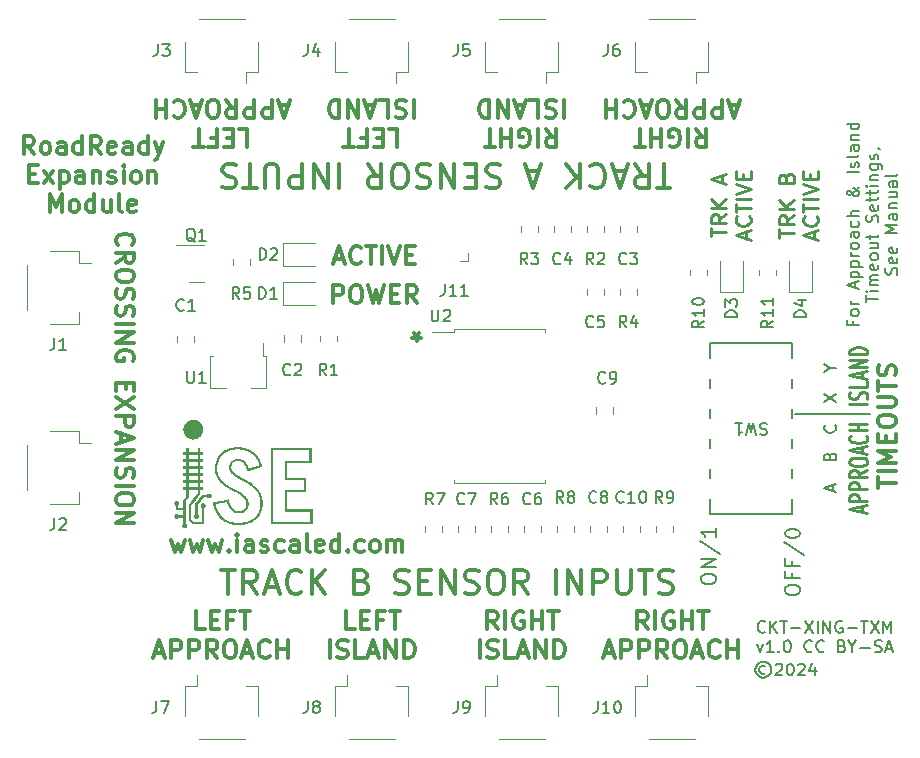
<source format=gto>
G04 #@! TF.GenerationSoftware,KiCad,Pcbnew,6.0.10-86aedd382b~118~ubuntu18.04.1*
G04 #@! TF.CreationDate,2024-08-26T13:47:26-06:00*
G04 #@! TF.ProjectId,ckt-xing-txm,636b742d-7869-46e6-972d-74786d2e6b69,rev?*
G04 #@! TF.SameCoordinates,Original*
G04 #@! TF.FileFunction,Legend,Top*
G04 #@! TF.FilePolarity,Positive*
%FSLAX46Y46*%
G04 Gerber Fmt 4.6, Leading zero omitted, Abs format (unit mm)*
G04 Created by KiCad (PCBNEW 6.0.10-86aedd382b~118~ubuntu18.04.1) date 2024-08-26 13:47:26*
%MOMM*%
%LPD*%
G01*
G04 APERTURE LIST*
%ADD10C,0.000000*%
%ADD11C,0.203200*%
%ADD12C,0.304800*%
%ADD13C,0.254000*%
%ADD14C,0.152400*%
%ADD15C,0.150000*%
%ADD16C,0.300000*%
%ADD17C,0.120000*%
G04 APERTURE END LIST*
D10*
G36*
X42124354Y-60493208D02*
G01*
X42139221Y-60494977D01*
X42154004Y-60497646D01*
X42168591Y-60501189D01*
X42182873Y-60505574D01*
X42196738Y-60510774D01*
X42210076Y-60516760D01*
X42222776Y-60523502D01*
X42234728Y-60530971D01*
X42245821Y-60539140D01*
X42251010Y-60543477D01*
X42255944Y-60547978D01*
X42260608Y-60552639D01*
X42264988Y-60557457D01*
X42273738Y-60568002D01*
X42281738Y-60578848D01*
X42288993Y-60589965D01*
X42295507Y-60601324D01*
X42301287Y-60612894D01*
X42306339Y-60624645D01*
X42310667Y-60636548D01*
X42314277Y-60648573D01*
X42317176Y-60660689D01*
X42319368Y-60672868D01*
X42320859Y-60685079D01*
X42321654Y-60697293D01*
X42321760Y-60709479D01*
X42321181Y-60721608D01*
X42319923Y-60733650D01*
X42317993Y-60745575D01*
X42315394Y-60757354D01*
X42312134Y-60768955D01*
X42308217Y-60780351D01*
X42303649Y-60791510D01*
X42298435Y-60802402D01*
X42292582Y-60812999D01*
X42286094Y-60823270D01*
X42278978Y-60833186D01*
X42271238Y-60842715D01*
X42262881Y-60851830D01*
X42253911Y-60860499D01*
X42244335Y-60868693D01*
X42234158Y-60876383D01*
X42223386Y-60883537D01*
X42212023Y-60890127D01*
X42200077Y-60896123D01*
X42190142Y-60900340D01*
X42179701Y-60903995D01*
X42168826Y-60907087D01*
X42157589Y-60909617D01*
X42146063Y-60911585D01*
X42134319Y-60912991D01*
X42122431Y-60913834D01*
X42110471Y-60914115D01*
X42098511Y-60913834D01*
X42086623Y-60912991D01*
X42074879Y-60911585D01*
X42063353Y-60909617D01*
X42052116Y-60907087D01*
X42041241Y-60903995D01*
X42030800Y-60900340D01*
X42020866Y-60896123D01*
X42014231Y-60892677D01*
X42007110Y-60888496D01*
X41999630Y-60883688D01*
X41991916Y-60878363D01*
X41984094Y-60872629D01*
X41976291Y-60866594D01*
X41968633Y-60860366D01*
X41961246Y-60854055D01*
X41954256Y-60847768D01*
X41947788Y-60841615D01*
X41941970Y-60835704D01*
X41936926Y-60830143D01*
X41932784Y-60825041D01*
X41931091Y-60822696D01*
X41929670Y-60820507D01*
X41928537Y-60818486D01*
X41927708Y-60816648D01*
X41927200Y-60815006D01*
X41927027Y-60813574D01*
X41926303Y-60812921D01*
X41924178Y-60812288D01*
X41916013Y-60811093D01*
X41903102Y-60810014D01*
X41886016Y-60809076D01*
X41865325Y-60808303D01*
X41841599Y-60807720D01*
X41787327Y-60807224D01*
X41647627Y-60807224D01*
X41392216Y-61129662D01*
X41136805Y-61452807D01*
X41136805Y-62244440D01*
X41155149Y-62254318D01*
X41160960Y-62257770D01*
X41166977Y-62261992D01*
X41173140Y-62266911D01*
X41179391Y-62272453D01*
X41185672Y-62278545D01*
X41191922Y-62285113D01*
X41198083Y-62292084D01*
X41204097Y-62299385D01*
X41209904Y-62306943D01*
X41215445Y-62314683D01*
X41220662Y-62322533D01*
X41225495Y-62330419D01*
X41229886Y-62338267D01*
X41233776Y-62346005D01*
X41237105Y-62353560D01*
X41239816Y-62360856D01*
X41242727Y-62370984D01*
X41245116Y-62381717D01*
X41246987Y-62392951D01*
X41248348Y-62404579D01*
X41249205Y-62416497D01*
X41249564Y-62428598D01*
X41249431Y-62440779D01*
X41248812Y-62452932D01*
X41247713Y-62464953D01*
X41246141Y-62476736D01*
X41244102Y-62488176D01*
X41241602Y-62499168D01*
X41238647Y-62509605D01*
X41235243Y-62519384D01*
X41231398Y-62528397D01*
X41227116Y-62536540D01*
X41218947Y-62549496D01*
X41210316Y-62561638D01*
X41201224Y-62572964D01*
X41191673Y-62583470D01*
X41181662Y-62593154D01*
X41171194Y-62602012D01*
X41160268Y-62610041D01*
X41148887Y-62617238D01*
X41137051Y-62623600D01*
X41124762Y-62629124D01*
X41112020Y-62633806D01*
X41098826Y-62637644D01*
X41085181Y-62640635D01*
X41071087Y-62642775D01*
X41056545Y-62644061D01*
X41041554Y-62644490D01*
X41030270Y-62644228D01*
X41019179Y-62643447D01*
X41008291Y-62642159D01*
X40997618Y-62640374D01*
X40987172Y-62638105D01*
X40976962Y-62635361D01*
X40966999Y-62632154D01*
X40957296Y-62628494D01*
X40947862Y-62624393D01*
X40938709Y-62619862D01*
X40929848Y-62614912D01*
X40921289Y-62609553D01*
X40913044Y-62603797D01*
X40905124Y-62597654D01*
X40897539Y-62591136D01*
X40890301Y-62584253D01*
X40883421Y-62577017D01*
X40876909Y-62569439D01*
X40870776Y-62561529D01*
X40865035Y-62553298D01*
X40859695Y-62544758D01*
X40854767Y-62535920D01*
X40850263Y-62526794D01*
X40846193Y-62517391D01*
X40842569Y-62507722D01*
X40839401Y-62497799D01*
X40836700Y-62487633D01*
X40834478Y-62477233D01*
X40832745Y-62466612D01*
X40831513Y-62455781D01*
X40830792Y-62444749D01*
X40830593Y-62433529D01*
X40830867Y-62421274D01*
X40831690Y-62409372D01*
X40833068Y-62397813D01*
X40835003Y-62386587D01*
X40837501Y-62375684D01*
X40840565Y-62365093D01*
X40844200Y-62354803D01*
X40848409Y-62344805D01*
X40853197Y-62335089D01*
X40858568Y-62325642D01*
X40864526Y-62316457D01*
X40871075Y-62307521D01*
X40878219Y-62298826D01*
X40885963Y-62290359D01*
X40894311Y-62282112D01*
X40903266Y-62274074D01*
X40939249Y-62243029D01*
X40939249Y-61377312D01*
X41244755Y-60990668D01*
X41549554Y-60603318D01*
X41736527Y-60602612D01*
X41923499Y-60601907D01*
X41942549Y-60574390D01*
X41947134Y-60568101D01*
X41952140Y-60561944D01*
X41957543Y-60555935D01*
X41963319Y-60550093D01*
X41969441Y-60544431D01*
X41975886Y-60538969D01*
X41982629Y-60533721D01*
X41989645Y-60528705D01*
X41996908Y-60523937D01*
X42004395Y-60519434D01*
X42012080Y-60515212D01*
X42019939Y-60511287D01*
X42027947Y-60507677D01*
X42036079Y-60504397D01*
X42044310Y-60501465D01*
X42052616Y-60498896D01*
X42059366Y-60497178D01*
X42066248Y-60495724D01*
X42080349Y-60493599D01*
X42094807Y-60492490D01*
X42109512Y-60492369D01*
X42124354Y-60493208D01*
G37*
G36*
X42433913Y-61313900D02*
G01*
X42428505Y-61289741D01*
X42425103Y-61270977D01*
X42423915Y-61258307D01*
X42424216Y-61254475D01*
X42425149Y-61252429D01*
X42639384Y-61203668D01*
X43103452Y-61103645D01*
X43566859Y-61005870D01*
X43779110Y-60963856D01*
X43780020Y-60966269D01*
X43781624Y-60972180D01*
X43786518Y-60992873D01*
X43793001Y-61022693D01*
X43800277Y-61058401D01*
X43816907Y-61136652D01*
X43835823Y-61211832D01*
X43856994Y-61283894D01*
X43880390Y-61352794D01*
X43905982Y-61418486D01*
X43933738Y-61480924D01*
X43963630Y-61540064D01*
X43995627Y-61595858D01*
X44012406Y-61622487D01*
X44029700Y-61648263D01*
X44047505Y-61673180D01*
X44065818Y-61697232D01*
X44084634Y-61720414D01*
X44103951Y-61742721D01*
X44123764Y-61764145D01*
X44144070Y-61784682D01*
X44164864Y-61804327D01*
X44186144Y-61823072D01*
X44207905Y-61840914D01*
X44230143Y-61857845D01*
X44252856Y-61873861D01*
X44276038Y-61888955D01*
X44299687Y-61903122D01*
X44323799Y-61916356D01*
X44354590Y-61931686D01*
X44385576Y-61945395D01*
X44416758Y-61957483D01*
X44448131Y-61967950D01*
X44479695Y-61976798D01*
X44511446Y-61984024D01*
X44543384Y-61989630D01*
X44575506Y-61993615D01*
X44607809Y-61995980D01*
X44640293Y-61996724D01*
X44672954Y-61995848D01*
X44705791Y-61993351D01*
X44738802Y-61989233D01*
X44771984Y-61983495D01*
X44805335Y-61976136D01*
X44838855Y-61967157D01*
X44888244Y-61950714D01*
X44935024Y-61930828D01*
X44979114Y-61907612D01*
X45020436Y-61881178D01*
X45058909Y-61851640D01*
X45094454Y-61819110D01*
X45126992Y-61783701D01*
X45156443Y-61745524D01*
X45182726Y-61704694D01*
X45205764Y-61661322D01*
X45225476Y-61615521D01*
X45241782Y-61567404D01*
X45254603Y-61517084D01*
X45263859Y-61464673D01*
X45269472Y-61410284D01*
X45271360Y-61354029D01*
X45270760Y-61322954D01*
X45268944Y-61292651D01*
X45265886Y-61263052D01*
X45261559Y-61234085D01*
X45255939Y-61205680D01*
X45248999Y-61177767D01*
X45240713Y-61150276D01*
X45231055Y-61123136D01*
X45220000Y-61096277D01*
X45207522Y-61069630D01*
X45193595Y-61043122D01*
X45178193Y-61016685D01*
X45161291Y-60990248D01*
X45142862Y-60963741D01*
X45122881Y-60937093D01*
X45101321Y-60910234D01*
X45072257Y-60876344D01*
X45041619Y-60843237D01*
X45008905Y-60810572D01*
X44973615Y-60778009D01*
X44935250Y-60745206D01*
X44893309Y-60711822D01*
X44847291Y-60677516D01*
X44796697Y-60641947D01*
X44679779Y-60565656D01*
X44538552Y-60480221D01*
X44369015Y-60382912D01*
X44167166Y-60271002D01*
X44003996Y-60180845D01*
X43863523Y-60101536D01*
X43742249Y-60030892D01*
X43636676Y-59966731D01*
X43543307Y-59906869D01*
X43458645Y-59849123D01*
X43379191Y-59791312D01*
X43301449Y-59731251D01*
X43260272Y-59697179D01*
X43215184Y-59657510D01*
X43167963Y-59613987D01*
X43120386Y-59568356D01*
X43074231Y-59522362D01*
X43031276Y-59477748D01*
X42993299Y-59436259D01*
X42976732Y-59417232D01*
X42962077Y-59399641D01*
X42916847Y-59341135D01*
X42874811Y-59281737D01*
X42835954Y-59221399D01*
X42800262Y-59160071D01*
X42767720Y-59097706D01*
X42738314Y-59034255D01*
X42712029Y-58969669D01*
X42688850Y-58903899D01*
X42668764Y-58836898D01*
X42651756Y-58768616D01*
X42637812Y-58699005D01*
X42626916Y-58628016D01*
X42619054Y-58555601D01*
X42614213Y-58481711D01*
X42612377Y-58406298D01*
X42613532Y-58329313D01*
X42617849Y-58243818D01*
X42624715Y-58160365D01*
X42634134Y-58078946D01*
X42646109Y-57999553D01*
X42660643Y-57922178D01*
X42677739Y-57846812D01*
X42697401Y-57773446D01*
X42719630Y-57702074D01*
X42744431Y-57632685D01*
X42771807Y-57565273D01*
X42801760Y-57499829D01*
X42834294Y-57436344D01*
X42869412Y-57374810D01*
X42907116Y-57315220D01*
X42947411Y-57257564D01*
X42990299Y-57201835D01*
X43001866Y-57187968D01*
X43015000Y-57172954D01*
X43045167Y-57140253D01*
X43079187Y-57105270D01*
X43115447Y-57069543D01*
X43152336Y-57034610D01*
X43188241Y-57002008D01*
X43221549Y-56973276D01*
X43236726Y-56960842D01*
X43250649Y-56949952D01*
X43303493Y-56912143D01*
X43358284Y-56876249D01*
X43414982Y-56842281D01*
X43473550Y-56810252D01*
X43533949Y-56780174D01*
X43596141Y-56752060D01*
X43660088Y-56725922D01*
X43725752Y-56701773D01*
X43793095Y-56679624D01*
X43862078Y-56659489D01*
X43932662Y-56641379D01*
X44004811Y-56625308D01*
X44078484Y-56611287D01*
X44153646Y-56599329D01*
X44230256Y-56589446D01*
X44308277Y-56581652D01*
X44355651Y-56578843D01*
X44417263Y-56576779D01*
X44488235Y-56575475D01*
X44563688Y-56574949D01*
X44638744Y-56575216D01*
X44708525Y-56576294D01*
X44768153Y-56578198D01*
X44812749Y-56580946D01*
X44968384Y-56600204D01*
X45118462Y-56629042D01*
X45191360Y-56647010D01*
X45262800Y-56667319D01*
X45332760Y-56689952D01*
X45401215Y-56714891D01*
X45468144Y-56742119D01*
X45533524Y-56771617D01*
X45597331Y-56803367D01*
X45659544Y-56837352D01*
X45720138Y-56873554D01*
X45779091Y-56911955D01*
X45836381Y-56952538D01*
X45891984Y-56995284D01*
X45945878Y-57040175D01*
X45998039Y-57087194D01*
X46048445Y-57136323D01*
X46097074Y-57187545D01*
X46143901Y-57240840D01*
X46188904Y-57296192D01*
X46232061Y-57353583D01*
X46273348Y-57412994D01*
X46312743Y-57474409D01*
X46350222Y-57537809D01*
X46385764Y-57603175D01*
X46419344Y-57670492D01*
X46450941Y-57739740D01*
X46480531Y-57810902D01*
X46533599Y-57958896D01*
X46544966Y-57995082D01*
X46556937Y-58035790D01*
X46568859Y-58078467D01*
X46580077Y-58120556D01*
X46589940Y-58159504D01*
X46597793Y-58192754D01*
X46602984Y-58217753D01*
X46604377Y-58226360D01*
X46604860Y-58231946D01*
X46603089Y-58233860D01*
X46597606Y-58236744D01*
X46574477Y-58245726D01*
X46472392Y-58278689D01*
X46282201Y-58335729D01*
X45987499Y-58421740D01*
X45747323Y-58491171D01*
X45550407Y-58547505D01*
X45416991Y-58585054D01*
X45380421Y-58595006D01*
X45367316Y-58598129D01*
X45366117Y-58595651D01*
X45363678Y-58589552D01*
X45355674Y-58568143D01*
X45344495Y-58537209D01*
X45331332Y-58500057D01*
X45300718Y-58416540D01*
X45269413Y-58338434D01*
X45237336Y-58265642D01*
X45204409Y-58198068D01*
X45170552Y-58135617D01*
X45135685Y-58078191D01*
X45117848Y-58051333D01*
X45099729Y-58025696D01*
X45081317Y-58001267D01*
X45062604Y-57978034D01*
X45043578Y-57955986D01*
X45024230Y-57935110D01*
X45004550Y-57915395D01*
X44984528Y-57896828D01*
X44964154Y-57879397D01*
X44943419Y-57863091D01*
X44922311Y-57847897D01*
X44900822Y-57833803D01*
X44878941Y-57820798D01*
X44856658Y-57808869D01*
X44833964Y-57798004D01*
X44810849Y-57788191D01*
X44787301Y-57779419D01*
X44763313Y-57771675D01*
X44738873Y-57764947D01*
X44713971Y-57759224D01*
X44697316Y-57755983D01*
X44679483Y-57753140D01*
X44660652Y-57750695D01*
X44641001Y-57748651D01*
X44599956Y-57745767D01*
X44557779Y-57744495D01*
X44515899Y-57744844D01*
X44475747Y-57746822D01*
X44456766Y-57748424D01*
X44438754Y-57750436D01*
X44421888Y-57752860D01*
X44406349Y-57755696D01*
X44360856Y-57766794D01*
X44318033Y-57780513D01*
X44277873Y-57796864D01*
X44240367Y-57815856D01*
X44222607Y-57826345D01*
X44205507Y-57837497D01*
X44189066Y-57849315D01*
X44173284Y-57861798D01*
X44158159Y-57874948D01*
X44143691Y-57888767D01*
X44129877Y-57903256D01*
X44116718Y-57918415D01*
X44104212Y-57934245D01*
X44092359Y-57950749D01*
X44081156Y-57967927D01*
X44070604Y-57985780D01*
X44051445Y-58023517D01*
X44034874Y-58063969D01*
X44020883Y-58107145D01*
X44009463Y-58153055D01*
X44000606Y-58201707D01*
X43994304Y-58253113D01*
X43992488Y-58274567D01*
X43991282Y-58295068D01*
X43990703Y-58314706D01*
X43990766Y-58333568D01*
X43991486Y-58351744D01*
X43992878Y-58369322D01*
X43994959Y-58386393D01*
X43997744Y-58403043D01*
X44001248Y-58419363D01*
X44005487Y-58435441D01*
X44010477Y-58451366D01*
X44016232Y-58467227D01*
X44022769Y-58483112D01*
X44030102Y-58499112D01*
X44038248Y-58515314D01*
X44047221Y-58531807D01*
X44058592Y-58551032D01*
X44071279Y-58570351D01*
X44085293Y-58589773D01*
X44100645Y-58609308D01*
X44117345Y-58628967D01*
X44135402Y-58648761D01*
X44154828Y-58668700D01*
X44175632Y-58688793D01*
X44197826Y-58709052D01*
X44221419Y-58729487D01*
X44246422Y-58750107D01*
X44272845Y-58770924D01*
X44300698Y-58791948D01*
X44329992Y-58813189D01*
X44360737Y-58834657D01*
X44392943Y-58856363D01*
X44438442Y-58886061D01*
X44484147Y-58914824D01*
X44532780Y-58944233D01*
X44587059Y-58975866D01*
X44723441Y-59052121D01*
X44915054Y-59156224D01*
X45046123Y-59226987D01*
X45158736Y-59288549D01*
X45255871Y-59342619D01*
X45340505Y-59390909D01*
X45415613Y-59435132D01*
X45484173Y-59476998D01*
X45549161Y-59518219D01*
X45613554Y-59560507D01*
X45735644Y-59645532D01*
X45849572Y-59731915D01*
X45955445Y-59819824D01*
X46053369Y-59909426D01*
X46143451Y-60000888D01*
X46225796Y-60094378D01*
X46300512Y-60190063D01*
X46367705Y-60288111D01*
X46427482Y-60388689D01*
X46479948Y-60491964D01*
X46525210Y-60598105D01*
X46563376Y-60707277D01*
X46594550Y-60819650D01*
X46618840Y-60935389D01*
X46636352Y-61054664D01*
X46647193Y-61177640D01*
X46650217Y-61253220D01*
X46650346Y-61331165D01*
X46647665Y-61410532D01*
X46642254Y-61490378D01*
X46634198Y-61569761D01*
X46623579Y-61647739D01*
X46610479Y-61723368D01*
X46594982Y-61795707D01*
X46558883Y-61926985D01*
X46513956Y-62052681D01*
X46460401Y-62172617D01*
X46398419Y-62286619D01*
X46328209Y-62394511D01*
X46249974Y-62496117D01*
X46163912Y-62591261D01*
X46070225Y-62679768D01*
X45969113Y-62761462D01*
X45860777Y-62836167D01*
X45745417Y-62903708D01*
X45623234Y-62963908D01*
X45494428Y-63016593D01*
X45359199Y-63061586D01*
X45217748Y-63098712D01*
X45070277Y-63127795D01*
X44964023Y-63143134D01*
X44854718Y-63154728D01*
X44743810Y-63162535D01*
X44632744Y-63166513D01*
X44522968Y-63166622D01*
X44415929Y-63162820D01*
X44313074Y-63155066D01*
X44263667Y-63149694D01*
X44215849Y-63143318D01*
X44101080Y-63123434D01*
X43989617Y-63098186D01*
X43881473Y-63067581D01*
X43776663Y-63031631D01*
X43675202Y-62990343D01*
X43577104Y-62943727D01*
X43482383Y-62891793D01*
X43391055Y-62834549D01*
X43303133Y-62772006D01*
X43218632Y-62704171D01*
X43137566Y-62631056D01*
X43059951Y-62552669D01*
X42985799Y-62469018D01*
X42915127Y-62380115D01*
X42847948Y-62285967D01*
X42784277Y-62186585D01*
X42760697Y-62146010D01*
X42734149Y-62097332D01*
X42705832Y-62042965D01*
X42676944Y-61985325D01*
X42648685Y-61926824D01*
X42622252Y-61869878D01*
X42598846Y-61816901D01*
X42579665Y-61770307D01*
X42552624Y-61698511D01*
X42524467Y-61617554D01*
X42496855Y-61533025D01*
X42471451Y-61450514D01*
X42456590Y-61398824D01*
X42652809Y-61398824D01*
X42653043Y-61402271D01*
X42653740Y-61406603D01*
X42654915Y-61411941D01*
X42656581Y-61418405D01*
X42658754Y-61426117D01*
X42664677Y-61445766D01*
X42672799Y-61471857D01*
X42691141Y-61528442D01*
X42710428Y-61584383D01*
X42730628Y-61639615D01*
X42751711Y-61694074D01*
X42773646Y-61747693D01*
X42796401Y-61800407D01*
X42819946Y-61852152D01*
X42844249Y-61902863D01*
X42869280Y-61952474D01*
X42895008Y-62000920D01*
X42921401Y-62048136D01*
X42948429Y-62094057D01*
X42976060Y-62138619D01*
X43004264Y-62181754D01*
X43033010Y-62223400D01*
X43062266Y-62263490D01*
X43123504Y-62341015D01*
X43187378Y-62414057D01*
X43253910Y-62482630D01*
X43323123Y-62546749D01*
X43395040Y-62606427D01*
X43469683Y-62661680D01*
X43547075Y-62712521D01*
X43627239Y-62758967D01*
X43710198Y-62801029D01*
X43795975Y-62838725D01*
X43884591Y-62872067D01*
X43976070Y-62901070D01*
X44070435Y-62925749D01*
X44167709Y-62946118D01*
X44267913Y-62962192D01*
X44371071Y-62973984D01*
X44426813Y-62977574D01*
X44494610Y-62979419D01*
X44570575Y-62979627D01*
X44650824Y-62978306D01*
X44731470Y-62975562D01*
X44808626Y-62971504D01*
X44878407Y-62966238D01*
X44936927Y-62959873D01*
X45019561Y-62947504D01*
X45099985Y-62932883D01*
X45178205Y-62916009D01*
X45254228Y-62896880D01*
X45328060Y-62875494D01*
X45399708Y-62851849D01*
X45469176Y-62825942D01*
X45536472Y-62797772D01*
X45601602Y-62767336D01*
X45664572Y-62734633D01*
X45725388Y-62699660D01*
X45784056Y-62662416D01*
X45840583Y-62622897D01*
X45894975Y-62581103D01*
X45947237Y-62537031D01*
X45997377Y-62490679D01*
X46043353Y-62444243D01*
X46086844Y-62396443D01*
X46127880Y-62347221D01*
X46166489Y-62296519D01*
X46202701Y-62244279D01*
X46236543Y-62190443D01*
X46268046Y-62134954D01*
X46297238Y-62077753D01*
X46324147Y-62018782D01*
X46348804Y-61957985D01*
X46371236Y-61895302D01*
X46391474Y-61830676D01*
X46409545Y-61764049D01*
X46425478Y-61695364D01*
X46439303Y-61624561D01*
X46451049Y-61551585D01*
X46453622Y-61530287D01*
X46455787Y-61504401D01*
X46458920Y-61441474D01*
X46460500Y-61368030D01*
X46460574Y-61289294D01*
X46459193Y-61210493D01*
X46456407Y-61136850D01*
X46452264Y-61073593D01*
X46446815Y-61025946D01*
X46440088Y-60987199D01*
X46431756Y-60945369D01*
X46422135Y-60901736D01*
X46411538Y-60857582D01*
X46400279Y-60814189D01*
X46388674Y-60772839D01*
X46377035Y-60734812D01*
X46365677Y-60701390D01*
X46354822Y-60673030D01*
X46342932Y-60644108D01*
X46330065Y-60614723D01*
X46316277Y-60584974D01*
X46301624Y-60554960D01*
X46286165Y-60524781D01*
X46253052Y-60464324D01*
X46217393Y-60404395D01*
X46179641Y-60345790D01*
X46160123Y-60317232D01*
X46140253Y-60289302D01*
X46120087Y-60262099D01*
X46099682Y-60235723D01*
X46085894Y-60218991D01*
X46069609Y-60200220D01*
X46030813Y-60157804D01*
X45985816Y-60110956D01*
X45937140Y-60062157D01*
X45887306Y-60013887D01*
X45838836Y-59968627D01*
X45794253Y-59928857D01*
X45756077Y-59897057D01*
X45668617Y-59829845D01*
X45581727Y-59766684D01*
X45491150Y-59704945D01*
X45392628Y-59641999D01*
X45281901Y-59575216D01*
X45154712Y-59501968D01*
X45006803Y-59419625D01*
X44833916Y-59325557D01*
X44659975Y-59230831D01*
X44514883Y-59149697D01*
X44451897Y-59113411D01*
X44394612Y-59079544D01*
X44342526Y-59047769D01*
X44295136Y-59017758D01*
X44251937Y-58989187D01*
X44212427Y-58961727D01*
X44176103Y-58935053D01*
X44142460Y-58908838D01*
X44110996Y-58882755D01*
X44081208Y-58856478D01*
X44052591Y-58829680D01*
X44024643Y-58802035D01*
X43997886Y-58774301D01*
X43973141Y-58747119D01*
X43950350Y-58720376D01*
X43929459Y-58693963D01*
X43910413Y-58667770D01*
X43893154Y-58641685D01*
X43877627Y-58615598D01*
X43863777Y-58589398D01*
X43851547Y-58562975D01*
X43840882Y-58536218D01*
X43831726Y-58509017D01*
X43824023Y-58481261D01*
X43817717Y-58452839D01*
X43812753Y-58423641D01*
X43809075Y-58393556D01*
X43806627Y-58362474D01*
X43804937Y-58313620D01*
X43805910Y-58265064D01*
X43809479Y-58216974D01*
X43815579Y-58169515D01*
X43824142Y-58122855D01*
X43835103Y-58077158D01*
X43848395Y-58032592D01*
X43863953Y-57989323D01*
X43881711Y-57947518D01*
X43901601Y-57907342D01*
X43923559Y-57868963D01*
X43947517Y-57832546D01*
X43973411Y-57798259D01*
X44001173Y-57766267D01*
X44030737Y-57736737D01*
X44046175Y-57722947D01*
X44062038Y-57709835D01*
X44108620Y-57676401D01*
X44158900Y-57647021D01*
X44212426Y-57621713D01*
X44268744Y-57600496D01*
X44327401Y-57583388D01*
X44387947Y-57570408D01*
X44449926Y-57561574D01*
X44512888Y-57556906D01*
X44576378Y-57556421D01*
X44639946Y-57560139D01*
X44703137Y-57568077D01*
X44765499Y-57580255D01*
X44826579Y-57596691D01*
X44885926Y-57617404D01*
X44943085Y-57642412D01*
X44997605Y-57671735D01*
X45013448Y-57681749D01*
X45030427Y-57693674D01*
X45048352Y-57707322D01*
X45067036Y-57722502D01*
X45086290Y-57739025D01*
X45105927Y-57756703D01*
X45125758Y-57775347D01*
X45145595Y-57794766D01*
X45165250Y-57814773D01*
X45184535Y-57835177D01*
X45203263Y-57855790D01*
X45221244Y-57876423D01*
X45238290Y-57896886D01*
X45254215Y-57916991D01*
X45268828Y-57936548D01*
X45281944Y-57955368D01*
X45304014Y-57990321D01*
X45327011Y-58029407D01*
X45350405Y-58071603D01*
X45373666Y-58115882D01*
X45396266Y-58161220D01*
X45417675Y-58206590D01*
X45437364Y-58250969D01*
X45454804Y-58293330D01*
X45459140Y-58304216D01*
X45463164Y-58314141D01*
X45466894Y-58323135D01*
X45470349Y-58331231D01*
X45473547Y-58338458D01*
X45476508Y-58344849D01*
X45477906Y-58347739D01*
X45479250Y-58350433D01*
X45480545Y-58352932D01*
X45481792Y-58355242D01*
X45482993Y-58357365D01*
X45484151Y-58359307D01*
X45485269Y-58361070D01*
X45486348Y-58362658D01*
X45487390Y-58364076D01*
X45488399Y-58365328D01*
X45489376Y-58366417D01*
X45490325Y-58367346D01*
X45491246Y-58368121D01*
X45492143Y-58368745D01*
X45493017Y-58369221D01*
X45493872Y-58369554D01*
X45494709Y-58369747D01*
X45495530Y-58369805D01*
X45496339Y-58369731D01*
X45497138Y-58369529D01*
X45934582Y-58242529D01*
X46239470Y-58153894D01*
X46334930Y-58125551D01*
X46362191Y-58117196D01*
X46373438Y-58113413D01*
X46375164Y-58112564D01*
X46376628Y-58111551D01*
X46377817Y-58110292D01*
X46378718Y-58108705D01*
X46379318Y-58106709D01*
X46379602Y-58104223D01*
X46379557Y-58101163D01*
X46379170Y-58097449D01*
X46378428Y-58093000D01*
X46377317Y-58087733D01*
X46373934Y-58074420D01*
X46368914Y-58056857D01*
X46362149Y-58034390D01*
X46347537Y-57988975D01*
X46331767Y-57943790D01*
X46314876Y-57898898D01*
X46296896Y-57854363D01*
X46277862Y-57810251D01*
X46257808Y-57766624D01*
X46236768Y-57723547D01*
X46214776Y-57681083D01*
X46191866Y-57639298D01*
X46168073Y-57598255D01*
X46143430Y-57558018D01*
X46117971Y-57518651D01*
X46091732Y-57480219D01*
X46064745Y-57442785D01*
X46037044Y-57406413D01*
X46008665Y-57371168D01*
X45996127Y-57356470D01*
X45982177Y-57340799D01*
X45950744Y-57307205D01*
X45915772Y-57271726D01*
X45878667Y-57235702D01*
X45840834Y-57200471D01*
X45803679Y-57167373D01*
X45768608Y-57137748D01*
X45752293Y-57124656D01*
X45737027Y-57112935D01*
X45691540Y-57080001D01*
X45645027Y-57048667D01*
X45597471Y-57018926D01*
X45548853Y-56990774D01*
X45499156Y-56964206D01*
X45448362Y-56939215D01*
X45396454Y-56915798D01*
X45343415Y-56893948D01*
X45289226Y-56873661D01*
X45233871Y-56854932D01*
X45177331Y-56837755D01*
X45119589Y-56822125D01*
X45060627Y-56808037D01*
X45000428Y-56795486D01*
X44938975Y-56784467D01*
X44876249Y-56774974D01*
X44830042Y-56770295D01*
X44767869Y-56766386D01*
X44694864Y-56763353D01*
X44616163Y-56761304D01*
X44536900Y-56760346D01*
X44462209Y-56760587D01*
X44397225Y-56762135D01*
X44347082Y-56765096D01*
X44186045Y-56783854D01*
X44108687Y-56796476D01*
X44033448Y-56811249D01*
X43960335Y-56828166D01*
X43889360Y-56847218D01*
X43820529Y-56868399D01*
X43753853Y-56891699D01*
X43689340Y-56917112D01*
X43627000Y-56944630D01*
X43566840Y-56974245D01*
X43508870Y-57005950D01*
X43453099Y-57039735D01*
X43399536Y-57075595D01*
X43348189Y-57113521D01*
X43299068Y-57153504D01*
X43252181Y-57195539D01*
X43207538Y-57239616D01*
X43165147Y-57285728D01*
X43125017Y-57333867D01*
X43087158Y-57384026D01*
X43051577Y-57436197D01*
X43018285Y-57490372D01*
X42987289Y-57546543D01*
X42958600Y-57604702D01*
X42932225Y-57664843D01*
X42908173Y-57726956D01*
X42886454Y-57791034D01*
X42867077Y-57857070D01*
X42850050Y-57925056D01*
X42835382Y-57994984D01*
X42823082Y-58066846D01*
X42815566Y-58120785D01*
X42809421Y-58174342D01*
X42804643Y-58227452D01*
X42801232Y-58280045D01*
X42799186Y-58332055D01*
X42798501Y-58383416D01*
X42799177Y-58434059D01*
X42801210Y-58483917D01*
X42804600Y-58532924D01*
X42809343Y-58581013D01*
X42815439Y-58628115D01*
X42822884Y-58674164D01*
X42831677Y-58719093D01*
X42841816Y-58762834D01*
X42853298Y-58805320D01*
X42866121Y-58846485D01*
X42880439Y-58887347D01*
X42896627Y-58928380D01*
X42914619Y-58969490D01*
X42934351Y-59010581D01*
X42955757Y-59051562D01*
X42978772Y-59092336D01*
X43003331Y-59132811D01*
X43029369Y-59172892D01*
X43056821Y-59212486D01*
X43085622Y-59251497D01*
X43115707Y-59289832D01*
X43147010Y-59327398D01*
X43179466Y-59364099D01*
X43213011Y-59399843D01*
X43247579Y-59434534D01*
X43283105Y-59468079D01*
X43367176Y-59542011D01*
X43454158Y-59612520D01*
X43547820Y-59682069D01*
X43651934Y-59753123D01*
X43770269Y-59828147D01*
X43906595Y-59909603D01*
X44064684Y-59999955D01*
X44248304Y-60101668D01*
X44454062Y-60215251D01*
X44536088Y-60261323D01*
X44606903Y-60301781D01*
X44668523Y-60337774D01*
X44722967Y-60370452D01*
X44772251Y-60400963D01*
X44818393Y-60430457D01*
X44878604Y-60470734D01*
X44935218Y-60510415D01*
X44988343Y-60549614D01*
X45038086Y-60588446D01*
X45084554Y-60627026D01*
X45127857Y-60665469D01*
X45168099Y-60703889D01*
X45205391Y-60742401D01*
X45239837Y-60781119D01*
X45271547Y-60820159D01*
X45300628Y-60859635D01*
X45327187Y-60899662D01*
X45351332Y-60940355D01*
X45373169Y-60981828D01*
X45392808Y-61024196D01*
X45410354Y-61067574D01*
X45420118Y-61095722D01*
X45428770Y-61125046D01*
X45436306Y-61155416D01*
X45442722Y-61186702D01*
X45448013Y-61218774D01*
X45452175Y-61251500D01*
X45455205Y-61284752D01*
X45457097Y-61318399D01*
X45457849Y-61352310D01*
X45457456Y-61386355D01*
X45455913Y-61420405D01*
X45453217Y-61454328D01*
X45449363Y-61487996D01*
X45444348Y-61521276D01*
X45438167Y-61554040D01*
X45430816Y-61586157D01*
X45411523Y-61651376D01*
X45387863Y-61713347D01*
X45359969Y-61771966D01*
X45327970Y-61827127D01*
X45291998Y-61878723D01*
X45252185Y-61926651D01*
X45208661Y-61970804D01*
X45161558Y-62011078D01*
X45111007Y-62047366D01*
X45057140Y-62079564D01*
X45000087Y-62107565D01*
X44939981Y-62131265D01*
X44876951Y-62150558D01*
X44811130Y-62165338D01*
X44742648Y-62175501D01*
X44671638Y-62180940D01*
X44627965Y-62181729D01*
X44584807Y-62180409D01*
X44542188Y-62177001D01*
X44500135Y-62171529D01*
X44458675Y-62164017D01*
X44417833Y-62154487D01*
X44377636Y-62142963D01*
X44338109Y-62129468D01*
X44299278Y-62114024D01*
X44261170Y-62096655D01*
X44223811Y-62077384D01*
X44187227Y-62056235D01*
X44151444Y-62033229D01*
X44116488Y-62008391D01*
X44082385Y-61981744D01*
X44049162Y-61953310D01*
X44016843Y-61923113D01*
X43985457Y-61891176D01*
X43955027Y-61857522D01*
X43925582Y-61822175D01*
X43869746Y-61746490D01*
X43818158Y-61664308D01*
X43771027Y-61575813D01*
X43728561Y-61481190D01*
X43690969Y-61380625D01*
X43658460Y-61274301D01*
X43653750Y-61256472D01*
X43649222Y-61239751D01*
X43644991Y-61224518D01*
X43641174Y-61211154D01*
X43637886Y-61200039D01*
X43635243Y-61191553D01*
X43633361Y-61186077D01*
X43632741Y-61184586D01*
X43632355Y-61183991D01*
X43167482Y-61281092D01*
X42662921Y-61389307D01*
X42658079Y-61390626D01*
X42656215Y-61391463D01*
X42654741Y-61392581D01*
X42653673Y-61394100D01*
X42653024Y-61396140D01*
X42652809Y-61398824D01*
X42456590Y-61398824D01*
X42449916Y-61375609D01*
X42433913Y-61313900D01*
G37*
G36*
X40790377Y-54253848D02*
G01*
X40832975Y-54255195D01*
X40872662Y-54257353D01*
X40906661Y-54260272D01*
X40920659Y-54262001D01*
X40932193Y-54263902D01*
X40962941Y-54270283D01*
X40993263Y-54277781D01*
X41023146Y-54286387D01*
X41052579Y-54296093D01*
X41081549Y-54306890D01*
X41110043Y-54318770D01*
X41138050Y-54331725D01*
X41165556Y-54345746D01*
X41192550Y-54360826D01*
X41219018Y-54376956D01*
X41244950Y-54394128D01*
X41270331Y-54412333D01*
X41295150Y-54431564D01*
X41319395Y-54451811D01*
X41343052Y-54473067D01*
X41366110Y-54495324D01*
X41385945Y-54515804D01*
X41404969Y-54536760D01*
X41423181Y-54558190D01*
X41440579Y-54580090D01*
X41457163Y-54602457D01*
X41472931Y-54625288D01*
X41487883Y-54648580D01*
X41502018Y-54672330D01*
X41515334Y-54696535D01*
X41527830Y-54721191D01*
X41539505Y-54746296D01*
X41550359Y-54771847D01*
X41560391Y-54797839D01*
X41569598Y-54824271D01*
X41577981Y-54851139D01*
X41585538Y-54878440D01*
X41592029Y-54905842D01*
X41597483Y-54934243D01*
X41601903Y-54963499D01*
X41605293Y-54993468D01*
X41607659Y-55024008D01*
X41609003Y-55054975D01*
X41609330Y-55086228D01*
X41608645Y-55117624D01*
X41606950Y-55149019D01*
X41604252Y-55180272D01*
X41600552Y-55211240D01*
X41595856Y-55241780D01*
X41590169Y-55271749D01*
X41583493Y-55301005D01*
X41575833Y-55329405D01*
X41567193Y-55356807D01*
X41558699Y-55380748D01*
X41549610Y-55404169D01*
X41539908Y-55427096D01*
X41529578Y-55449555D01*
X41518604Y-55471571D01*
X41506968Y-55493171D01*
X41494653Y-55514380D01*
X41481645Y-55535224D01*
X41467925Y-55555730D01*
X41453478Y-55575922D01*
X41438286Y-55595827D01*
X41422334Y-55615470D01*
X41405605Y-55634878D01*
X41388082Y-55654076D01*
X41369748Y-55673090D01*
X41350588Y-55691946D01*
X41322591Y-55717892D01*
X41293893Y-55742287D01*
X41264488Y-55765134D01*
X41234370Y-55786435D01*
X41203532Y-55806195D01*
X41171969Y-55824415D01*
X41139675Y-55841100D01*
X41106642Y-55856252D01*
X41072865Y-55869875D01*
X41038338Y-55881971D01*
X41003055Y-55892543D01*
X40967008Y-55901595D01*
X40930193Y-55909130D01*
X40892602Y-55915151D01*
X40854231Y-55919661D01*
X40815071Y-55922663D01*
X40771346Y-55923991D01*
X40727803Y-55922967D01*
X40684524Y-55919622D01*
X40641593Y-55913986D01*
X40599091Y-55906089D01*
X40557102Y-55895960D01*
X40515709Y-55883630D01*
X40474993Y-55869129D01*
X40435039Y-55852486D01*
X40395927Y-55833731D01*
X40357742Y-55812895D01*
X40320565Y-55790007D01*
X40284480Y-55765098D01*
X40249569Y-55738197D01*
X40215914Y-55709335D01*
X40183599Y-55678540D01*
X40154207Y-55647895D01*
X40126630Y-55616303D01*
X40100877Y-55583793D01*
X40076961Y-55550394D01*
X40054893Y-55516135D01*
X40034684Y-55481045D01*
X40016346Y-55445154D01*
X39999890Y-55408489D01*
X39985327Y-55371080D01*
X39972670Y-55332956D01*
X39961928Y-55294146D01*
X39953114Y-55254678D01*
X39946239Y-55214582D01*
X39941314Y-55173886D01*
X39938350Y-55132620D01*
X39937360Y-55090812D01*
X39938116Y-55054339D01*
X39940368Y-55018230D01*
X39944087Y-54982520D01*
X39949248Y-54947243D01*
X39955825Y-54912433D01*
X39963791Y-54878125D01*
X39973119Y-54844352D01*
X39983784Y-54811148D01*
X39995757Y-54778548D01*
X40009014Y-54746586D01*
X40023527Y-54715295D01*
X40039270Y-54684711D01*
X40056217Y-54654866D01*
X40074341Y-54625795D01*
X40093615Y-54597533D01*
X40114014Y-54570113D01*
X40135510Y-54543569D01*
X40158077Y-54517936D01*
X40181689Y-54493248D01*
X40206319Y-54469538D01*
X40231940Y-54446841D01*
X40258527Y-54425192D01*
X40286053Y-54404623D01*
X40314491Y-54385169D01*
X40343814Y-54366865D01*
X40373997Y-54349744D01*
X40405012Y-54333841D01*
X40436834Y-54319189D01*
X40469436Y-54305823D01*
X40502791Y-54293776D01*
X40536872Y-54283084D01*
X40571655Y-54273780D01*
X40594254Y-54268466D01*
X40615928Y-54263549D01*
X40625632Y-54261446D01*
X40634162Y-54259691D01*
X40641204Y-54258365D01*
X40646443Y-54257552D01*
X40658474Y-54256228D01*
X40672902Y-54255162D01*
X40707562Y-54253781D01*
X40747647Y-54253360D01*
X40790377Y-54253848D01*
G37*
G36*
X39937360Y-59593668D02*
G01*
X39937360Y-59367890D01*
X40191360Y-59367890D01*
X40388916Y-59367890D01*
X41157971Y-59367890D01*
X41157971Y-58993946D01*
X40388916Y-58993946D01*
X40388916Y-59367890D01*
X40191360Y-59367890D01*
X40191360Y-58993946D01*
X39937360Y-58993946D01*
X39937360Y-58768168D01*
X40191360Y-58768168D01*
X40388916Y-58768168D01*
X41157971Y-58768168D01*
X41157971Y-58394224D01*
X40388916Y-58394224D01*
X40388916Y-58768168D01*
X40191360Y-58768168D01*
X40191360Y-58394224D01*
X39937360Y-58394224D01*
X39937360Y-58175501D01*
X40191360Y-58175501D01*
X40388916Y-58175501D01*
X41157971Y-58175501D01*
X41157971Y-57801557D01*
X40388916Y-57801557D01*
X40388916Y-58175501D01*
X40191360Y-58175501D01*
X40191360Y-57801557D01*
X39937360Y-57801557D01*
X39937360Y-57575779D01*
X40191360Y-57575779D01*
X40388916Y-57575779D01*
X41157971Y-57575779D01*
X41157971Y-57201835D01*
X40388916Y-57201835D01*
X40388916Y-57575779D01*
X40191360Y-57575779D01*
X40191360Y-57201835D01*
X39937360Y-57201835D01*
X39937360Y-56983113D01*
X40191360Y-56983113D01*
X40191360Y-56630335D01*
X40388916Y-56630335D01*
X40388916Y-56983113D01*
X41157971Y-56983113D01*
X41157971Y-56630335D01*
X41355527Y-56630335D01*
X41355527Y-56983113D01*
X41609527Y-56983113D01*
X41609527Y-57201835D01*
X41355527Y-57201835D01*
X41355527Y-57575779D01*
X41609527Y-57575779D01*
X41609527Y-57801557D01*
X41355527Y-57801557D01*
X41355527Y-58175501D01*
X41609527Y-58175501D01*
X41609527Y-58394224D01*
X41355527Y-58394224D01*
X41355527Y-58768168D01*
X41609527Y-58768168D01*
X41609527Y-58993946D01*
X41355527Y-58993946D01*
X41355527Y-59367890D01*
X41609527Y-59367890D01*
X41609527Y-59593668D01*
X41355527Y-59593668D01*
X41355527Y-59960557D01*
X41609527Y-59960557D01*
X41609527Y-60193391D01*
X41355527Y-60193391D01*
X41355527Y-60522179D01*
X40963943Y-61016773D01*
X40572360Y-61512073D01*
X40572360Y-62624029D01*
X40843999Y-62895668D01*
X41510749Y-62895668D01*
X41510749Y-62310762D01*
X41510721Y-62120495D01*
X41510656Y-62043162D01*
X41510528Y-61976605D01*
X41510435Y-61947112D01*
X41510318Y-61920007D01*
X41510176Y-61895187D01*
X41510005Y-61872550D01*
X41509803Y-61851995D01*
X41509567Y-61833418D01*
X41509296Y-61816718D01*
X41508985Y-61801792D01*
X41508633Y-61788539D01*
X41508237Y-61776855D01*
X41507795Y-61766640D01*
X41507556Y-61762050D01*
X41507304Y-61757790D01*
X41507039Y-61753845D01*
X41506761Y-61750204D01*
X41506469Y-61746852D01*
X41506163Y-61743779D01*
X41505844Y-61740970D01*
X41505509Y-61738413D01*
X41505160Y-61736095D01*
X41504796Y-61734004D01*
X41504416Y-61732126D01*
X41504020Y-61730449D01*
X41503608Y-61728961D01*
X41503180Y-61727648D01*
X41502735Y-61726497D01*
X41502273Y-61725496D01*
X41501793Y-61724633D01*
X41501296Y-61723893D01*
X41500780Y-61723265D01*
X41500246Y-61722736D01*
X41499693Y-61722293D01*
X41499122Y-61721922D01*
X41498531Y-61721613D01*
X41497920Y-61721351D01*
X41496638Y-61720918D01*
X41494308Y-61720026D01*
X41491826Y-61718814D01*
X41486451Y-61715493D01*
X41480614Y-61711078D01*
X41474413Y-61705693D01*
X41467947Y-61699461D01*
X41461316Y-61692504D01*
X41454619Y-61684946D01*
X41447955Y-61676909D01*
X41441423Y-61668516D01*
X41435122Y-61659891D01*
X41429153Y-61651157D01*
X41423613Y-61642436D01*
X41418602Y-61633851D01*
X41414220Y-61625526D01*
X41410566Y-61617583D01*
X41407738Y-61610146D01*
X41404711Y-61599996D01*
X41402239Y-61589433D01*
X41400318Y-61578525D01*
X41398940Y-61567339D01*
X41398100Y-61555942D01*
X41397791Y-61544401D01*
X41398007Y-61532784D01*
X41398742Y-61521158D01*
X41399989Y-61509589D01*
X41401743Y-61498146D01*
X41403997Y-61486895D01*
X41406746Y-61475903D01*
X41409982Y-61465238D01*
X41413699Y-61454966D01*
X41417892Y-61445156D01*
X41422554Y-61435874D01*
X41427083Y-61427790D01*
X41431695Y-61420184D01*
X41436425Y-61413024D01*
X41441307Y-61406273D01*
X41446375Y-61399899D01*
X41451663Y-61393867D01*
X41457205Y-61388142D01*
X41463036Y-61382692D01*
X41469189Y-61377481D01*
X41475698Y-61372477D01*
X41482599Y-61367643D01*
X41489924Y-61362947D01*
X41497708Y-61358355D01*
X41505985Y-61353832D01*
X41514789Y-61349344D01*
X41524154Y-61344857D01*
X41535482Y-61339881D01*
X41540643Y-61337811D01*
X41545586Y-61336004D01*
X41550396Y-61334450D01*
X41555160Y-61333136D01*
X41559966Y-61332052D01*
X41564900Y-61331187D01*
X41570049Y-61330527D01*
X41575500Y-61330063D01*
X41581340Y-61329784D01*
X41587655Y-61329676D01*
X41594532Y-61329730D01*
X41602058Y-61329934D01*
X41619404Y-61330745D01*
X41631461Y-61331543D01*
X41642798Y-61332628D01*
X41653474Y-61334023D01*
X41663546Y-61335750D01*
X41673072Y-61337834D01*
X41682111Y-61340295D01*
X41690719Y-61343158D01*
X41698956Y-61346444D01*
X41706878Y-61350177D01*
X41714544Y-61354379D01*
X41722012Y-61359073D01*
X41729339Y-61364282D01*
X41736583Y-61370028D01*
X41743803Y-61376334D01*
X41751055Y-61383223D01*
X41758399Y-61390718D01*
X41766265Y-61399210D01*
X41773475Y-61407528D01*
X41780047Y-61415729D01*
X41786004Y-61423868D01*
X41791365Y-61432003D01*
X41796152Y-61440191D01*
X41800384Y-61448488D01*
X41804084Y-61456952D01*
X41807270Y-61465639D01*
X41809965Y-61474606D01*
X41812189Y-61483910D01*
X41813961Y-61493608D01*
X41815304Y-61503756D01*
X41816238Y-61514412D01*
X41816783Y-61525632D01*
X41816960Y-61537473D01*
X41816810Y-61550986D01*
X41816092Y-61564013D01*
X41814799Y-61576567D01*
X41812925Y-61588659D01*
X41810464Y-61600301D01*
X41807410Y-61611503D01*
X41803757Y-61622278D01*
X41799497Y-61632636D01*
X41794626Y-61642588D01*
X41791960Y-61647416D01*
X41789137Y-61652147D01*
X41786159Y-61656783D01*
X41783024Y-61661324D01*
X41776280Y-61670129D01*
X41768900Y-61678575D01*
X41760877Y-61686673D01*
X41752204Y-61694433D01*
X41742877Y-61701868D01*
X41709010Y-61727974D01*
X41709010Y-62410245D01*
X41708304Y-63093223D01*
X40759332Y-63093223D01*
X40567421Y-62901313D01*
X40374805Y-62708696D01*
X40374805Y-61435874D01*
X40766388Y-60940574D01*
X41157971Y-60445979D01*
X41157971Y-60193391D01*
X40388916Y-60193391D01*
X40388916Y-60515829D01*
X40388210Y-60838973D01*
X40261916Y-60997723D01*
X40135621Y-61156473D01*
X40134916Y-62101918D01*
X40134916Y-63047362D01*
X40170193Y-63077702D01*
X40179738Y-63086174D01*
X40188539Y-63094683D01*
X40196615Y-63103264D01*
X40203983Y-63111954D01*
X40210660Y-63120788D01*
X40216665Y-63129803D01*
X40222014Y-63139036D01*
X40226726Y-63148521D01*
X40230818Y-63158296D01*
X40234307Y-63168397D01*
X40237211Y-63178859D01*
X40239547Y-63189719D01*
X40241334Y-63201013D01*
X40242589Y-63212778D01*
X40243329Y-63225049D01*
X40243571Y-63237862D01*
X40243650Y-63254401D01*
X40243526Y-63261697D01*
X40243274Y-63268444D01*
X40242876Y-63274720D01*
X40242319Y-63280601D01*
X40241585Y-63286164D01*
X40240661Y-63291485D01*
X40239530Y-63296640D01*
X40238176Y-63301707D01*
X40236585Y-63306761D01*
X40234741Y-63311879D01*
X40232628Y-63317138D01*
X40230230Y-63322614D01*
X40227533Y-63328383D01*
X40224521Y-63334523D01*
X40217197Y-63348255D01*
X40209250Y-63361138D01*
X40200687Y-63373166D01*
X40191514Y-63384331D01*
X40181738Y-63394628D01*
X40171365Y-63404051D01*
X40160400Y-63412593D01*
X40148850Y-63420248D01*
X40136722Y-63427011D01*
X40124021Y-63432874D01*
X40110754Y-63437832D01*
X40096926Y-63441878D01*
X40082544Y-63445007D01*
X40067615Y-63447211D01*
X40052144Y-63448485D01*
X40036138Y-63448823D01*
X40023550Y-63448590D01*
X40011432Y-63447881D01*
X39999762Y-63446684D01*
X39988513Y-63444987D01*
X39977661Y-63442777D01*
X39967181Y-63440042D01*
X39957048Y-63436770D01*
X39947238Y-63432948D01*
X39937725Y-63428564D01*
X39928486Y-63423605D01*
X39919494Y-63418059D01*
X39910725Y-63411914D01*
X39902155Y-63405157D01*
X39893759Y-63397775D01*
X39885511Y-63389757D01*
X39877388Y-63381090D01*
X39870019Y-63372502D01*
X39863252Y-63363912D01*
X39857076Y-63355284D01*
X39851481Y-63346584D01*
X39846456Y-63337777D01*
X39841992Y-63328827D01*
X39838077Y-63319699D01*
X39834702Y-63310358D01*
X39831856Y-63300770D01*
X39829529Y-63290898D01*
X39827710Y-63280707D01*
X39826390Y-63270164D01*
X39825557Y-63259231D01*
X39825202Y-63247875D01*
X39825314Y-63236060D01*
X39825882Y-63223751D01*
X39826940Y-63211862D01*
X39828524Y-63200275D01*
X39830631Y-63188994D01*
X39833258Y-63178023D01*
X39836401Y-63167365D01*
X39840058Y-63157027D01*
X39844226Y-63147010D01*
X39848901Y-63137321D01*
X39854081Y-63127962D01*
X39859761Y-63118938D01*
X39865940Y-63110252D01*
X39872614Y-63101911D01*
X39879780Y-63093916D01*
X39887435Y-63086273D01*
X39895576Y-63078985D01*
X39904199Y-63072057D01*
X39937360Y-63047362D01*
X39937360Y-62535834D01*
X39573999Y-62535834D01*
X39542955Y-62571818D01*
X39533250Y-62582441D01*
X39523079Y-62592223D01*
X39512480Y-62601168D01*
X39501491Y-62609283D01*
X39490150Y-62616572D01*
X39478495Y-62623041D01*
X39466564Y-62628696D01*
X39454396Y-62633543D01*
X39442029Y-62637587D01*
X39429500Y-62640833D01*
X39416848Y-62643287D01*
X39404110Y-62644955D01*
X39391326Y-62645842D01*
X39378533Y-62645953D01*
X39365769Y-62645295D01*
X39353072Y-62643873D01*
X39340481Y-62641692D01*
X39328033Y-62638758D01*
X39315767Y-62635077D01*
X39303720Y-62630653D01*
X39291932Y-62625494D01*
X39280439Y-62619603D01*
X39269281Y-62612987D01*
X39258494Y-62605652D01*
X39248119Y-62597602D01*
X39238191Y-62588844D01*
X39228750Y-62579382D01*
X39219834Y-62569223D01*
X39211480Y-62558372D01*
X39203727Y-62546835D01*
X39196614Y-62534617D01*
X39190177Y-62521724D01*
X39186838Y-62514125D01*
X39183832Y-62506418D01*
X39181156Y-62498613D01*
X39178808Y-62490723D01*
X39176786Y-62482759D01*
X39175086Y-62474731D01*
X39173708Y-62466652D01*
X39172648Y-62458532D01*
X39171475Y-62442218D01*
X39171549Y-62425878D01*
X39172850Y-62409605D01*
X39175360Y-62393489D01*
X39179061Y-62377621D01*
X39183934Y-62362092D01*
X39189961Y-62346993D01*
X39197122Y-62332414D01*
X39201123Y-62325349D01*
X39205400Y-62318448D01*
X39209951Y-62311723D01*
X39214775Y-62305184D01*
X39219868Y-62298844D01*
X39225229Y-62292714D01*
X39230855Y-62286806D01*
X39236744Y-62281129D01*
X39245103Y-62273759D01*
X39253281Y-62266985D01*
X39261330Y-62260789D01*
X39269298Y-62255156D01*
X39277238Y-62250068D01*
X39285199Y-62245509D01*
X39293233Y-62241463D01*
X39301390Y-62237914D01*
X39309720Y-62234843D01*
X39318275Y-62232236D01*
X39327105Y-62230075D01*
X39336260Y-62228345D01*
X39345791Y-62227027D01*
X39355750Y-62226107D01*
X39366185Y-62225566D01*
X39377149Y-62225390D01*
X39390389Y-62225576D01*
X39402898Y-62226154D01*
X39414739Y-62227148D01*
X39425976Y-62228587D01*
X39436671Y-62230497D01*
X39446887Y-62232906D01*
X39456689Y-62235839D01*
X39466137Y-62239325D01*
X39475297Y-62243389D01*
X39484230Y-62248059D01*
X39492999Y-62253361D01*
X39501669Y-62259323D01*
X39510301Y-62265971D01*
X39518959Y-62273332D01*
X39527706Y-62281433D01*
X39536605Y-62290301D01*
X39577527Y-62331223D01*
X39937360Y-62331223D01*
X39937360Y-61929057D01*
X39281194Y-61929057D01*
X39281194Y-61523363D01*
X39245210Y-61492318D01*
X39233884Y-61481980D01*
X39223462Y-61471096D01*
X39213953Y-61459700D01*
X39205368Y-61447824D01*
X39197718Y-61435501D01*
X39191012Y-61422766D01*
X39185261Y-61409649D01*
X39180475Y-61396186D01*
X39176666Y-61382408D01*
X39173842Y-61368350D01*
X39172014Y-61354043D01*
X39171193Y-61339521D01*
X39171389Y-61324817D01*
X39172612Y-61309965D01*
X39174873Y-61294997D01*
X39178182Y-61279946D01*
X39183542Y-61261769D01*
X39190072Y-61244562D01*
X39193764Y-61236331D01*
X39197735Y-61228354D01*
X39201979Y-61220633D01*
X39206493Y-61213172D01*
X39211271Y-61205974D01*
X39216309Y-61199044D01*
X39221603Y-61192384D01*
X39227147Y-61185998D01*
X39232937Y-61179890D01*
X39238968Y-61174062D01*
X39245236Y-61168520D01*
X39251737Y-61163265D01*
X39258464Y-61158301D01*
X39265414Y-61153633D01*
X39272583Y-61149263D01*
X39279964Y-61145194D01*
X39287555Y-61141432D01*
X39295349Y-61137978D01*
X39303344Y-61134836D01*
X39311532Y-61132011D01*
X39319911Y-61129504D01*
X39328476Y-61127321D01*
X39346143Y-61123937D01*
X39364497Y-61121886D01*
X39383499Y-61121196D01*
X39391397Y-61121390D01*
X39399211Y-61121837D01*
X39406939Y-61122537D01*
X39414577Y-61123485D01*
X39422119Y-61124679D01*
X39429561Y-61126118D01*
X39436901Y-61127798D01*
X39444133Y-61129718D01*
X39451253Y-61131874D01*
X39458258Y-61134264D01*
X39465142Y-61136886D01*
X39471903Y-61139737D01*
X39478535Y-61142816D01*
X39485036Y-61146118D01*
X39491399Y-61149643D01*
X39497623Y-61153387D01*
X39503701Y-61157348D01*
X39509631Y-61161524D01*
X39515408Y-61165911D01*
X39521027Y-61170509D01*
X39526486Y-61175314D01*
X39531779Y-61180323D01*
X39536902Y-61185535D01*
X39541852Y-61190947D01*
X39546624Y-61196556D01*
X39551215Y-61202360D01*
X39555619Y-61208356D01*
X39559833Y-61214543D01*
X39563853Y-61220917D01*
X39567674Y-61227476D01*
X39571293Y-61234218D01*
X39574705Y-61241140D01*
X39578326Y-61249568D01*
X39581516Y-61258658D01*
X39584275Y-61268326D01*
X39586600Y-61278491D01*
X39588491Y-61289068D01*
X39589947Y-61299977D01*
X39590967Y-61311133D01*
X39591550Y-61322455D01*
X39591694Y-61333860D01*
X39591400Y-61345265D01*
X39590665Y-61356587D01*
X39589488Y-61367743D01*
X39587870Y-61378652D01*
X39585807Y-61389230D01*
X39583301Y-61399394D01*
X39580349Y-61409063D01*
X39577709Y-61415924D01*
X39574346Y-61423207D01*
X39570347Y-61430804D01*
X39565797Y-61438608D01*
X39560784Y-61446511D01*
X39555396Y-61454405D01*
X39549717Y-61462184D01*
X39543837Y-61469740D01*
X39537840Y-61476965D01*
X39531815Y-61483752D01*
X39525847Y-61489993D01*
X39520024Y-61495581D01*
X39514433Y-61500408D01*
X39509160Y-61504367D01*
X39506670Y-61505988D01*
X39504292Y-61507351D01*
X39502037Y-61508443D01*
X39499916Y-61509251D01*
X39497548Y-61510101D01*
X39495461Y-61511152D01*
X39493636Y-61512539D01*
X39492055Y-61514400D01*
X39490703Y-61516867D01*
X39489560Y-61520078D01*
X39488609Y-61524168D01*
X39487833Y-61529271D01*
X39487214Y-61535524D01*
X39486735Y-61543061D01*
X39486124Y-61562532D01*
X39485861Y-61588765D01*
X39485805Y-61622846D01*
X39485805Y-61731502D01*
X39937360Y-61731502D01*
X39937360Y-61080979D01*
X40064360Y-60921524D01*
X40191360Y-60761362D01*
X40191360Y-60193391D01*
X39937360Y-60193391D01*
X39937360Y-59960557D01*
X40191360Y-59960557D01*
X40388916Y-59960557D01*
X41157971Y-59960557D01*
X41157971Y-59593668D01*
X40388916Y-59593668D01*
X40388916Y-59960557D01*
X40191360Y-59960557D01*
X40191360Y-59593668D01*
X39937360Y-59593668D01*
G37*
D11*
X91694000Y-53721000D02*
X98044000Y-53721000D01*
D10*
G36*
X50781749Y-56658557D02*
G01*
X50781749Y-57900335D01*
X48707415Y-57900335D01*
X48707415Y-59149168D01*
X50287860Y-59149168D01*
X50287860Y-60383890D01*
X48707415Y-60383890D01*
X48707415Y-61844390D01*
X50866416Y-61844390D01*
X50866416Y-63079112D01*
X47331582Y-63079112D01*
X47331582Y-62895668D01*
X47515026Y-62895668D01*
X50682971Y-62895668D01*
X50682971Y-62027835D01*
X48523970Y-62027835D01*
X48523970Y-60200446D01*
X50104415Y-60200446D01*
X50104415Y-59332613D01*
X48523970Y-59332613D01*
X48523970Y-57709835D01*
X50598304Y-57709835D01*
X50598304Y-56842002D01*
X47515026Y-56842002D01*
X47515026Y-62895668D01*
X47331582Y-62895668D01*
X47331582Y-56658557D01*
X50781749Y-56658557D01*
G37*
D12*
X41728571Y-71979608D02*
X41002857Y-71979608D01*
X41002857Y-70455608D01*
X42236571Y-71181322D02*
X42744571Y-71181322D01*
X42962285Y-71979608D02*
X42236571Y-71979608D01*
X42236571Y-70455608D01*
X42962285Y-70455608D01*
X44123428Y-71181322D02*
X43615428Y-71181322D01*
X43615428Y-71979608D02*
X43615428Y-70455608D01*
X44341142Y-70455608D01*
X44704000Y-70455608D02*
X45574857Y-70455608D01*
X45139428Y-71979608D02*
X45139428Y-70455608D01*
X37519428Y-73997820D02*
X38245142Y-73997820D01*
X37374285Y-74433248D02*
X37882285Y-72909248D01*
X38390285Y-74433248D01*
X38898285Y-74433248D02*
X38898285Y-72909248D01*
X39478857Y-72909248D01*
X39624000Y-72981820D01*
X39696571Y-73054391D01*
X39769142Y-73199534D01*
X39769142Y-73417248D01*
X39696571Y-73562391D01*
X39624000Y-73634962D01*
X39478857Y-73707534D01*
X38898285Y-73707534D01*
X40422285Y-74433248D02*
X40422285Y-72909248D01*
X41002857Y-72909248D01*
X41148000Y-72981820D01*
X41220571Y-73054391D01*
X41293142Y-73199534D01*
X41293142Y-73417248D01*
X41220571Y-73562391D01*
X41148000Y-73634962D01*
X41002857Y-73707534D01*
X40422285Y-73707534D01*
X42817142Y-74433248D02*
X42309142Y-73707534D01*
X41946285Y-74433248D02*
X41946285Y-72909248D01*
X42526857Y-72909248D01*
X42672000Y-72981820D01*
X42744571Y-73054391D01*
X42817142Y-73199534D01*
X42817142Y-73417248D01*
X42744571Y-73562391D01*
X42672000Y-73634962D01*
X42526857Y-73707534D01*
X41946285Y-73707534D01*
X43760571Y-72909248D02*
X44050857Y-72909248D01*
X44196000Y-72981820D01*
X44341142Y-73126962D01*
X44413714Y-73417248D01*
X44413714Y-73925248D01*
X44341142Y-74215534D01*
X44196000Y-74360677D01*
X44050857Y-74433248D01*
X43760571Y-74433248D01*
X43615428Y-74360677D01*
X43470285Y-74215534D01*
X43397714Y-73925248D01*
X43397714Y-73417248D01*
X43470285Y-73126962D01*
X43615428Y-72981820D01*
X43760571Y-72909248D01*
X44994285Y-73997820D02*
X45720000Y-73997820D01*
X44849142Y-74433248D02*
X45357142Y-72909248D01*
X45865142Y-74433248D01*
X47244000Y-74288105D02*
X47171428Y-74360677D01*
X46953714Y-74433248D01*
X46808571Y-74433248D01*
X46590857Y-74360677D01*
X46445714Y-74215534D01*
X46373142Y-74070391D01*
X46300571Y-73780105D01*
X46300571Y-73562391D01*
X46373142Y-73272105D01*
X46445714Y-73126962D01*
X46590857Y-72981820D01*
X46808571Y-72909248D01*
X46953714Y-72909248D01*
X47171428Y-72981820D01*
X47244000Y-73054391D01*
X47897142Y-74433248D02*
X47897142Y-72909248D01*
X47897142Y-73634962D02*
X48768000Y-73634962D01*
X48768000Y-74433248D02*
X48768000Y-72909248D01*
X43149761Y-66959238D02*
X44310904Y-66959238D01*
X43730333Y-68991238D02*
X43730333Y-66959238D01*
X46149380Y-68991238D02*
X45472047Y-68023619D01*
X44988238Y-68991238D02*
X44988238Y-66959238D01*
X45762333Y-66959238D01*
X45955857Y-67056000D01*
X46052619Y-67152761D01*
X46149380Y-67346285D01*
X46149380Y-67636571D01*
X46052619Y-67830095D01*
X45955857Y-67926857D01*
X45762333Y-68023619D01*
X44988238Y-68023619D01*
X46923476Y-68410666D02*
X47891095Y-68410666D01*
X46729952Y-68991238D02*
X47407285Y-66959238D01*
X48084619Y-68991238D01*
X49923095Y-68797714D02*
X49826333Y-68894476D01*
X49536047Y-68991238D01*
X49342523Y-68991238D01*
X49052238Y-68894476D01*
X48858714Y-68700952D01*
X48761952Y-68507428D01*
X48665190Y-68120380D01*
X48665190Y-67830095D01*
X48761952Y-67443047D01*
X48858714Y-67249523D01*
X49052238Y-67056000D01*
X49342523Y-66959238D01*
X49536047Y-66959238D01*
X49826333Y-67056000D01*
X49923095Y-67152761D01*
X50793952Y-68991238D02*
X50793952Y-66959238D01*
X51955095Y-68991238D02*
X51084238Y-67830095D01*
X51955095Y-66959238D02*
X50793952Y-68120380D01*
X55051476Y-67926857D02*
X55341761Y-68023619D01*
X55438523Y-68120380D01*
X55535285Y-68313904D01*
X55535285Y-68604190D01*
X55438523Y-68797714D01*
X55341761Y-68894476D01*
X55148238Y-68991238D01*
X54374142Y-68991238D01*
X54374142Y-66959238D01*
X55051476Y-66959238D01*
X55245000Y-67056000D01*
X55341761Y-67152761D01*
X55438523Y-67346285D01*
X55438523Y-67539809D01*
X55341761Y-67733333D01*
X55245000Y-67830095D01*
X55051476Y-67926857D01*
X54374142Y-67926857D01*
X57857571Y-68894476D02*
X58147857Y-68991238D01*
X58631666Y-68991238D01*
X58825190Y-68894476D01*
X58921952Y-68797714D01*
X59018714Y-68604190D01*
X59018714Y-68410666D01*
X58921952Y-68217142D01*
X58825190Y-68120380D01*
X58631666Y-68023619D01*
X58244619Y-67926857D01*
X58051095Y-67830095D01*
X57954333Y-67733333D01*
X57857571Y-67539809D01*
X57857571Y-67346285D01*
X57954333Y-67152761D01*
X58051095Y-67056000D01*
X58244619Y-66959238D01*
X58728428Y-66959238D01*
X59018714Y-67056000D01*
X59889571Y-67926857D02*
X60566904Y-67926857D01*
X60857190Y-68991238D02*
X59889571Y-68991238D01*
X59889571Y-66959238D01*
X60857190Y-66959238D01*
X61728047Y-68991238D02*
X61728047Y-66959238D01*
X62889190Y-68991238D01*
X62889190Y-66959238D01*
X63760047Y-68894476D02*
X64050333Y-68991238D01*
X64534142Y-68991238D01*
X64727666Y-68894476D01*
X64824428Y-68797714D01*
X64921190Y-68604190D01*
X64921190Y-68410666D01*
X64824428Y-68217142D01*
X64727666Y-68120380D01*
X64534142Y-68023619D01*
X64147095Y-67926857D01*
X63953571Y-67830095D01*
X63856809Y-67733333D01*
X63760047Y-67539809D01*
X63760047Y-67346285D01*
X63856809Y-67152761D01*
X63953571Y-67056000D01*
X64147095Y-66959238D01*
X64630904Y-66959238D01*
X64921190Y-67056000D01*
X66179095Y-66959238D02*
X66566142Y-66959238D01*
X66759666Y-67056000D01*
X66953190Y-67249523D01*
X67049952Y-67636571D01*
X67049952Y-68313904D01*
X66953190Y-68700952D01*
X66759666Y-68894476D01*
X66566142Y-68991238D01*
X66179095Y-68991238D01*
X65985571Y-68894476D01*
X65792047Y-68700952D01*
X65695285Y-68313904D01*
X65695285Y-67636571D01*
X65792047Y-67249523D01*
X65985571Y-67056000D01*
X66179095Y-66959238D01*
X69081952Y-68991238D02*
X68404619Y-68023619D01*
X67920809Y-68991238D02*
X67920809Y-66959238D01*
X68694904Y-66959238D01*
X68888428Y-67056000D01*
X68985190Y-67152761D01*
X69081952Y-67346285D01*
X69081952Y-67636571D01*
X68985190Y-67830095D01*
X68888428Y-67926857D01*
X68694904Y-68023619D01*
X67920809Y-68023619D01*
X71501000Y-68991238D02*
X71501000Y-66959238D01*
X72468619Y-68991238D02*
X72468619Y-66959238D01*
X73629761Y-68991238D01*
X73629761Y-66959238D01*
X74597380Y-68991238D02*
X74597380Y-66959238D01*
X75371476Y-66959238D01*
X75565000Y-67056000D01*
X75661761Y-67152761D01*
X75758523Y-67346285D01*
X75758523Y-67636571D01*
X75661761Y-67830095D01*
X75565000Y-67926857D01*
X75371476Y-68023619D01*
X74597380Y-68023619D01*
X76629380Y-66959238D02*
X76629380Y-68604190D01*
X76726142Y-68797714D01*
X76822904Y-68894476D01*
X77016428Y-68991238D01*
X77403476Y-68991238D01*
X77597000Y-68894476D01*
X77693761Y-68797714D01*
X77790523Y-68604190D01*
X77790523Y-66959238D01*
X78467857Y-66959238D02*
X79629000Y-66959238D01*
X79048428Y-68991238D02*
X79048428Y-66959238D01*
X80209571Y-68894476D02*
X80499857Y-68991238D01*
X80983666Y-68991238D01*
X81177190Y-68894476D01*
X81273952Y-68797714D01*
X81370714Y-68604190D01*
X81370714Y-68410666D01*
X81273952Y-68217142D01*
X81177190Y-68120380D01*
X80983666Y-68023619D01*
X80596619Y-67926857D01*
X80403095Y-67830095D01*
X80306333Y-67733333D01*
X80209571Y-67539809D01*
X80209571Y-67346285D01*
X80306333Y-67152761D01*
X80403095Y-67056000D01*
X80596619Y-66959238D01*
X81080428Y-66959238D01*
X81370714Y-67056000D01*
D13*
X84642173Y-38728952D02*
X84642173Y-38003238D01*
X85912173Y-38366095D02*
X84642173Y-38366095D01*
X85912173Y-36854190D02*
X85307411Y-37277523D01*
X85912173Y-37579904D02*
X84642173Y-37579904D01*
X84642173Y-37096095D01*
X84702650Y-36975142D01*
X84763126Y-36914666D01*
X84884078Y-36854190D01*
X85065507Y-36854190D01*
X85186459Y-36914666D01*
X85246935Y-36975142D01*
X85307411Y-37096095D01*
X85307411Y-37579904D01*
X85912173Y-36309904D02*
X84642173Y-36309904D01*
X85912173Y-35584190D02*
X85186459Y-36128476D01*
X84642173Y-35584190D02*
X85367888Y-36309904D01*
X85549316Y-34132761D02*
X85549316Y-33528000D01*
X85912173Y-34253714D02*
X84642173Y-33830380D01*
X85912173Y-33407047D01*
X87594016Y-38910380D02*
X87594016Y-38305619D01*
X87956873Y-39031333D02*
X86686873Y-38608000D01*
X87956873Y-38184666D01*
X87835921Y-37035619D02*
X87896397Y-37096095D01*
X87956873Y-37277523D01*
X87956873Y-37398476D01*
X87896397Y-37579904D01*
X87775445Y-37700857D01*
X87654492Y-37761333D01*
X87412588Y-37821809D01*
X87231159Y-37821809D01*
X86989254Y-37761333D01*
X86868302Y-37700857D01*
X86747350Y-37579904D01*
X86686873Y-37398476D01*
X86686873Y-37277523D01*
X86747350Y-37096095D01*
X86807826Y-37035619D01*
X86686873Y-36672761D02*
X86686873Y-35947047D01*
X87956873Y-36309904D02*
X86686873Y-36309904D01*
X87956873Y-35523714D02*
X86686873Y-35523714D01*
X86686873Y-35100380D02*
X87956873Y-34677047D01*
X86686873Y-34253714D01*
X87291635Y-33830380D02*
X87291635Y-33407047D01*
X87956873Y-33225619D02*
X87956873Y-33830380D01*
X86686873Y-33830380D01*
X86686873Y-33225619D01*
D12*
X70612000Y-29620391D02*
X71120000Y-30346105D01*
X71482857Y-29620391D02*
X71482857Y-31144391D01*
X70902285Y-31144391D01*
X70757142Y-31071820D01*
X70684571Y-30999248D01*
X70612000Y-30854105D01*
X70612000Y-30636391D01*
X70684571Y-30491248D01*
X70757142Y-30418677D01*
X70902285Y-30346105D01*
X71482857Y-30346105D01*
X69958857Y-29620391D02*
X69958857Y-31144391D01*
X68434857Y-31071820D02*
X68580000Y-31144391D01*
X68797714Y-31144391D01*
X69015428Y-31071820D01*
X69160571Y-30926677D01*
X69233142Y-30781534D01*
X69305714Y-30491248D01*
X69305714Y-30273534D01*
X69233142Y-29983248D01*
X69160571Y-29838105D01*
X69015428Y-29692962D01*
X68797714Y-29620391D01*
X68652571Y-29620391D01*
X68434857Y-29692962D01*
X68362285Y-29765534D01*
X68362285Y-30273534D01*
X68652571Y-30273534D01*
X67709142Y-29620391D02*
X67709142Y-31144391D01*
X67709142Y-30418677D02*
X66838285Y-30418677D01*
X66838285Y-29620391D02*
X66838285Y-31144391D01*
X66330285Y-31144391D02*
X65459428Y-31144391D01*
X65894857Y-29620391D02*
X65894857Y-31144391D01*
X72136000Y-27166751D02*
X72136000Y-28690751D01*
X71482857Y-27239322D02*
X71265142Y-27166751D01*
X70902285Y-27166751D01*
X70757142Y-27239322D01*
X70684571Y-27311894D01*
X70612000Y-27457037D01*
X70612000Y-27602180D01*
X70684571Y-27747322D01*
X70757142Y-27819894D01*
X70902285Y-27892465D01*
X71192571Y-27965037D01*
X71337714Y-28037608D01*
X71410285Y-28110180D01*
X71482857Y-28255322D01*
X71482857Y-28400465D01*
X71410285Y-28545608D01*
X71337714Y-28618180D01*
X71192571Y-28690751D01*
X70829714Y-28690751D01*
X70612000Y-28618180D01*
X69233142Y-27166751D02*
X69958857Y-27166751D01*
X69958857Y-28690751D01*
X68797714Y-27602180D02*
X68072000Y-27602180D01*
X68942857Y-27166751D02*
X68434857Y-28690751D01*
X67926857Y-27166751D01*
X67418857Y-27166751D02*
X67418857Y-28690751D01*
X66548000Y-27166751D01*
X66548000Y-28690751D01*
X65822285Y-27166751D02*
X65822285Y-28690751D01*
X65459428Y-28690751D01*
X65241714Y-28618180D01*
X65096571Y-28473037D01*
X65024000Y-28327894D01*
X64951428Y-28037608D01*
X64951428Y-27819894D01*
X65024000Y-27529608D01*
X65096571Y-27384465D01*
X65241714Y-27239322D01*
X65459428Y-27166751D01*
X65822285Y-27166751D01*
X52614285Y-44377428D02*
X52614285Y-42853428D01*
X53194857Y-42853428D01*
X53340000Y-42926000D01*
X53412571Y-42998571D01*
X53485142Y-43143714D01*
X53485142Y-43361428D01*
X53412571Y-43506571D01*
X53340000Y-43579142D01*
X53194857Y-43651714D01*
X52614285Y-43651714D01*
X54428571Y-42853428D02*
X54718857Y-42853428D01*
X54864000Y-42926000D01*
X55009142Y-43071142D01*
X55081714Y-43361428D01*
X55081714Y-43869428D01*
X55009142Y-44159714D01*
X54864000Y-44304857D01*
X54718857Y-44377428D01*
X54428571Y-44377428D01*
X54283428Y-44304857D01*
X54138285Y-44159714D01*
X54065714Y-43869428D01*
X54065714Y-43361428D01*
X54138285Y-43071142D01*
X54283428Y-42926000D01*
X54428571Y-42853428D01*
X55589714Y-42853428D02*
X55952571Y-44377428D01*
X56242857Y-43288857D01*
X56533142Y-44377428D01*
X56896000Y-42853428D01*
X57476571Y-43579142D02*
X57984571Y-43579142D01*
X58202285Y-44377428D02*
X57476571Y-44377428D01*
X57476571Y-42853428D01*
X58202285Y-42853428D01*
X59726285Y-44377428D02*
X59218285Y-43651714D01*
X58855428Y-44377428D02*
X58855428Y-42853428D01*
X59436000Y-42853428D01*
X59581142Y-42926000D01*
X59653714Y-42998571D01*
X59726285Y-43143714D01*
X59726285Y-43361428D01*
X59653714Y-43506571D01*
X59581142Y-43579142D01*
X59436000Y-43651714D01*
X58855428Y-43651714D01*
X44631428Y-29620391D02*
X45357142Y-29620391D01*
X45357142Y-31144391D01*
X44123428Y-30418677D02*
X43615428Y-30418677D01*
X43397714Y-29620391D02*
X44123428Y-29620391D01*
X44123428Y-31144391D01*
X43397714Y-31144391D01*
X42236571Y-30418677D02*
X42744571Y-30418677D01*
X42744571Y-29620391D02*
X42744571Y-31144391D01*
X42018857Y-31144391D01*
X41656000Y-31144391D02*
X40785142Y-31144391D01*
X41220571Y-29620391D02*
X41220571Y-31144391D01*
X48840571Y-27602180D02*
X48114857Y-27602180D01*
X48985714Y-27166751D02*
X48477714Y-28690751D01*
X47969714Y-27166751D01*
X47461714Y-27166751D02*
X47461714Y-28690751D01*
X46881142Y-28690751D01*
X46736000Y-28618180D01*
X46663428Y-28545608D01*
X46590857Y-28400465D01*
X46590857Y-28182751D01*
X46663428Y-28037608D01*
X46736000Y-27965037D01*
X46881142Y-27892465D01*
X47461714Y-27892465D01*
X45937714Y-27166751D02*
X45937714Y-28690751D01*
X45357142Y-28690751D01*
X45212000Y-28618180D01*
X45139428Y-28545608D01*
X45066857Y-28400465D01*
X45066857Y-28182751D01*
X45139428Y-28037608D01*
X45212000Y-27965037D01*
X45357142Y-27892465D01*
X45937714Y-27892465D01*
X43542857Y-27166751D02*
X44050857Y-27892465D01*
X44413714Y-27166751D02*
X44413714Y-28690751D01*
X43833142Y-28690751D01*
X43688000Y-28618180D01*
X43615428Y-28545608D01*
X43542857Y-28400465D01*
X43542857Y-28182751D01*
X43615428Y-28037608D01*
X43688000Y-27965037D01*
X43833142Y-27892465D01*
X44413714Y-27892465D01*
X42599428Y-28690751D02*
X42309142Y-28690751D01*
X42164000Y-28618180D01*
X42018857Y-28473037D01*
X41946285Y-28182751D01*
X41946285Y-27674751D01*
X42018857Y-27384465D01*
X42164000Y-27239322D01*
X42309142Y-27166751D01*
X42599428Y-27166751D01*
X42744571Y-27239322D01*
X42889714Y-27384465D01*
X42962285Y-27674751D01*
X42962285Y-28182751D01*
X42889714Y-28473037D01*
X42744571Y-28618180D01*
X42599428Y-28690751D01*
X41365714Y-27602180D02*
X40640000Y-27602180D01*
X41510857Y-27166751D02*
X41002857Y-28690751D01*
X40494857Y-27166751D01*
X39116000Y-27311894D02*
X39188571Y-27239322D01*
X39406285Y-27166751D01*
X39551428Y-27166751D01*
X39769142Y-27239322D01*
X39914285Y-27384465D01*
X39986857Y-27529608D01*
X40059428Y-27819894D01*
X40059428Y-28037608D01*
X39986857Y-28327894D01*
X39914285Y-28473037D01*
X39769142Y-28618180D01*
X39551428Y-28690751D01*
X39406285Y-28690751D01*
X39188571Y-28618180D01*
X39116000Y-28545608D01*
X38462857Y-27166751D02*
X38462857Y-28690751D01*
X38462857Y-27965037D02*
X37592000Y-27965037D01*
X37592000Y-27166751D02*
X37592000Y-28690751D01*
D13*
X97409000Y-62066714D02*
X97409000Y-61582904D01*
X97844428Y-62163476D02*
X96320428Y-61824809D01*
X97844428Y-61486142D01*
X97844428Y-61147476D02*
X96320428Y-61147476D01*
X96320428Y-60760428D01*
X96393000Y-60663666D01*
X96465571Y-60615285D01*
X96610714Y-60566904D01*
X96828428Y-60566904D01*
X96973571Y-60615285D01*
X97046142Y-60663666D01*
X97118714Y-60760428D01*
X97118714Y-61147476D01*
X97844428Y-60131476D02*
X96320428Y-60131476D01*
X96320428Y-59744428D01*
X96393000Y-59647666D01*
X96465571Y-59599285D01*
X96610714Y-59550904D01*
X96828428Y-59550904D01*
X96973571Y-59599285D01*
X97046142Y-59647666D01*
X97118714Y-59744428D01*
X97118714Y-60131476D01*
X97844428Y-58534904D02*
X97118714Y-58873571D01*
X97844428Y-59115476D02*
X96320428Y-59115476D01*
X96320428Y-58728428D01*
X96393000Y-58631666D01*
X96465571Y-58583285D01*
X96610714Y-58534904D01*
X96828428Y-58534904D01*
X96973571Y-58583285D01*
X97046142Y-58631666D01*
X97118714Y-58728428D01*
X97118714Y-59115476D01*
X96320428Y-57905952D02*
X96320428Y-57712428D01*
X96393000Y-57615666D01*
X96538142Y-57518904D01*
X96828428Y-57470523D01*
X97336428Y-57470523D01*
X97626714Y-57518904D01*
X97771857Y-57615666D01*
X97844428Y-57712428D01*
X97844428Y-57905952D01*
X97771857Y-58002714D01*
X97626714Y-58099476D01*
X97336428Y-58147857D01*
X96828428Y-58147857D01*
X96538142Y-58099476D01*
X96393000Y-58002714D01*
X96320428Y-57905952D01*
X97409000Y-57083476D02*
X97409000Y-56599666D01*
X97844428Y-57180238D02*
X96320428Y-56841571D01*
X97844428Y-56502904D01*
X97699285Y-55583666D02*
X97771857Y-55632047D01*
X97844428Y-55777190D01*
X97844428Y-55873952D01*
X97771857Y-56019095D01*
X97626714Y-56115857D01*
X97481571Y-56164238D01*
X97191285Y-56212619D01*
X96973571Y-56212619D01*
X96683285Y-56164238D01*
X96538142Y-56115857D01*
X96393000Y-56019095D01*
X96320428Y-55873952D01*
X96320428Y-55777190D01*
X96393000Y-55632047D01*
X96465571Y-55583666D01*
X97844428Y-55148238D02*
X96320428Y-55148238D01*
X97046142Y-55148238D02*
X97046142Y-54567666D01*
X97844428Y-54567666D02*
X96320428Y-54567666D01*
D14*
X94669428Y-57359368D02*
X94717809Y-57214225D01*
X94766190Y-57165844D01*
X94862952Y-57117463D01*
X95008095Y-57117463D01*
X95104857Y-57165844D01*
X95153238Y-57214225D01*
X95201619Y-57310987D01*
X95201619Y-57698035D01*
X94185619Y-57698035D01*
X94185619Y-57359368D01*
X94234000Y-57262606D01*
X94282380Y-57214225D01*
X94379142Y-57165844D01*
X94475904Y-57165844D01*
X94572666Y-57214225D01*
X94621047Y-57262606D01*
X94669428Y-57359368D01*
X94669428Y-57698035D01*
X94911333Y-60286416D02*
X94911333Y-59802606D01*
X95201619Y-60383178D02*
X94185619Y-60044511D01*
X95201619Y-59705844D01*
X89178190Y-72188977D02*
X89129809Y-72237358D01*
X88984666Y-72285739D01*
X88887904Y-72285739D01*
X88742761Y-72237358D01*
X88646000Y-72140596D01*
X88597619Y-72043834D01*
X88549238Y-71850310D01*
X88549238Y-71705167D01*
X88597619Y-71511643D01*
X88646000Y-71414881D01*
X88742761Y-71318120D01*
X88887904Y-71269739D01*
X88984666Y-71269739D01*
X89129809Y-71318120D01*
X89178190Y-71366500D01*
X89613619Y-72285739D02*
X89613619Y-71269739D01*
X90194190Y-72285739D02*
X89758761Y-71705167D01*
X90194190Y-71269739D02*
X89613619Y-71850310D01*
X90484476Y-71269739D02*
X91065047Y-71269739D01*
X90774761Y-72285739D02*
X90774761Y-71269739D01*
X91403714Y-71898691D02*
X92177809Y-71898691D01*
X92564857Y-71269739D02*
X93242190Y-72285739D01*
X93242190Y-71269739D02*
X92564857Y-72285739D01*
X93629238Y-72285739D02*
X93629238Y-71269739D01*
X94113047Y-72285739D02*
X94113047Y-71269739D01*
X94693619Y-72285739D01*
X94693619Y-71269739D01*
X95709619Y-71318120D02*
X95612857Y-71269739D01*
X95467714Y-71269739D01*
X95322571Y-71318120D01*
X95225809Y-71414881D01*
X95177428Y-71511643D01*
X95129047Y-71705167D01*
X95129047Y-71850310D01*
X95177428Y-72043834D01*
X95225809Y-72140596D01*
X95322571Y-72237358D01*
X95467714Y-72285739D01*
X95564476Y-72285739D01*
X95709619Y-72237358D01*
X95758000Y-72188977D01*
X95758000Y-71850310D01*
X95564476Y-71850310D01*
X96193428Y-71898691D02*
X96967523Y-71898691D01*
X97306190Y-71269739D02*
X97886761Y-71269739D01*
X97596476Y-72285739D02*
X97596476Y-71269739D01*
X98128666Y-71269739D02*
X98806000Y-72285739D01*
X98806000Y-71269739D02*
X98128666Y-72285739D01*
X99193047Y-72285739D02*
X99193047Y-71269739D01*
X99531714Y-71995453D01*
X99870380Y-71269739D01*
X99870380Y-72285739D01*
X88500857Y-73244165D02*
X88742761Y-73921499D01*
X88984666Y-73244165D01*
X89903904Y-73921499D02*
X89323333Y-73921499D01*
X89613619Y-73921499D02*
X89613619Y-72905499D01*
X89516857Y-73050641D01*
X89420095Y-73147403D01*
X89323333Y-73195784D01*
X90339333Y-73824737D02*
X90387714Y-73873118D01*
X90339333Y-73921499D01*
X90290952Y-73873118D01*
X90339333Y-73824737D01*
X90339333Y-73921499D01*
X91016666Y-72905499D02*
X91113428Y-72905499D01*
X91210190Y-72953880D01*
X91258571Y-73002260D01*
X91306952Y-73099022D01*
X91355333Y-73292546D01*
X91355333Y-73534451D01*
X91306952Y-73727975D01*
X91258571Y-73824737D01*
X91210190Y-73873118D01*
X91113428Y-73921499D01*
X91016666Y-73921499D01*
X90919904Y-73873118D01*
X90871523Y-73824737D01*
X90823142Y-73727975D01*
X90774761Y-73534451D01*
X90774761Y-73292546D01*
X90823142Y-73099022D01*
X90871523Y-73002260D01*
X90919904Y-72953880D01*
X91016666Y-72905499D01*
X93145428Y-73824737D02*
X93097047Y-73873118D01*
X92951904Y-73921499D01*
X92855142Y-73921499D01*
X92710000Y-73873118D01*
X92613238Y-73776356D01*
X92564857Y-73679594D01*
X92516476Y-73486070D01*
X92516476Y-73340927D01*
X92564857Y-73147403D01*
X92613238Y-73050641D01*
X92710000Y-72953880D01*
X92855142Y-72905499D01*
X92951904Y-72905499D01*
X93097047Y-72953880D01*
X93145428Y-73002260D01*
X94161428Y-73824737D02*
X94113047Y-73873118D01*
X93967904Y-73921499D01*
X93871142Y-73921499D01*
X93726000Y-73873118D01*
X93629238Y-73776356D01*
X93580857Y-73679594D01*
X93532476Y-73486070D01*
X93532476Y-73340927D01*
X93580857Y-73147403D01*
X93629238Y-73050641D01*
X93726000Y-72953880D01*
X93871142Y-72905499D01*
X93967904Y-72905499D01*
X94113047Y-72953880D01*
X94161428Y-73002260D01*
X95709619Y-73389308D02*
X95854761Y-73437689D01*
X95903142Y-73486070D01*
X95951523Y-73582832D01*
X95951523Y-73727975D01*
X95903142Y-73824737D01*
X95854761Y-73873118D01*
X95758000Y-73921499D01*
X95370952Y-73921499D01*
X95370952Y-72905499D01*
X95709619Y-72905499D01*
X95806380Y-72953880D01*
X95854761Y-73002260D01*
X95903142Y-73099022D01*
X95903142Y-73195784D01*
X95854761Y-73292546D01*
X95806380Y-73340927D01*
X95709619Y-73389308D01*
X95370952Y-73389308D01*
X96580476Y-73437689D02*
X96580476Y-73921499D01*
X96241809Y-72905499D02*
X96580476Y-73437689D01*
X96919142Y-72905499D01*
X97257809Y-73534451D02*
X98031904Y-73534451D01*
X98467333Y-73873118D02*
X98612476Y-73921499D01*
X98854380Y-73921499D01*
X98951142Y-73873118D01*
X98999523Y-73824737D01*
X99047904Y-73727975D01*
X99047904Y-73631213D01*
X98999523Y-73534451D01*
X98951142Y-73486070D01*
X98854380Y-73437689D01*
X98660857Y-73389308D01*
X98564095Y-73340927D01*
X98515714Y-73292546D01*
X98467333Y-73195784D01*
X98467333Y-73099022D01*
X98515714Y-73002260D01*
X98564095Y-72953880D01*
X98660857Y-72905499D01*
X98902761Y-72905499D01*
X99047904Y-72953880D01*
X99434952Y-73631213D02*
X99918761Y-73631213D01*
X99338190Y-73921499D02*
X99676857Y-72905499D01*
X100015523Y-73921499D01*
D15*
X89217714Y-75128476D02*
X89122476Y-75080857D01*
X88932000Y-75080857D01*
X88836761Y-75128476D01*
X88741523Y-75223714D01*
X88693904Y-75318952D01*
X88693904Y-75509428D01*
X88741523Y-75604666D01*
X88836761Y-75699904D01*
X88932000Y-75747523D01*
X89122476Y-75747523D01*
X89217714Y-75699904D01*
X89027238Y-74747523D02*
X88789142Y-74795142D01*
X88551047Y-74938000D01*
X88408190Y-75176095D01*
X88360571Y-75414190D01*
X88408190Y-75652285D01*
X88551047Y-75890380D01*
X88789142Y-76033238D01*
X89027238Y-76080857D01*
X89265333Y-76033238D01*
X89503428Y-75890380D01*
X89646285Y-75652285D01*
X89693904Y-75414190D01*
X89646285Y-75176095D01*
X89503428Y-74938000D01*
X89265333Y-74795142D01*
X89027238Y-74747523D01*
X90074857Y-74985619D02*
X90122476Y-74938000D01*
X90217714Y-74890380D01*
X90455809Y-74890380D01*
X90551047Y-74938000D01*
X90598666Y-74985619D01*
X90646285Y-75080857D01*
X90646285Y-75176095D01*
X90598666Y-75318952D01*
X90027238Y-75890380D01*
X90646285Y-75890380D01*
X91265333Y-74890380D02*
X91360571Y-74890380D01*
X91455809Y-74938000D01*
X91503428Y-74985619D01*
X91551047Y-75080857D01*
X91598666Y-75271333D01*
X91598666Y-75509428D01*
X91551047Y-75699904D01*
X91503428Y-75795142D01*
X91455809Y-75842761D01*
X91360571Y-75890380D01*
X91265333Y-75890380D01*
X91170095Y-75842761D01*
X91122476Y-75795142D01*
X91074857Y-75699904D01*
X91027238Y-75509428D01*
X91027238Y-75271333D01*
X91074857Y-75080857D01*
X91122476Y-74985619D01*
X91170095Y-74938000D01*
X91265333Y-74890380D01*
X91979619Y-74985619D02*
X92027238Y-74938000D01*
X92122476Y-74890380D01*
X92360571Y-74890380D01*
X92455809Y-74938000D01*
X92503428Y-74985619D01*
X92551047Y-75080857D01*
X92551047Y-75176095D01*
X92503428Y-75318952D01*
X91932000Y-75890380D01*
X92551047Y-75890380D01*
X93408190Y-75223714D02*
X93408190Y-75890380D01*
X93170095Y-74842761D02*
X92932000Y-75557047D01*
X93551047Y-75557047D01*
D12*
X79248000Y-71979608D02*
X78740000Y-71253894D01*
X78377142Y-71979608D02*
X78377142Y-70455608D01*
X78957714Y-70455608D01*
X79102857Y-70528180D01*
X79175428Y-70600751D01*
X79248000Y-70745894D01*
X79248000Y-70963608D01*
X79175428Y-71108751D01*
X79102857Y-71181322D01*
X78957714Y-71253894D01*
X78377142Y-71253894D01*
X79901142Y-71979608D02*
X79901142Y-70455608D01*
X81425142Y-70528180D02*
X81280000Y-70455608D01*
X81062285Y-70455608D01*
X80844571Y-70528180D01*
X80699428Y-70673322D01*
X80626857Y-70818465D01*
X80554285Y-71108751D01*
X80554285Y-71326465D01*
X80626857Y-71616751D01*
X80699428Y-71761894D01*
X80844571Y-71907037D01*
X81062285Y-71979608D01*
X81207428Y-71979608D01*
X81425142Y-71907037D01*
X81497714Y-71834465D01*
X81497714Y-71326465D01*
X81207428Y-71326465D01*
X82150857Y-71979608D02*
X82150857Y-70455608D01*
X82150857Y-71181322D02*
X83021714Y-71181322D01*
X83021714Y-71979608D02*
X83021714Y-70455608D01*
X83529714Y-70455608D02*
X84400571Y-70455608D01*
X83965142Y-71979608D02*
X83965142Y-70455608D01*
X75619428Y-73997820D02*
X76345142Y-73997820D01*
X75474285Y-74433248D02*
X75982285Y-72909248D01*
X76490285Y-74433248D01*
X76998285Y-74433248D02*
X76998285Y-72909248D01*
X77578857Y-72909248D01*
X77724000Y-72981820D01*
X77796571Y-73054391D01*
X77869142Y-73199534D01*
X77869142Y-73417248D01*
X77796571Y-73562391D01*
X77724000Y-73634962D01*
X77578857Y-73707534D01*
X76998285Y-73707534D01*
X78522285Y-74433248D02*
X78522285Y-72909248D01*
X79102857Y-72909248D01*
X79248000Y-72981820D01*
X79320571Y-73054391D01*
X79393142Y-73199534D01*
X79393142Y-73417248D01*
X79320571Y-73562391D01*
X79248000Y-73634962D01*
X79102857Y-73707534D01*
X78522285Y-73707534D01*
X80917142Y-74433248D02*
X80409142Y-73707534D01*
X80046285Y-74433248D02*
X80046285Y-72909248D01*
X80626857Y-72909248D01*
X80772000Y-72981820D01*
X80844571Y-73054391D01*
X80917142Y-73199534D01*
X80917142Y-73417248D01*
X80844571Y-73562391D01*
X80772000Y-73634962D01*
X80626857Y-73707534D01*
X80046285Y-73707534D01*
X81860571Y-72909248D02*
X82150857Y-72909248D01*
X82296000Y-72981820D01*
X82441142Y-73126962D01*
X82513714Y-73417248D01*
X82513714Y-73925248D01*
X82441142Y-74215534D01*
X82296000Y-74360677D01*
X82150857Y-74433248D01*
X81860571Y-74433248D01*
X81715428Y-74360677D01*
X81570285Y-74215534D01*
X81497714Y-73925248D01*
X81497714Y-73417248D01*
X81570285Y-73126962D01*
X81715428Y-72981820D01*
X81860571Y-72909248D01*
X83094285Y-73997820D02*
X83820000Y-73997820D01*
X82949142Y-74433248D02*
X83457142Y-72909248D01*
X83965142Y-74433248D01*
X85344000Y-74288105D02*
X85271428Y-74360677D01*
X85053714Y-74433248D01*
X84908571Y-74433248D01*
X84690857Y-74360677D01*
X84545714Y-74215534D01*
X84473142Y-74070391D01*
X84400571Y-73780105D01*
X84400571Y-73562391D01*
X84473142Y-73272105D01*
X84545714Y-73126962D01*
X84690857Y-72981820D01*
X84908571Y-72909248D01*
X85053714Y-72909248D01*
X85271428Y-72981820D01*
X85344000Y-73054391D01*
X85997142Y-74433248D02*
X85997142Y-72909248D01*
X85997142Y-73634962D02*
X86868000Y-73634962D01*
X86868000Y-74433248D02*
X86868000Y-72909248D01*
D14*
X96589668Y-45919571D02*
X96589668Y-46258238D01*
X97121859Y-46258238D02*
X96105859Y-46258238D01*
X96105859Y-45774428D01*
X97121859Y-45242238D02*
X97073478Y-45339000D01*
X97025097Y-45387380D01*
X96928335Y-45435761D01*
X96638049Y-45435761D01*
X96541287Y-45387380D01*
X96492906Y-45339000D01*
X96444525Y-45242238D01*
X96444525Y-45097095D01*
X96492906Y-45000333D01*
X96541287Y-44951952D01*
X96638049Y-44903571D01*
X96928335Y-44903571D01*
X97025097Y-44951952D01*
X97073478Y-45000333D01*
X97121859Y-45097095D01*
X97121859Y-45242238D01*
X97121859Y-44468142D02*
X96444525Y-44468142D01*
X96638049Y-44468142D02*
X96541287Y-44419761D01*
X96492906Y-44371380D01*
X96444525Y-44274619D01*
X96444525Y-44177857D01*
X96831573Y-43113476D02*
X96831573Y-42629666D01*
X97121859Y-43210238D02*
X96105859Y-42871571D01*
X97121859Y-42532904D01*
X96444525Y-42194238D02*
X97460525Y-42194238D01*
X96492906Y-42194238D02*
X96444525Y-42097476D01*
X96444525Y-41903952D01*
X96492906Y-41807190D01*
X96541287Y-41758809D01*
X96638049Y-41710428D01*
X96928335Y-41710428D01*
X97025097Y-41758809D01*
X97073478Y-41807190D01*
X97121859Y-41903952D01*
X97121859Y-42097476D01*
X97073478Y-42194238D01*
X96444525Y-41275000D02*
X97460525Y-41275000D01*
X96492906Y-41275000D02*
X96444525Y-41178238D01*
X96444525Y-40984714D01*
X96492906Y-40887952D01*
X96541287Y-40839571D01*
X96638049Y-40791190D01*
X96928335Y-40791190D01*
X97025097Y-40839571D01*
X97073478Y-40887952D01*
X97121859Y-40984714D01*
X97121859Y-41178238D01*
X97073478Y-41275000D01*
X97121859Y-40355761D02*
X96444525Y-40355761D01*
X96638049Y-40355761D02*
X96541287Y-40307380D01*
X96492906Y-40259000D01*
X96444525Y-40162238D01*
X96444525Y-40065476D01*
X97121859Y-39581666D02*
X97073478Y-39678428D01*
X97025097Y-39726809D01*
X96928335Y-39775190D01*
X96638049Y-39775190D01*
X96541287Y-39726809D01*
X96492906Y-39678428D01*
X96444525Y-39581666D01*
X96444525Y-39436523D01*
X96492906Y-39339761D01*
X96541287Y-39291380D01*
X96638049Y-39243000D01*
X96928335Y-39243000D01*
X97025097Y-39291380D01*
X97073478Y-39339761D01*
X97121859Y-39436523D01*
X97121859Y-39581666D01*
X97121859Y-38372142D02*
X96589668Y-38372142D01*
X96492906Y-38420523D01*
X96444525Y-38517285D01*
X96444525Y-38710809D01*
X96492906Y-38807571D01*
X97073478Y-38372142D02*
X97121859Y-38468904D01*
X97121859Y-38710809D01*
X97073478Y-38807571D01*
X96976716Y-38855952D01*
X96879954Y-38855952D01*
X96783192Y-38807571D01*
X96734811Y-38710809D01*
X96734811Y-38468904D01*
X96686430Y-38372142D01*
X97073478Y-37452904D02*
X97121859Y-37549666D01*
X97121859Y-37743190D01*
X97073478Y-37839952D01*
X97025097Y-37888333D01*
X96928335Y-37936714D01*
X96638049Y-37936714D01*
X96541287Y-37888333D01*
X96492906Y-37839952D01*
X96444525Y-37743190D01*
X96444525Y-37549666D01*
X96492906Y-37452904D01*
X97121859Y-37017476D02*
X96105859Y-37017476D01*
X97121859Y-36582047D02*
X96589668Y-36582047D01*
X96492906Y-36630428D01*
X96444525Y-36727190D01*
X96444525Y-36872333D01*
X96492906Y-36969095D01*
X96541287Y-37017476D01*
X97121859Y-34501666D02*
X97121859Y-34550047D01*
X97073478Y-34646809D01*
X96928335Y-34791952D01*
X96638049Y-35033857D01*
X96492906Y-35130619D01*
X96347763Y-35179000D01*
X96251001Y-35179000D01*
X96154240Y-35130619D01*
X96105859Y-35033857D01*
X96105859Y-34985476D01*
X96154240Y-34888714D01*
X96251001Y-34840333D01*
X96299382Y-34840333D01*
X96396144Y-34888714D01*
X96444525Y-34937095D01*
X96638049Y-35227380D01*
X96686430Y-35275761D01*
X96783192Y-35324142D01*
X96928335Y-35324142D01*
X97025097Y-35275761D01*
X97073478Y-35227380D01*
X97121859Y-35130619D01*
X97121859Y-34985476D01*
X97073478Y-34888714D01*
X97025097Y-34840333D01*
X96831573Y-34695190D01*
X96686430Y-34646809D01*
X96589668Y-34646809D01*
X97121859Y-33292142D02*
X96105859Y-33292142D01*
X97073478Y-32856714D02*
X97121859Y-32759952D01*
X97121859Y-32566428D01*
X97073478Y-32469666D01*
X96976716Y-32421285D01*
X96928335Y-32421285D01*
X96831573Y-32469666D01*
X96783192Y-32566428D01*
X96783192Y-32711571D01*
X96734811Y-32808333D01*
X96638049Y-32856714D01*
X96589668Y-32856714D01*
X96492906Y-32808333D01*
X96444525Y-32711571D01*
X96444525Y-32566428D01*
X96492906Y-32469666D01*
X97121859Y-31840714D02*
X97073478Y-31937476D01*
X96976716Y-31985857D01*
X96105859Y-31985857D01*
X97121859Y-31018238D02*
X96589668Y-31018238D01*
X96492906Y-31066619D01*
X96444525Y-31163380D01*
X96444525Y-31356904D01*
X96492906Y-31453666D01*
X97073478Y-31018238D02*
X97121859Y-31115000D01*
X97121859Y-31356904D01*
X97073478Y-31453666D01*
X96976716Y-31502047D01*
X96879954Y-31502047D01*
X96783192Y-31453666D01*
X96734811Y-31356904D01*
X96734811Y-31115000D01*
X96686430Y-31018238D01*
X96444525Y-30534428D02*
X97121859Y-30534428D01*
X96541287Y-30534428D02*
X96492906Y-30486047D01*
X96444525Y-30389285D01*
X96444525Y-30244142D01*
X96492906Y-30147380D01*
X96589668Y-30099000D01*
X97121859Y-30099000D01*
X97121859Y-29179761D02*
X96105859Y-29179761D01*
X97073478Y-29179761D02*
X97121859Y-29276523D01*
X97121859Y-29470047D01*
X97073478Y-29566809D01*
X97025097Y-29615190D01*
X96928335Y-29663571D01*
X96638049Y-29663571D01*
X96541287Y-29615190D01*
X96492906Y-29566809D01*
X96444525Y-29470047D01*
X96444525Y-29276523D01*
X96492906Y-29179761D01*
X97741619Y-44274619D02*
X97741619Y-43694047D01*
X98757619Y-43984333D02*
X97741619Y-43984333D01*
X98757619Y-43355380D02*
X98080285Y-43355380D01*
X97741619Y-43355380D02*
X97790000Y-43403761D01*
X97838380Y-43355380D01*
X97790000Y-43307000D01*
X97741619Y-43355380D01*
X97838380Y-43355380D01*
X98757619Y-42871571D02*
X98080285Y-42871571D01*
X98177047Y-42871571D02*
X98128666Y-42823190D01*
X98080285Y-42726428D01*
X98080285Y-42581285D01*
X98128666Y-42484523D01*
X98225428Y-42436142D01*
X98757619Y-42436142D01*
X98225428Y-42436142D02*
X98128666Y-42387761D01*
X98080285Y-42291000D01*
X98080285Y-42145857D01*
X98128666Y-42049095D01*
X98225428Y-42000714D01*
X98757619Y-42000714D01*
X98709238Y-41129857D02*
X98757619Y-41226619D01*
X98757619Y-41420142D01*
X98709238Y-41516904D01*
X98612476Y-41565285D01*
X98225428Y-41565285D01*
X98128666Y-41516904D01*
X98080285Y-41420142D01*
X98080285Y-41226619D01*
X98128666Y-41129857D01*
X98225428Y-41081476D01*
X98322190Y-41081476D01*
X98418952Y-41565285D01*
X98757619Y-40500904D02*
X98709238Y-40597666D01*
X98660857Y-40646047D01*
X98564095Y-40694428D01*
X98273809Y-40694428D01*
X98177047Y-40646047D01*
X98128666Y-40597666D01*
X98080285Y-40500904D01*
X98080285Y-40355761D01*
X98128666Y-40259000D01*
X98177047Y-40210619D01*
X98273809Y-40162238D01*
X98564095Y-40162238D01*
X98660857Y-40210619D01*
X98709238Y-40259000D01*
X98757619Y-40355761D01*
X98757619Y-40500904D01*
X98080285Y-39291380D02*
X98757619Y-39291380D01*
X98080285Y-39726809D02*
X98612476Y-39726809D01*
X98709238Y-39678428D01*
X98757619Y-39581666D01*
X98757619Y-39436523D01*
X98709238Y-39339761D01*
X98660857Y-39291380D01*
X98080285Y-38952714D02*
X98080285Y-38565666D01*
X97741619Y-38807571D02*
X98612476Y-38807571D01*
X98709238Y-38759190D01*
X98757619Y-38662428D01*
X98757619Y-38565666D01*
X98709238Y-37501285D02*
X98757619Y-37356142D01*
X98757619Y-37114238D01*
X98709238Y-37017476D01*
X98660857Y-36969095D01*
X98564095Y-36920714D01*
X98467333Y-36920714D01*
X98370571Y-36969095D01*
X98322190Y-37017476D01*
X98273809Y-37114238D01*
X98225428Y-37307761D01*
X98177047Y-37404523D01*
X98128666Y-37452904D01*
X98031904Y-37501285D01*
X97935142Y-37501285D01*
X97838380Y-37452904D01*
X97790000Y-37404523D01*
X97741619Y-37307761D01*
X97741619Y-37065857D01*
X97790000Y-36920714D01*
X98709238Y-36098238D02*
X98757619Y-36195000D01*
X98757619Y-36388523D01*
X98709238Y-36485285D01*
X98612476Y-36533666D01*
X98225428Y-36533666D01*
X98128666Y-36485285D01*
X98080285Y-36388523D01*
X98080285Y-36195000D01*
X98128666Y-36098238D01*
X98225428Y-36049857D01*
X98322190Y-36049857D01*
X98418952Y-36533666D01*
X98080285Y-35759571D02*
X98080285Y-35372523D01*
X97741619Y-35614428D02*
X98612476Y-35614428D01*
X98709238Y-35566047D01*
X98757619Y-35469285D01*
X98757619Y-35372523D01*
X98080285Y-35179000D02*
X98080285Y-34791952D01*
X97741619Y-35033857D02*
X98612476Y-35033857D01*
X98709238Y-34985476D01*
X98757619Y-34888714D01*
X98757619Y-34791952D01*
X98757619Y-34453285D02*
X98080285Y-34453285D01*
X97741619Y-34453285D02*
X97790000Y-34501666D01*
X97838380Y-34453285D01*
X97790000Y-34404904D01*
X97741619Y-34453285D01*
X97838380Y-34453285D01*
X98080285Y-33969476D02*
X98757619Y-33969476D01*
X98177047Y-33969476D02*
X98128666Y-33921095D01*
X98080285Y-33824333D01*
X98080285Y-33679190D01*
X98128666Y-33582428D01*
X98225428Y-33534047D01*
X98757619Y-33534047D01*
X98080285Y-32614809D02*
X98902761Y-32614809D01*
X98999523Y-32663190D01*
X99047904Y-32711571D01*
X99096285Y-32808333D01*
X99096285Y-32953476D01*
X99047904Y-33050238D01*
X98709238Y-32614809D02*
X98757619Y-32711571D01*
X98757619Y-32905095D01*
X98709238Y-33001857D01*
X98660857Y-33050238D01*
X98564095Y-33098619D01*
X98273809Y-33098619D01*
X98177047Y-33050238D01*
X98128666Y-33001857D01*
X98080285Y-32905095D01*
X98080285Y-32711571D01*
X98128666Y-32614809D01*
X98709238Y-32179380D02*
X98757619Y-32082619D01*
X98757619Y-31889095D01*
X98709238Y-31792333D01*
X98612476Y-31743952D01*
X98564095Y-31743952D01*
X98467333Y-31792333D01*
X98418952Y-31889095D01*
X98418952Y-32034238D01*
X98370571Y-32131000D01*
X98273809Y-32179380D01*
X98225428Y-32179380D01*
X98128666Y-32131000D01*
X98080285Y-32034238D01*
X98080285Y-31889095D01*
X98128666Y-31792333D01*
X98709238Y-31260142D02*
X98757619Y-31260142D01*
X98854380Y-31308523D01*
X98902761Y-31356904D01*
X100344998Y-41952333D02*
X100393379Y-41807190D01*
X100393379Y-41565285D01*
X100344998Y-41468523D01*
X100296617Y-41420142D01*
X100199855Y-41371761D01*
X100103093Y-41371761D01*
X100006331Y-41420142D01*
X99957950Y-41468523D01*
X99909569Y-41565285D01*
X99861188Y-41758809D01*
X99812807Y-41855571D01*
X99764426Y-41903952D01*
X99667664Y-41952333D01*
X99570902Y-41952333D01*
X99474140Y-41903952D01*
X99425760Y-41855571D01*
X99377379Y-41758809D01*
X99377379Y-41516904D01*
X99425760Y-41371761D01*
X100344998Y-40549285D02*
X100393379Y-40646047D01*
X100393379Y-40839571D01*
X100344998Y-40936333D01*
X100248236Y-40984714D01*
X99861188Y-40984714D01*
X99764426Y-40936333D01*
X99716045Y-40839571D01*
X99716045Y-40646047D01*
X99764426Y-40549285D01*
X99861188Y-40500904D01*
X99957950Y-40500904D01*
X100054712Y-40984714D01*
X100344998Y-39678428D02*
X100393379Y-39775190D01*
X100393379Y-39968714D01*
X100344998Y-40065476D01*
X100248236Y-40113857D01*
X99861188Y-40113857D01*
X99764426Y-40065476D01*
X99716045Y-39968714D01*
X99716045Y-39775190D01*
X99764426Y-39678428D01*
X99861188Y-39630047D01*
X99957950Y-39630047D01*
X100054712Y-40113857D01*
X100393379Y-38420523D02*
X99377379Y-38420523D01*
X100103093Y-38081857D01*
X99377379Y-37743190D01*
X100393379Y-37743190D01*
X100393379Y-36823952D02*
X99861188Y-36823952D01*
X99764426Y-36872333D01*
X99716045Y-36969095D01*
X99716045Y-37162619D01*
X99764426Y-37259380D01*
X100344998Y-36823952D02*
X100393379Y-36920714D01*
X100393379Y-37162619D01*
X100344998Y-37259380D01*
X100248236Y-37307761D01*
X100151474Y-37307761D01*
X100054712Y-37259380D01*
X100006331Y-37162619D01*
X100006331Y-36920714D01*
X99957950Y-36823952D01*
X99716045Y-36340142D02*
X100393379Y-36340142D01*
X99812807Y-36340142D02*
X99764426Y-36291761D01*
X99716045Y-36195000D01*
X99716045Y-36049857D01*
X99764426Y-35953095D01*
X99861188Y-35904714D01*
X100393379Y-35904714D01*
X99716045Y-34985476D02*
X100393379Y-34985476D01*
X99716045Y-35420904D02*
X100248236Y-35420904D01*
X100344998Y-35372523D01*
X100393379Y-35275761D01*
X100393379Y-35130619D01*
X100344998Y-35033857D01*
X100296617Y-34985476D01*
X100393379Y-34066238D02*
X99861188Y-34066238D01*
X99764426Y-34114619D01*
X99716045Y-34211380D01*
X99716045Y-34404904D01*
X99764426Y-34501666D01*
X100344998Y-34066238D02*
X100393379Y-34163000D01*
X100393379Y-34404904D01*
X100344998Y-34501666D01*
X100248236Y-34550047D01*
X100151474Y-34550047D01*
X100054712Y-34501666D01*
X100006331Y-34404904D01*
X100006331Y-34163000D01*
X99957950Y-34066238D01*
X100393379Y-33437285D02*
X100344998Y-33534047D01*
X100248236Y-33582428D01*
X99377379Y-33582428D01*
D15*
X83759523Y-67842190D02*
X83759523Y-67600285D01*
X83820000Y-67479333D01*
X83940952Y-67358380D01*
X84182857Y-67297904D01*
X84606190Y-67297904D01*
X84848095Y-67358380D01*
X84969047Y-67479333D01*
X85029523Y-67600285D01*
X85029523Y-67842190D01*
X84969047Y-67963142D01*
X84848095Y-68084095D01*
X84606190Y-68144571D01*
X84182857Y-68144571D01*
X83940952Y-68084095D01*
X83820000Y-67963142D01*
X83759523Y-67842190D01*
X85029523Y-66753619D02*
X83759523Y-66753619D01*
X85029523Y-66027904D01*
X83759523Y-66027904D01*
X83699047Y-64516000D02*
X85331904Y-65604571D01*
X85029523Y-63427428D02*
X85029523Y-64153142D01*
X85029523Y-63790285D02*
X83759523Y-63790285D01*
X83940952Y-63911238D01*
X84061904Y-64032190D01*
X84122380Y-64153142D01*
D12*
X27286857Y-31763788D02*
X26778857Y-31038074D01*
X26416000Y-31763788D02*
X26416000Y-30239788D01*
X26996571Y-30239788D01*
X27141714Y-30312360D01*
X27214285Y-30384931D01*
X27286857Y-30530074D01*
X27286857Y-30747788D01*
X27214285Y-30892931D01*
X27141714Y-30965502D01*
X26996571Y-31038074D01*
X26416000Y-31038074D01*
X28157714Y-31763788D02*
X28012571Y-31691217D01*
X27940000Y-31618645D01*
X27867428Y-31473502D01*
X27867428Y-31038074D01*
X27940000Y-30892931D01*
X28012571Y-30820360D01*
X28157714Y-30747788D01*
X28375428Y-30747788D01*
X28520571Y-30820360D01*
X28593142Y-30892931D01*
X28665714Y-31038074D01*
X28665714Y-31473502D01*
X28593142Y-31618645D01*
X28520571Y-31691217D01*
X28375428Y-31763788D01*
X28157714Y-31763788D01*
X29972000Y-31763788D02*
X29972000Y-30965502D01*
X29899428Y-30820360D01*
X29754285Y-30747788D01*
X29464000Y-30747788D01*
X29318857Y-30820360D01*
X29972000Y-31691217D02*
X29826857Y-31763788D01*
X29464000Y-31763788D01*
X29318857Y-31691217D01*
X29246285Y-31546074D01*
X29246285Y-31400931D01*
X29318857Y-31255788D01*
X29464000Y-31183217D01*
X29826857Y-31183217D01*
X29972000Y-31110645D01*
X31350857Y-31763788D02*
X31350857Y-30239788D01*
X31350857Y-31691217D02*
X31205714Y-31763788D01*
X30915428Y-31763788D01*
X30770285Y-31691217D01*
X30697714Y-31618645D01*
X30625142Y-31473502D01*
X30625142Y-31038074D01*
X30697714Y-30892931D01*
X30770285Y-30820360D01*
X30915428Y-30747788D01*
X31205714Y-30747788D01*
X31350857Y-30820360D01*
X32947428Y-31763788D02*
X32439428Y-31038074D01*
X32076571Y-31763788D02*
X32076571Y-30239788D01*
X32657142Y-30239788D01*
X32802285Y-30312360D01*
X32874857Y-30384931D01*
X32947428Y-30530074D01*
X32947428Y-30747788D01*
X32874857Y-30892931D01*
X32802285Y-30965502D01*
X32657142Y-31038074D01*
X32076571Y-31038074D01*
X34181142Y-31691217D02*
X34036000Y-31763788D01*
X33745714Y-31763788D01*
X33600571Y-31691217D01*
X33528000Y-31546074D01*
X33528000Y-30965502D01*
X33600571Y-30820360D01*
X33745714Y-30747788D01*
X34036000Y-30747788D01*
X34181142Y-30820360D01*
X34253714Y-30965502D01*
X34253714Y-31110645D01*
X33528000Y-31255788D01*
X35560000Y-31763788D02*
X35560000Y-30965502D01*
X35487428Y-30820360D01*
X35342285Y-30747788D01*
X35052000Y-30747788D01*
X34906857Y-30820360D01*
X35560000Y-31691217D02*
X35414857Y-31763788D01*
X35052000Y-31763788D01*
X34906857Y-31691217D01*
X34834285Y-31546074D01*
X34834285Y-31400931D01*
X34906857Y-31255788D01*
X35052000Y-31183217D01*
X35414857Y-31183217D01*
X35560000Y-31110645D01*
X36938857Y-31763788D02*
X36938857Y-30239788D01*
X36938857Y-31691217D02*
X36793714Y-31763788D01*
X36503428Y-31763788D01*
X36358285Y-31691217D01*
X36285714Y-31618645D01*
X36213142Y-31473502D01*
X36213142Y-31038074D01*
X36285714Y-30892931D01*
X36358285Y-30820360D01*
X36503428Y-30747788D01*
X36793714Y-30747788D01*
X36938857Y-30820360D01*
X37519428Y-30747788D02*
X37882285Y-31763788D01*
X38245142Y-30747788D02*
X37882285Y-31763788D01*
X37737142Y-32126645D01*
X37664571Y-32199217D01*
X37519428Y-32271788D01*
X26887714Y-33419142D02*
X27395714Y-33419142D01*
X27613428Y-34217428D02*
X26887714Y-34217428D01*
X26887714Y-32693428D01*
X27613428Y-32693428D01*
X28121428Y-34217428D02*
X28919714Y-33201428D01*
X28121428Y-33201428D02*
X28919714Y-34217428D01*
X29500285Y-33201428D02*
X29500285Y-34725428D01*
X29500285Y-33274000D02*
X29645428Y-33201428D01*
X29935714Y-33201428D01*
X30080857Y-33274000D01*
X30153428Y-33346571D01*
X30226000Y-33491714D01*
X30226000Y-33927142D01*
X30153428Y-34072285D01*
X30080857Y-34144857D01*
X29935714Y-34217428D01*
X29645428Y-34217428D01*
X29500285Y-34144857D01*
X31532285Y-34217428D02*
X31532285Y-33419142D01*
X31459714Y-33274000D01*
X31314571Y-33201428D01*
X31024285Y-33201428D01*
X30879142Y-33274000D01*
X31532285Y-34144857D02*
X31387142Y-34217428D01*
X31024285Y-34217428D01*
X30879142Y-34144857D01*
X30806571Y-33999714D01*
X30806571Y-33854571D01*
X30879142Y-33709428D01*
X31024285Y-33636857D01*
X31387142Y-33636857D01*
X31532285Y-33564285D01*
X32258000Y-33201428D02*
X32258000Y-34217428D01*
X32258000Y-33346571D02*
X32330571Y-33274000D01*
X32475714Y-33201428D01*
X32693428Y-33201428D01*
X32838571Y-33274000D01*
X32911142Y-33419142D01*
X32911142Y-34217428D01*
X33564285Y-34144857D02*
X33709428Y-34217428D01*
X33999714Y-34217428D01*
X34144857Y-34144857D01*
X34217428Y-33999714D01*
X34217428Y-33927142D01*
X34144857Y-33782000D01*
X33999714Y-33709428D01*
X33782000Y-33709428D01*
X33636857Y-33636857D01*
X33564285Y-33491714D01*
X33564285Y-33419142D01*
X33636857Y-33274000D01*
X33782000Y-33201428D01*
X33999714Y-33201428D01*
X34144857Y-33274000D01*
X34870571Y-34217428D02*
X34870571Y-33201428D01*
X34870571Y-32693428D02*
X34798000Y-32766000D01*
X34870571Y-32838571D01*
X34943142Y-32766000D01*
X34870571Y-32693428D01*
X34870571Y-32838571D01*
X35814000Y-34217428D02*
X35668857Y-34144857D01*
X35596285Y-34072285D01*
X35523714Y-33927142D01*
X35523714Y-33491714D01*
X35596285Y-33346571D01*
X35668857Y-33274000D01*
X35814000Y-33201428D01*
X36031714Y-33201428D01*
X36176857Y-33274000D01*
X36249428Y-33346571D01*
X36322000Y-33491714D01*
X36322000Y-33927142D01*
X36249428Y-34072285D01*
X36176857Y-34144857D01*
X36031714Y-34217428D01*
X35814000Y-34217428D01*
X36975142Y-33201428D02*
X36975142Y-34217428D01*
X36975142Y-33346571D02*
X37047714Y-33274000D01*
X37192857Y-33201428D01*
X37410571Y-33201428D01*
X37555714Y-33274000D01*
X37628285Y-33419142D01*
X37628285Y-34217428D01*
X28629428Y-36671068D02*
X28629428Y-35147068D01*
X29137428Y-36235640D01*
X29645428Y-35147068D01*
X29645428Y-36671068D01*
X30588857Y-36671068D02*
X30443714Y-36598497D01*
X30371142Y-36525925D01*
X30298571Y-36380782D01*
X30298571Y-35945354D01*
X30371142Y-35800211D01*
X30443714Y-35727640D01*
X30588857Y-35655068D01*
X30806571Y-35655068D01*
X30951714Y-35727640D01*
X31024285Y-35800211D01*
X31096857Y-35945354D01*
X31096857Y-36380782D01*
X31024285Y-36525925D01*
X30951714Y-36598497D01*
X30806571Y-36671068D01*
X30588857Y-36671068D01*
X32403142Y-36671068D02*
X32403142Y-35147068D01*
X32403142Y-36598497D02*
X32258000Y-36671068D01*
X31967714Y-36671068D01*
X31822571Y-36598497D01*
X31750000Y-36525925D01*
X31677428Y-36380782D01*
X31677428Y-35945354D01*
X31750000Y-35800211D01*
X31822571Y-35727640D01*
X31967714Y-35655068D01*
X32258000Y-35655068D01*
X32403142Y-35727640D01*
X33782000Y-35655068D02*
X33782000Y-36671068D01*
X33128857Y-35655068D02*
X33128857Y-36453354D01*
X33201428Y-36598497D01*
X33346571Y-36671068D01*
X33564285Y-36671068D01*
X33709428Y-36598497D01*
X33782000Y-36525925D01*
X34725428Y-36671068D02*
X34580285Y-36598497D01*
X34507714Y-36453354D01*
X34507714Y-35147068D01*
X35886571Y-36598497D02*
X35741428Y-36671068D01*
X35451142Y-36671068D01*
X35306000Y-36598497D01*
X35233428Y-36453354D01*
X35233428Y-35872782D01*
X35306000Y-35727640D01*
X35451142Y-35655068D01*
X35741428Y-35655068D01*
X35886571Y-35727640D01*
X35959142Y-35872782D01*
X35959142Y-36017925D01*
X35233428Y-36163068D01*
X52723142Y-40640000D02*
X53448857Y-40640000D01*
X52578000Y-41075428D02*
X53086000Y-39551428D01*
X53594000Y-41075428D01*
X54972857Y-40930285D02*
X54900285Y-41002857D01*
X54682571Y-41075428D01*
X54537428Y-41075428D01*
X54319714Y-41002857D01*
X54174571Y-40857714D01*
X54102000Y-40712571D01*
X54029428Y-40422285D01*
X54029428Y-40204571D01*
X54102000Y-39914285D01*
X54174571Y-39769142D01*
X54319714Y-39624000D01*
X54537428Y-39551428D01*
X54682571Y-39551428D01*
X54900285Y-39624000D01*
X54972857Y-39696571D01*
X55408285Y-39551428D02*
X56279142Y-39551428D01*
X55843714Y-41075428D02*
X55843714Y-39551428D01*
X56787142Y-41075428D02*
X56787142Y-39551428D01*
X57295142Y-39551428D02*
X57803142Y-41075428D01*
X58311142Y-39551428D01*
X58819142Y-40277142D02*
X59327142Y-40277142D01*
X59544857Y-41075428D02*
X58819142Y-41075428D01*
X58819142Y-39551428D01*
X59544857Y-39551428D01*
X54428571Y-71979608D02*
X53702857Y-71979608D01*
X53702857Y-70455608D01*
X54936571Y-71181322D02*
X55444571Y-71181322D01*
X55662285Y-71979608D02*
X54936571Y-71979608D01*
X54936571Y-70455608D01*
X55662285Y-70455608D01*
X56823428Y-71181322D02*
X56315428Y-71181322D01*
X56315428Y-71979608D02*
X56315428Y-70455608D01*
X57041142Y-70455608D01*
X57404000Y-70455608D02*
X58274857Y-70455608D01*
X57839428Y-71979608D02*
X57839428Y-70455608D01*
X52324000Y-74433248D02*
X52324000Y-72909248D01*
X52977142Y-74360677D02*
X53194857Y-74433248D01*
X53557714Y-74433248D01*
X53702857Y-74360677D01*
X53775428Y-74288105D01*
X53848000Y-74142962D01*
X53848000Y-73997820D01*
X53775428Y-73852677D01*
X53702857Y-73780105D01*
X53557714Y-73707534D01*
X53267428Y-73634962D01*
X53122285Y-73562391D01*
X53049714Y-73489820D01*
X52977142Y-73344677D01*
X52977142Y-73199534D01*
X53049714Y-73054391D01*
X53122285Y-72981820D01*
X53267428Y-72909248D01*
X53630285Y-72909248D01*
X53848000Y-72981820D01*
X55226857Y-74433248D02*
X54501142Y-74433248D01*
X54501142Y-72909248D01*
X55662285Y-73997820D02*
X56388000Y-73997820D01*
X55517142Y-74433248D02*
X56025142Y-72909248D01*
X56533142Y-74433248D01*
X57041142Y-74433248D02*
X57041142Y-72909248D01*
X57912000Y-74433248D01*
X57912000Y-72909248D01*
X58637714Y-74433248D02*
X58637714Y-72909248D01*
X59000571Y-72909248D01*
X59218285Y-72981820D01*
X59363428Y-73126962D01*
X59436000Y-73272105D01*
X59508571Y-73562391D01*
X59508571Y-73780105D01*
X59436000Y-74070391D01*
X59363428Y-74215534D01*
X59218285Y-74360677D01*
X59000571Y-74433248D01*
X58637714Y-74433248D01*
D16*
X38910857Y-64448571D02*
X39196571Y-65448571D01*
X39482285Y-64734285D01*
X39768000Y-65448571D01*
X40053714Y-64448571D01*
X40482285Y-64448571D02*
X40768000Y-65448571D01*
X41053714Y-64734285D01*
X41339428Y-65448571D01*
X41625142Y-64448571D01*
X42053714Y-64448571D02*
X42339428Y-65448571D01*
X42625142Y-64734285D01*
X42910857Y-65448571D01*
X43196571Y-64448571D01*
X43768000Y-65305714D02*
X43839428Y-65377142D01*
X43768000Y-65448571D01*
X43696571Y-65377142D01*
X43768000Y-65305714D01*
X43768000Y-65448571D01*
X44482285Y-65448571D02*
X44482285Y-64448571D01*
X44482285Y-63948571D02*
X44410857Y-64020000D01*
X44482285Y-64091428D01*
X44553714Y-64020000D01*
X44482285Y-63948571D01*
X44482285Y-64091428D01*
X45839428Y-65448571D02*
X45839428Y-64662857D01*
X45768000Y-64520000D01*
X45625142Y-64448571D01*
X45339428Y-64448571D01*
X45196571Y-64520000D01*
X45839428Y-65377142D02*
X45696571Y-65448571D01*
X45339428Y-65448571D01*
X45196571Y-65377142D01*
X45125142Y-65234285D01*
X45125142Y-65091428D01*
X45196571Y-64948571D01*
X45339428Y-64877142D01*
X45696571Y-64877142D01*
X45839428Y-64805714D01*
X46482285Y-65377142D02*
X46625142Y-65448571D01*
X46910857Y-65448571D01*
X47053714Y-65377142D01*
X47125142Y-65234285D01*
X47125142Y-65162857D01*
X47053714Y-65020000D01*
X46910857Y-64948571D01*
X46696571Y-64948571D01*
X46553714Y-64877142D01*
X46482285Y-64734285D01*
X46482285Y-64662857D01*
X46553714Y-64520000D01*
X46696571Y-64448571D01*
X46910857Y-64448571D01*
X47053714Y-64520000D01*
X48410857Y-65377142D02*
X48268000Y-65448571D01*
X47982285Y-65448571D01*
X47839428Y-65377142D01*
X47768000Y-65305714D01*
X47696571Y-65162857D01*
X47696571Y-64734285D01*
X47768000Y-64591428D01*
X47839428Y-64520000D01*
X47982285Y-64448571D01*
X48268000Y-64448571D01*
X48410857Y-64520000D01*
X49696571Y-65448571D02*
X49696571Y-64662857D01*
X49625142Y-64520000D01*
X49482285Y-64448571D01*
X49196571Y-64448571D01*
X49053714Y-64520000D01*
X49696571Y-65377142D02*
X49553714Y-65448571D01*
X49196571Y-65448571D01*
X49053714Y-65377142D01*
X48982285Y-65234285D01*
X48982285Y-65091428D01*
X49053714Y-64948571D01*
X49196571Y-64877142D01*
X49553714Y-64877142D01*
X49696571Y-64805714D01*
X50625142Y-65448571D02*
X50482285Y-65377142D01*
X50410857Y-65234285D01*
X50410857Y-63948571D01*
X51768000Y-65377142D02*
X51625142Y-65448571D01*
X51339428Y-65448571D01*
X51196571Y-65377142D01*
X51125142Y-65234285D01*
X51125142Y-64662857D01*
X51196571Y-64520000D01*
X51339428Y-64448571D01*
X51625142Y-64448571D01*
X51768000Y-64520000D01*
X51839428Y-64662857D01*
X51839428Y-64805714D01*
X51125142Y-64948571D01*
X53125142Y-65448571D02*
X53125142Y-63948571D01*
X53125142Y-65377142D02*
X52982285Y-65448571D01*
X52696571Y-65448571D01*
X52553714Y-65377142D01*
X52482285Y-65305714D01*
X52410857Y-65162857D01*
X52410857Y-64734285D01*
X52482285Y-64591428D01*
X52553714Y-64520000D01*
X52696571Y-64448571D01*
X52982285Y-64448571D01*
X53125142Y-64520000D01*
X53839428Y-65305714D02*
X53910857Y-65377142D01*
X53839428Y-65448571D01*
X53767999Y-65377142D01*
X53839428Y-65305714D01*
X53839428Y-65448571D01*
X55196571Y-65377142D02*
X55053714Y-65448571D01*
X54767999Y-65448571D01*
X54625142Y-65377142D01*
X54553714Y-65305714D01*
X54482285Y-65162857D01*
X54482285Y-64734285D01*
X54553714Y-64591428D01*
X54625142Y-64520000D01*
X54767999Y-64448571D01*
X55053714Y-64448571D01*
X55196571Y-64520000D01*
X56053714Y-65448571D02*
X55910857Y-65377142D01*
X55839428Y-65305714D01*
X55768000Y-65162857D01*
X55768000Y-64734285D01*
X55839428Y-64591428D01*
X55910857Y-64520000D01*
X56053714Y-64448571D01*
X56268000Y-64448571D01*
X56410857Y-64520000D01*
X56482285Y-64591428D01*
X56553714Y-64734285D01*
X56553714Y-65162857D01*
X56482285Y-65305714D01*
X56410857Y-65377142D01*
X56268000Y-65448571D01*
X56053714Y-65448571D01*
X57196571Y-65448571D02*
X57196571Y-64448571D01*
X57196571Y-64591428D02*
X57268000Y-64520000D01*
X57410857Y-64448571D01*
X57625142Y-64448571D01*
X57768000Y-64520000D01*
X57839428Y-64662857D01*
X57839428Y-65448571D01*
X57839428Y-64662857D02*
X57910857Y-64520000D01*
X58053714Y-64448571D01*
X58268000Y-64448571D01*
X58410857Y-64520000D01*
X58482285Y-64662857D01*
X58482285Y-65448571D01*
D13*
X90357173Y-38819666D02*
X90357173Y-38093952D01*
X91627173Y-38456809D02*
X90357173Y-38456809D01*
X91627173Y-36944904D02*
X91022411Y-37368238D01*
X91627173Y-37670619D02*
X90357173Y-37670619D01*
X90357173Y-37186809D01*
X90417650Y-37065857D01*
X90478126Y-37005380D01*
X90599078Y-36944904D01*
X90780507Y-36944904D01*
X90901459Y-37005380D01*
X90961935Y-37065857D01*
X91022411Y-37186809D01*
X91022411Y-37670619D01*
X91627173Y-36400619D02*
X90357173Y-36400619D01*
X91627173Y-35674904D02*
X90901459Y-36219190D01*
X90357173Y-35674904D02*
X91082888Y-36400619D01*
X90961935Y-33739666D02*
X91022411Y-33558238D01*
X91082888Y-33497761D01*
X91203840Y-33437285D01*
X91385269Y-33437285D01*
X91506221Y-33497761D01*
X91566697Y-33558238D01*
X91627173Y-33679190D01*
X91627173Y-34163000D01*
X90357173Y-34163000D01*
X90357173Y-33739666D01*
X90417650Y-33618714D01*
X90478126Y-33558238D01*
X90599078Y-33497761D01*
X90720030Y-33497761D01*
X90840983Y-33558238D01*
X90901459Y-33618714D01*
X90961935Y-33739666D01*
X90961935Y-34163000D01*
X93309016Y-38910380D02*
X93309016Y-38305619D01*
X93671873Y-39031333D02*
X92401873Y-38608000D01*
X93671873Y-38184666D01*
X93550921Y-37035619D02*
X93611397Y-37096095D01*
X93671873Y-37277523D01*
X93671873Y-37398476D01*
X93611397Y-37579904D01*
X93490445Y-37700857D01*
X93369492Y-37761333D01*
X93127588Y-37821809D01*
X92946159Y-37821809D01*
X92704254Y-37761333D01*
X92583302Y-37700857D01*
X92462350Y-37579904D01*
X92401873Y-37398476D01*
X92401873Y-37277523D01*
X92462350Y-37096095D01*
X92522826Y-37035619D01*
X92401873Y-36672761D02*
X92401873Y-35947047D01*
X93671873Y-36309904D02*
X92401873Y-36309904D01*
X93671873Y-35523714D02*
X92401873Y-35523714D01*
X92401873Y-35100380D02*
X93671873Y-34677047D01*
X92401873Y-34253714D01*
X93006635Y-33830380D02*
X93006635Y-33407047D01*
X93671873Y-33225619D02*
X93671873Y-33830380D01*
X92401873Y-33830380D01*
X92401873Y-33225619D01*
D14*
X94185619Y-52714797D02*
X95201619Y-52037463D01*
X94185619Y-52037463D02*
X95201619Y-52714797D01*
X94717809Y-49884511D02*
X95201619Y-49884511D01*
X94185619Y-50223178D02*
X94717809Y-49884511D01*
X94185619Y-49545844D01*
D12*
X34380714Y-39442571D02*
X34308142Y-39370000D01*
X34235571Y-39152285D01*
X34235571Y-39007142D01*
X34308142Y-38789428D01*
X34453285Y-38644285D01*
X34598428Y-38571714D01*
X34888714Y-38499142D01*
X35106428Y-38499142D01*
X35396714Y-38571714D01*
X35541857Y-38644285D01*
X35687000Y-38789428D01*
X35759571Y-39007142D01*
X35759571Y-39152285D01*
X35687000Y-39370000D01*
X35614428Y-39442571D01*
X34235571Y-40966571D02*
X34961285Y-40458571D01*
X34235571Y-40095714D02*
X35759571Y-40095714D01*
X35759571Y-40676285D01*
X35687000Y-40821428D01*
X35614428Y-40894000D01*
X35469285Y-40966571D01*
X35251571Y-40966571D01*
X35106428Y-40894000D01*
X35033857Y-40821428D01*
X34961285Y-40676285D01*
X34961285Y-40095714D01*
X35759571Y-41910000D02*
X35759571Y-42200285D01*
X35687000Y-42345428D01*
X35541857Y-42490571D01*
X35251571Y-42563142D01*
X34743571Y-42563142D01*
X34453285Y-42490571D01*
X34308142Y-42345428D01*
X34235571Y-42200285D01*
X34235571Y-41910000D01*
X34308142Y-41764857D01*
X34453285Y-41619714D01*
X34743571Y-41547142D01*
X35251571Y-41547142D01*
X35541857Y-41619714D01*
X35687000Y-41764857D01*
X35759571Y-41910000D01*
X34308142Y-43143714D02*
X34235571Y-43361428D01*
X34235571Y-43724285D01*
X34308142Y-43869428D01*
X34380714Y-43942000D01*
X34525857Y-44014571D01*
X34671000Y-44014571D01*
X34816142Y-43942000D01*
X34888714Y-43869428D01*
X34961285Y-43724285D01*
X35033857Y-43434000D01*
X35106428Y-43288857D01*
X35179000Y-43216285D01*
X35324142Y-43143714D01*
X35469285Y-43143714D01*
X35614428Y-43216285D01*
X35687000Y-43288857D01*
X35759571Y-43434000D01*
X35759571Y-43796857D01*
X35687000Y-44014571D01*
X34308142Y-44595142D02*
X34235571Y-44812857D01*
X34235571Y-45175714D01*
X34308142Y-45320857D01*
X34380714Y-45393428D01*
X34525857Y-45466000D01*
X34671000Y-45466000D01*
X34816142Y-45393428D01*
X34888714Y-45320857D01*
X34961285Y-45175714D01*
X35033857Y-44885428D01*
X35106428Y-44740285D01*
X35179000Y-44667714D01*
X35324142Y-44595142D01*
X35469285Y-44595142D01*
X35614428Y-44667714D01*
X35687000Y-44740285D01*
X35759571Y-44885428D01*
X35759571Y-45248285D01*
X35687000Y-45466000D01*
X34235571Y-46119142D02*
X35759571Y-46119142D01*
X34235571Y-46844857D02*
X35759571Y-46844857D01*
X34235571Y-47715714D01*
X35759571Y-47715714D01*
X35687000Y-49239714D02*
X35759571Y-49094571D01*
X35759571Y-48876857D01*
X35687000Y-48659142D01*
X35541857Y-48514000D01*
X35396714Y-48441428D01*
X35106428Y-48368857D01*
X34888714Y-48368857D01*
X34598428Y-48441428D01*
X34453285Y-48514000D01*
X34308142Y-48659142D01*
X34235571Y-48876857D01*
X34235571Y-49022000D01*
X34308142Y-49239714D01*
X34380714Y-49312285D01*
X34888714Y-49312285D01*
X34888714Y-49022000D01*
X35033857Y-51126571D02*
X35033857Y-51634571D01*
X34235571Y-51852285D02*
X34235571Y-51126571D01*
X35759571Y-51126571D01*
X35759571Y-51852285D01*
X35759571Y-52360285D02*
X34235571Y-53376285D01*
X35759571Y-53376285D02*
X34235571Y-52360285D01*
X34235571Y-53956857D02*
X35759571Y-53956857D01*
X35759571Y-54537428D01*
X35687000Y-54682571D01*
X35614428Y-54755142D01*
X35469285Y-54827714D01*
X35251571Y-54827714D01*
X35106428Y-54755142D01*
X35033857Y-54682571D01*
X34961285Y-54537428D01*
X34961285Y-53956857D01*
X34671000Y-55408285D02*
X34671000Y-56134000D01*
X34235571Y-55263142D02*
X35759571Y-55771142D01*
X34235571Y-56279142D01*
X34235571Y-56787142D02*
X35759571Y-56787142D01*
X34235571Y-57657999D01*
X35759571Y-57657999D01*
X34308142Y-58311142D02*
X34235571Y-58528857D01*
X34235571Y-58891714D01*
X34308142Y-59036857D01*
X34380714Y-59109428D01*
X34525857Y-59182000D01*
X34671000Y-59182000D01*
X34816142Y-59109428D01*
X34888714Y-59036857D01*
X34961285Y-58891714D01*
X35033857Y-58601428D01*
X35106428Y-58456285D01*
X35179000Y-58383714D01*
X35324142Y-58311142D01*
X35469285Y-58311142D01*
X35614428Y-58383714D01*
X35687000Y-58456285D01*
X35759571Y-58601428D01*
X35759571Y-58964285D01*
X35687000Y-59182000D01*
X34235571Y-59835142D02*
X35759571Y-59835142D01*
X35759571Y-60851142D02*
X35759571Y-61141428D01*
X35687000Y-61286571D01*
X35541857Y-61431714D01*
X35251571Y-61504285D01*
X34743571Y-61504285D01*
X34453285Y-61431714D01*
X34308142Y-61286571D01*
X34235571Y-61141428D01*
X34235571Y-60851142D01*
X34308142Y-60706000D01*
X34453285Y-60560857D01*
X34743571Y-60488285D01*
X35251571Y-60488285D01*
X35541857Y-60560857D01*
X35687000Y-60706000D01*
X35759571Y-60851142D01*
X34235571Y-62157428D02*
X35759571Y-62157428D01*
X34235571Y-63028285D01*
X35759571Y-63028285D01*
D14*
X95104857Y-54704463D02*
X95153238Y-54752844D01*
X95201619Y-54897987D01*
X95201619Y-54994749D01*
X95153238Y-55139892D01*
X95056476Y-55236654D01*
X94959714Y-55285035D01*
X94766190Y-55333416D01*
X94621047Y-55333416D01*
X94427523Y-55285035D01*
X94330761Y-55236654D01*
X94234000Y-55139892D01*
X94185619Y-54994749D01*
X94185619Y-54897987D01*
X94234000Y-54752844D01*
X94282380Y-54704463D01*
D12*
X98733428Y-59998428D02*
X98733428Y-59127571D01*
X100257428Y-59563000D02*
X98733428Y-59563000D01*
X100257428Y-58619571D02*
X98733428Y-58619571D01*
X100257428Y-57893857D02*
X98733428Y-57893857D01*
X99822000Y-57385857D01*
X98733428Y-56877857D01*
X100257428Y-56877857D01*
X99459142Y-56152142D02*
X99459142Y-55644142D01*
X100257428Y-55426428D02*
X100257428Y-56152142D01*
X98733428Y-56152142D01*
X98733428Y-55426428D01*
X98733428Y-54483000D02*
X98733428Y-54192714D01*
X98806000Y-54047571D01*
X98951142Y-53902428D01*
X99241428Y-53829857D01*
X99749428Y-53829857D01*
X100039714Y-53902428D01*
X100184857Y-54047571D01*
X100257428Y-54192714D01*
X100257428Y-54483000D01*
X100184857Y-54628142D01*
X100039714Y-54773285D01*
X99749428Y-54845857D01*
X99241428Y-54845857D01*
X98951142Y-54773285D01*
X98806000Y-54628142D01*
X98733428Y-54483000D01*
X98733428Y-53176714D02*
X99967142Y-53176714D01*
X100112285Y-53104142D01*
X100184857Y-53031571D01*
X100257428Y-52886428D01*
X100257428Y-52596142D01*
X100184857Y-52451000D01*
X100112285Y-52378428D01*
X99967142Y-52305857D01*
X98733428Y-52305857D01*
X98733428Y-51797857D02*
X98733428Y-50927000D01*
X100257428Y-51362428D02*
X98733428Y-51362428D01*
X100184857Y-50491571D02*
X100257428Y-50273857D01*
X100257428Y-49911000D01*
X100184857Y-49765857D01*
X100112285Y-49693285D01*
X99967142Y-49620714D01*
X99822000Y-49620714D01*
X99676857Y-49693285D01*
X99604285Y-49765857D01*
X99531714Y-49911000D01*
X99459142Y-50201285D01*
X99386571Y-50346428D01*
X99314000Y-50419000D01*
X99168857Y-50491571D01*
X99023714Y-50491571D01*
X98878571Y-50419000D01*
X98806000Y-50346428D01*
X98733428Y-50201285D01*
X98733428Y-49838428D01*
X98806000Y-49620714D01*
X83312000Y-29620391D02*
X83820000Y-30346105D01*
X84182857Y-29620391D02*
X84182857Y-31144391D01*
X83602285Y-31144391D01*
X83457142Y-31071820D01*
X83384571Y-30999248D01*
X83312000Y-30854105D01*
X83312000Y-30636391D01*
X83384571Y-30491248D01*
X83457142Y-30418677D01*
X83602285Y-30346105D01*
X84182857Y-30346105D01*
X82658857Y-29620391D02*
X82658857Y-31144391D01*
X81134857Y-31071820D02*
X81280000Y-31144391D01*
X81497714Y-31144391D01*
X81715428Y-31071820D01*
X81860571Y-30926677D01*
X81933142Y-30781534D01*
X82005714Y-30491248D01*
X82005714Y-30273534D01*
X81933142Y-29983248D01*
X81860571Y-29838105D01*
X81715428Y-29692962D01*
X81497714Y-29620391D01*
X81352571Y-29620391D01*
X81134857Y-29692962D01*
X81062285Y-29765534D01*
X81062285Y-30273534D01*
X81352571Y-30273534D01*
X80409142Y-29620391D02*
X80409142Y-31144391D01*
X80409142Y-30418677D02*
X79538285Y-30418677D01*
X79538285Y-29620391D02*
X79538285Y-31144391D01*
X79030285Y-31144391D02*
X78159428Y-31144391D01*
X78594857Y-29620391D02*
X78594857Y-31144391D01*
X86940571Y-27602180D02*
X86214857Y-27602180D01*
X87085714Y-27166751D02*
X86577714Y-28690751D01*
X86069714Y-27166751D01*
X85561714Y-27166751D02*
X85561714Y-28690751D01*
X84981142Y-28690751D01*
X84835999Y-28618180D01*
X84763428Y-28545608D01*
X84690857Y-28400465D01*
X84690857Y-28182751D01*
X84763428Y-28037608D01*
X84835999Y-27965037D01*
X84981142Y-27892465D01*
X85561714Y-27892465D01*
X84037714Y-27166751D02*
X84037714Y-28690751D01*
X83457142Y-28690751D01*
X83311999Y-28618180D01*
X83239428Y-28545608D01*
X83166857Y-28400465D01*
X83166857Y-28182751D01*
X83239428Y-28037608D01*
X83311999Y-27965037D01*
X83457142Y-27892465D01*
X84037714Y-27892465D01*
X81642857Y-27166751D02*
X82150857Y-27892465D01*
X82513714Y-27166751D02*
X82513714Y-28690751D01*
X81933142Y-28690751D01*
X81788000Y-28618180D01*
X81715428Y-28545608D01*
X81642857Y-28400465D01*
X81642857Y-28182751D01*
X81715428Y-28037608D01*
X81788000Y-27965037D01*
X81933142Y-27892465D01*
X82513714Y-27892465D01*
X80699428Y-28690751D02*
X80409142Y-28690751D01*
X80264000Y-28618180D01*
X80118857Y-28473037D01*
X80046285Y-28182751D01*
X80046285Y-27674751D01*
X80118857Y-27384465D01*
X80264000Y-27239322D01*
X80409142Y-27166751D01*
X80699428Y-27166751D01*
X80844571Y-27239322D01*
X80989714Y-27384465D01*
X81062285Y-27674751D01*
X81062285Y-28182751D01*
X80989714Y-28473037D01*
X80844571Y-28618180D01*
X80699428Y-28690751D01*
X79465714Y-27602180D02*
X78740000Y-27602180D01*
X79610857Y-27166751D02*
X79102857Y-28690751D01*
X78594857Y-27166751D01*
X77216000Y-27311894D02*
X77288571Y-27239322D01*
X77506285Y-27166751D01*
X77651428Y-27166751D01*
X77869142Y-27239322D01*
X78014285Y-27384465D01*
X78086857Y-27529608D01*
X78159428Y-27819894D01*
X78159428Y-28037608D01*
X78086857Y-28327894D01*
X78014285Y-28473037D01*
X77869142Y-28618180D01*
X77651428Y-28690751D01*
X77506285Y-28690751D01*
X77288571Y-28618180D01*
X77216000Y-28545608D01*
X76562857Y-27166751D02*
X76562857Y-28690751D01*
X76562857Y-27965037D02*
X75692000Y-27965037D01*
X75692000Y-27166751D02*
X75692000Y-28690751D01*
X66548000Y-71979608D02*
X66040000Y-71253894D01*
X65677142Y-71979608D02*
X65677142Y-70455608D01*
X66257714Y-70455608D01*
X66402857Y-70528180D01*
X66475428Y-70600751D01*
X66548000Y-70745894D01*
X66548000Y-70963608D01*
X66475428Y-71108751D01*
X66402857Y-71181322D01*
X66257714Y-71253894D01*
X65677142Y-71253894D01*
X67201142Y-71979608D02*
X67201142Y-70455608D01*
X68725142Y-70528180D02*
X68580000Y-70455608D01*
X68362285Y-70455608D01*
X68144571Y-70528180D01*
X67999428Y-70673322D01*
X67926857Y-70818465D01*
X67854285Y-71108751D01*
X67854285Y-71326465D01*
X67926857Y-71616751D01*
X67999428Y-71761894D01*
X68144571Y-71907037D01*
X68362285Y-71979608D01*
X68507428Y-71979608D01*
X68725142Y-71907037D01*
X68797714Y-71834465D01*
X68797714Y-71326465D01*
X68507428Y-71326465D01*
X69450857Y-71979608D02*
X69450857Y-70455608D01*
X69450857Y-71181322D02*
X70321714Y-71181322D01*
X70321714Y-71979608D02*
X70321714Y-70455608D01*
X70829714Y-70455608D02*
X71700571Y-70455608D01*
X71265142Y-71979608D02*
X71265142Y-70455608D01*
X65024000Y-74433248D02*
X65024000Y-72909248D01*
X65677142Y-74360677D02*
X65894857Y-74433248D01*
X66257714Y-74433248D01*
X66402857Y-74360677D01*
X66475428Y-74288105D01*
X66548000Y-74142962D01*
X66548000Y-73997820D01*
X66475428Y-73852677D01*
X66402857Y-73780105D01*
X66257714Y-73707534D01*
X65967428Y-73634962D01*
X65822285Y-73562391D01*
X65749714Y-73489820D01*
X65677142Y-73344677D01*
X65677142Y-73199534D01*
X65749714Y-73054391D01*
X65822285Y-72981820D01*
X65967428Y-72909248D01*
X66330285Y-72909248D01*
X66548000Y-72981820D01*
X67926857Y-74433248D02*
X67201142Y-74433248D01*
X67201142Y-72909248D01*
X68362285Y-73997820D02*
X69088000Y-73997820D01*
X68217142Y-74433248D02*
X68725142Y-72909248D01*
X69233142Y-74433248D01*
X69741142Y-74433248D02*
X69741142Y-72909248D01*
X70612000Y-74433248D01*
X70612000Y-72909248D01*
X71337714Y-74433248D02*
X71337714Y-72909248D01*
X71700571Y-72909248D01*
X71918285Y-72981820D01*
X72063428Y-73126962D01*
X72136000Y-73272105D01*
X72208571Y-73562391D01*
X72208571Y-73780105D01*
X72136000Y-74070391D01*
X72063428Y-74215534D01*
X71918285Y-74360677D01*
X71700571Y-74433248D01*
X71337714Y-74433248D01*
X81165095Y-34640761D02*
X80003952Y-34640761D01*
X80584523Y-32608761D02*
X80584523Y-34640761D01*
X78165476Y-32608761D02*
X78842809Y-33576380D01*
X79326619Y-32608761D02*
X79326619Y-34640761D01*
X78552523Y-34640761D01*
X78359000Y-34544000D01*
X78262238Y-34447238D01*
X78165476Y-34253714D01*
X78165476Y-33963428D01*
X78262238Y-33769904D01*
X78359000Y-33673142D01*
X78552523Y-33576380D01*
X79326619Y-33576380D01*
X77391380Y-33189333D02*
X76423761Y-33189333D01*
X77584904Y-32608761D02*
X76907571Y-34640761D01*
X76230238Y-32608761D01*
X74391761Y-32802285D02*
X74488523Y-32705523D01*
X74778809Y-32608761D01*
X74972333Y-32608761D01*
X75262619Y-32705523D01*
X75456142Y-32899047D01*
X75552904Y-33092571D01*
X75649666Y-33479619D01*
X75649666Y-33769904D01*
X75552904Y-34156952D01*
X75456142Y-34350476D01*
X75262619Y-34544000D01*
X74972333Y-34640761D01*
X74778809Y-34640761D01*
X74488523Y-34544000D01*
X74391761Y-34447238D01*
X73520904Y-32608761D02*
X73520904Y-34640761D01*
X72359761Y-32608761D02*
X73230619Y-33769904D01*
X72359761Y-34640761D02*
X73520904Y-33479619D01*
X70037476Y-33189333D02*
X69069857Y-33189333D01*
X70231000Y-32608761D02*
X69553666Y-34640761D01*
X68876333Y-32608761D01*
X66747571Y-32705523D02*
X66457285Y-32608761D01*
X65973476Y-32608761D01*
X65779952Y-32705523D01*
X65683190Y-32802285D01*
X65586428Y-32995809D01*
X65586428Y-33189333D01*
X65683190Y-33382857D01*
X65779952Y-33479619D01*
X65973476Y-33576380D01*
X66360523Y-33673142D01*
X66554047Y-33769904D01*
X66650809Y-33866666D01*
X66747571Y-34060190D01*
X66747571Y-34253714D01*
X66650809Y-34447238D01*
X66554047Y-34544000D01*
X66360523Y-34640761D01*
X65876714Y-34640761D01*
X65586428Y-34544000D01*
X64715571Y-33673142D02*
X64038238Y-33673142D01*
X63747952Y-32608761D02*
X64715571Y-32608761D01*
X64715571Y-34640761D01*
X63747952Y-34640761D01*
X62877095Y-32608761D02*
X62877095Y-34640761D01*
X61715952Y-32608761D01*
X61715952Y-34640761D01*
X60845095Y-32705523D02*
X60554809Y-32608761D01*
X60071000Y-32608761D01*
X59877476Y-32705523D01*
X59780714Y-32802285D01*
X59683952Y-32995809D01*
X59683952Y-33189333D01*
X59780714Y-33382857D01*
X59877476Y-33479619D01*
X60071000Y-33576380D01*
X60458047Y-33673142D01*
X60651571Y-33769904D01*
X60748333Y-33866666D01*
X60845095Y-34060190D01*
X60845095Y-34253714D01*
X60748333Y-34447238D01*
X60651571Y-34544000D01*
X60458047Y-34640761D01*
X59974238Y-34640761D01*
X59683952Y-34544000D01*
X58426047Y-34640761D02*
X58039000Y-34640761D01*
X57845476Y-34544000D01*
X57651952Y-34350476D01*
X57555190Y-33963428D01*
X57555190Y-33286095D01*
X57651952Y-32899047D01*
X57845476Y-32705523D01*
X58039000Y-32608761D01*
X58426047Y-32608761D01*
X58619571Y-32705523D01*
X58813095Y-32899047D01*
X58909857Y-33286095D01*
X58909857Y-33963428D01*
X58813095Y-34350476D01*
X58619571Y-34544000D01*
X58426047Y-34640761D01*
X55523190Y-32608761D02*
X56200523Y-33576380D01*
X56684333Y-32608761D02*
X56684333Y-34640761D01*
X55910238Y-34640761D01*
X55716714Y-34544000D01*
X55619952Y-34447238D01*
X55523190Y-34253714D01*
X55523190Y-33963428D01*
X55619952Y-33769904D01*
X55716714Y-33673142D01*
X55910238Y-33576380D01*
X56684333Y-33576380D01*
X53104142Y-32608761D02*
X53104142Y-34640761D01*
X52136523Y-32608761D02*
X52136523Y-34640761D01*
X50975380Y-32608761D01*
X50975380Y-34640761D01*
X50007761Y-32608761D02*
X50007761Y-34640761D01*
X49233666Y-34640761D01*
X49040142Y-34544000D01*
X48943380Y-34447238D01*
X48846619Y-34253714D01*
X48846619Y-33963428D01*
X48943380Y-33769904D01*
X49040142Y-33673142D01*
X49233666Y-33576380D01*
X50007761Y-33576380D01*
X47975761Y-34640761D02*
X47975761Y-32995809D01*
X47879000Y-32802285D01*
X47782238Y-32705523D01*
X47588714Y-32608761D01*
X47201666Y-32608761D01*
X47008142Y-32705523D01*
X46911380Y-32802285D01*
X46814619Y-32995809D01*
X46814619Y-34640761D01*
X46137285Y-34640761D02*
X44976142Y-34640761D01*
X45556714Y-32608761D02*
X45556714Y-34640761D01*
X44395571Y-32705523D02*
X44105285Y-32608761D01*
X43621476Y-32608761D01*
X43427952Y-32705523D01*
X43331190Y-32802285D01*
X43234428Y-32995809D01*
X43234428Y-33189333D01*
X43331190Y-33382857D01*
X43427952Y-33479619D01*
X43621476Y-33576380D01*
X44008523Y-33673142D01*
X44202047Y-33769904D01*
X44298809Y-33866666D01*
X44395571Y-34060190D01*
X44395571Y-34253714D01*
X44298809Y-34447238D01*
X44202047Y-34544000D01*
X44008523Y-34640761D01*
X43524714Y-34640761D01*
X43234428Y-34544000D01*
X59690000Y-47570571D02*
X59690000Y-47207714D01*
X60052857Y-47352857D02*
X59690000Y-47207714D01*
X59327142Y-47352857D01*
X59907714Y-46917428D02*
X59690000Y-47207714D01*
X59472285Y-46917428D01*
D13*
X97844428Y-52916666D02*
X96320428Y-52916666D01*
X97771857Y-52481238D02*
X97844428Y-52336095D01*
X97844428Y-52094190D01*
X97771857Y-51997428D01*
X97699285Y-51949047D01*
X97554142Y-51900666D01*
X97409000Y-51900666D01*
X97263857Y-51949047D01*
X97191285Y-51997428D01*
X97118714Y-52094190D01*
X97046142Y-52287714D01*
X96973571Y-52384476D01*
X96901000Y-52432857D01*
X96755857Y-52481238D01*
X96610714Y-52481238D01*
X96465571Y-52432857D01*
X96393000Y-52384476D01*
X96320428Y-52287714D01*
X96320428Y-52045809D01*
X96393000Y-51900666D01*
X97844428Y-50981428D02*
X97844428Y-51465238D01*
X96320428Y-51465238D01*
X97409000Y-50691142D02*
X97409000Y-50207333D01*
X97844428Y-50787904D02*
X96320428Y-50449238D01*
X97844428Y-50110571D01*
X97844428Y-49771904D02*
X96320428Y-49771904D01*
X97844428Y-49191333D01*
X96320428Y-49191333D01*
X97844428Y-48707523D02*
X96320428Y-48707523D01*
X96320428Y-48465619D01*
X96393000Y-48320476D01*
X96538142Y-48223714D01*
X96683285Y-48175333D01*
X96973571Y-48126952D01*
X97191285Y-48126952D01*
X97481571Y-48175333D01*
X97626714Y-48223714D01*
X97771857Y-48320476D01*
X97844428Y-48465619D01*
X97844428Y-48707523D01*
D12*
X57331428Y-29620391D02*
X58057142Y-29620391D01*
X58057142Y-31144391D01*
X56823428Y-30418677D02*
X56315428Y-30418677D01*
X56097714Y-29620391D02*
X56823428Y-29620391D01*
X56823428Y-31144391D01*
X56097714Y-31144391D01*
X54936571Y-30418677D02*
X55444571Y-30418677D01*
X55444571Y-29620391D02*
X55444571Y-31144391D01*
X54718857Y-31144391D01*
X54356000Y-31144391D02*
X53485142Y-31144391D01*
X53920571Y-29620391D02*
X53920571Y-31144391D01*
X59436000Y-27166751D02*
X59436000Y-28690751D01*
X58782857Y-27239322D02*
X58565142Y-27166751D01*
X58202285Y-27166751D01*
X58057142Y-27239322D01*
X57984571Y-27311894D01*
X57912000Y-27457037D01*
X57912000Y-27602180D01*
X57984571Y-27747322D01*
X58057142Y-27819894D01*
X58202285Y-27892465D01*
X58492571Y-27965037D01*
X58637714Y-28037608D01*
X58710285Y-28110180D01*
X58782857Y-28255322D01*
X58782857Y-28400465D01*
X58710285Y-28545608D01*
X58637714Y-28618180D01*
X58492571Y-28690751D01*
X58129714Y-28690751D01*
X57912000Y-28618180D01*
X56533142Y-27166751D02*
X57258857Y-27166751D01*
X57258857Y-28690751D01*
X56097714Y-27602180D02*
X55372000Y-27602180D01*
X56242857Y-27166751D02*
X55734857Y-28690751D01*
X55226857Y-27166751D01*
X54718857Y-27166751D02*
X54718857Y-28690751D01*
X53848000Y-27166751D01*
X53848000Y-28690751D01*
X53122285Y-27166751D02*
X53122285Y-28690751D01*
X52759428Y-28690751D01*
X52541714Y-28618180D01*
X52396571Y-28473037D01*
X52324000Y-28327894D01*
X52251428Y-28037608D01*
X52251428Y-27819894D01*
X52324000Y-27529608D01*
X52396571Y-27384465D01*
X52541714Y-27239322D01*
X52759428Y-27166751D01*
X53122285Y-27166751D01*
D15*
X40259095Y-50125380D02*
X40259095Y-50934904D01*
X40306714Y-51030142D01*
X40354333Y-51077761D01*
X40449571Y-51125380D01*
X40640047Y-51125380D01*
X40735285Y-51077761D01*
X40782904Y-51030142D01*
X40830523Y-50934904D01*
X40830523Y-50125380D01*
X41830523Y-51125380D02*
X41259095Y-51125380D01*
X41544809Y-51125380D02*
X41544809Y-50125380D01*
X41449571Y-50268238D01*
X41354333Y-50363476D01*
X41259095Y-50411095D01*
X61047333Y-61412380D02*
X60714000Y-60936190D01*
X60475904Y-61412380D02*
X60475904Y-60412380D01*
X60856857Y-60412380D01*
X60952095Y-60460000D01*
X60999714Y-60507619D01*
X61047333Y-60602857D01*
X61047333Y-60745714D01*
X60999714Y-60840952D01*
X60952095Y-60888571D01*
X60856857Y-60936190D01*
X60475904Y-60936190D01*
X61380666Y-60412380D02*
X62047333Y-60412380D01*
X61618761Y-61412380D01*
X37766666Y-22439380D02*
X37766666Y-23153666D01*
X37719047Y-23296523D01*
X37623809Y-23391761D01*
X37480952Y-23439380D01*
X37385714Y-23439380D01*
X38147619Y-22439380D02*
X38766666Y-22439380D01*
X38433333Y-22820333D01*
X38576190Y-22820333D01*
X38671428Y-22867952D01*
X38719047Y-22915571D01*
X38766666Y-23010809D01*
X38766666Y-23248904D01*
X38719047Y-23344142D01*
X38671428Y-23391761D01*
X38576190Y-23439380D01*
X38290476Y-23439380D01*
X38195238Y-23391761D01*
X38147619Y-23344142D01*
X77430333Y-40997142D02*
X77382714Y-41044761D01*
X77239857Y-41092380D01*
X77144619Y-41092380D01*
X77001761Y-41044761D01*
X76906523Y-40949523D01*
X76858904Y-40854285D01*
X76811285Y-40663809D01*
X76811285Y-40520952D01*
X76858904Y-40330476D01*
X76906523Y-40235238D01*
X77001761Y-40140000D01*
X77144619Y-40092380D01*
X77239857Y-40092380D01*
X77382714Y-40140000D01*
X77430333Y-40187619D01*
X77763666Y-40092380D02*
X78382714Y-40092380D01*
X78049380Y-40473333D01*
X78192238Y-40473333D01*
X78287476Y-40520952D01*
X78335095Y-40568571D01*
X78382714Y-40663809D01*
X78382714Y-40901904D01*
X78335095Y-40997142D01*
X78287476Y-41044761D01*
X78192238Y-41092380D01*
X77906523Y-41092380D01*
X77811285Y-41044761D01*
X77763666Y-40997142D01*
X29003666Y-47331380D02*
X29003666Y-48045666D01*
X28956047Y-48188523D01*
X28860809Y-48283761D01*
X28717952Y-48331380D01*
X28622714Y-48331380D01*
X30003666Y-48331380D02*
X29432238Y-48331380D01*
X29717952Y-48331380D02*
X29717952Y-47331380D01*
X29622714Y-47474238D01*
X29527476Y-47569476D01*
X29432238Y-47617095D01*
X71842333Y-40997142D02*
X71794714Y-41044761D01*
X71651857Y-41092380D01*
X71556619Y-41092380D01*
X71413761Y-41044761D01*
X71318523Y-40949523D01*
X71270904Y-40854285D01*
X71223285Y-40663809D01*
X71223285Y-40520952D01*
X71270904Y-40330476D01*
X71318523Y-40235238D01*
X71413761Y-40140000D01*
X71556619Y-40092380D01*
X71651857Y-40092380D01*
X71794714Y-40140000D01*
X71842333Y-40187619D01*
X72699476Y-40425714D02*
X72699476Y-41092380D01*
X72461380Y-40044761D02*
X72223285Y-40759047D01*
X72842333Y-40759047D01*
X80478333Y-61285380D02*
X80145000Y-60809190D01*
X79906904Y-61285380D02*
X79906904Y-60285380D01*
X80287857Y-60285380D01*
X80383095Y-60333000D01*
X80430714Y-60380619D01*
X80478333Y-60475857D01*
X80478333Y-60618714D01*
X80430714Y-60713952D01*
X80383095Y-60761571D01*
X80287857Y-60809190D01*
X79906904Y-60809190D01*
X80954523Y-61285380D02*
X81145000Y-61285380D01*
X81240238Y-61237761D01*
X81287857Y-61190142D01*
X81383095Y-61047285D01*
X81430714Y-60856809D01*
X81430714Y-60475857D01*
X81383095Y-60380619D01*
X81335476Y-60333000D01*
X81240238Y-60285380D01*
X81049761Y-60285380D01*
X80954523Y-60333000D01*
X80906904Y-60380619D01*
X80859285Y-60475857D01*
X80859285Y-60713952D01*
X80906904Y-60809190D01*
X80954523Y-60856809D01*
X81049761Y-60904428D01*
X81240238Y-60904428D01*
X81335476Y-60856809D01*
X81383095Y-60809190D01*
X81430714Y-60713952D01*
X69048333Y-41092380D02*
X68715000Y-40616190D01*
X68476904Y-41092380D02*
X68476904Y-40092380D01*
X68857857Y-40092380D01*
X68953095Y-40140000D01*
X69000714Y-40187619D01*
X69048333Y-40282857D01*
X69048333Y-40425714D01*
X69000714Y-40520952D01*
X68953095Y-40568571D01*
X68857857Y-40616190D01*
X68476904Y-40616190D01*
X69381666Y-40092380D02*
X70000714Y-40092380D01*
X69667380Y-40473333D01*
X69810238Y-40473333D01*
X69905476Y-40520952D01*
X69953095Y-40568571D01*
X70000714Y-40663809D01*
X70000714Y-40901904D01*
X69953095Y-40997142D01*
X69905476Y-41044761D01*
X69810238Y-41092380D01*
X69524523Y-41092380D01*
X69429285Y-41044761D01*
X69381666Y-40997142D01*
X75866666Y-22439380D02*
X75866666Y-23153666D01*
X75819047Y-23296523D01*
X75723809Y-23391761D01*
X75580952Y-23439380D01*
X75485714Y-23439380D01*
X76771428Y-22439380D02*
X76580952Y-22439380D01*
X76485714Y-22487000D01*
X76438095Y-22534619D01*
X76342857Y-22677476D01*
X76295238Y-22867952D01*
X76295238Y-23248904D01*
X76342857Y-23344142D01*
X76390476Y-23391761D01*
X76485714Y-23439380D01*
X76676190Y-23439380D01*
X76771428Y-23391761D01*
X76819047Y-23344142D01*
X76866666Y-23248904D01*
X76866666Y-23010809D01*
X76819047Y-22915571D01*
X76771428Y-22867952D01*
X76676190Y-22820333D01*
X76485714Y-22820333D01*
X76390476Y-22867952D01*
X76342857Y-22915571D01*
X76295238Y-23010809D01*
X52030333Y-50490380D02*
X51697000Y-50014190D01*
X51458904Y-50490380D02*
X51458904Y-49490380D01*
X51839857Y-49490380D01*
X51935095Y-49538000D01*
X51982714Y-49585619D01*
X52030333Y-49680857D01*
X52030333Y-49823714D01*
X51982714Y-49918952D01*
X51935095Y-49966571D01*
X51839857Y-50014190D01*
X51458904Y-50014190D01*
X52982714Y-50490380D02*
X52411285Y-50490380D01*
X52697000Y-50490380D02*
X52697000Y-49490380D01*
X52601761Y-49633238D01*
X52506523Y-49728476D01*
X52411285Y-49776095D01*
X77430333Y-46426380D02*
X77097000Y-45950190D01*
X76858904Y-46426380D02*
X76858904Y-45426380D01*
X77239857Y-45426380D01*
X77335095Y-45474000D01*
X77382714Y-45521619D01*
X77430333Y-45616857D01*
X77430333Y-45759714D01*
X77382714Y-45854952D01*
X77335095Y-45902571D01*
X77239857Y-45950190D01*
X76858904Y-45950190D01*
X78287476Y-45759714D02*
X78287476Y-46426380D01*
X78049380Y-45378761D02*
X77811285Y-46093047D01*
X78430333Y-46093047D01*
X40925761Y-39168619D02*
X40830523Y-39121000D01*
X40735285Y-39025761D01*
X40592428Y-38882904D01*
X40497190Y-38835285D01*
X40401952Y-38835285D01*
X40449571Y-39073380D02*
X40354333Y-39025761D01*
X40259095Y-38930523D01*
X40211476Y-38740047D01*
X40211476Y-38406714D01*
X40259095Y-38216238D01*
X40354333Y-38121000D01*
X40449571Y-38073380D01*
X40640047Y-38073380D01*
X40735285Y-38121000D01*
X40830523Y-38216238D01*
X40878142Y-38406714D01*
X40878142Y-38740047D01*
X40830523Y-38930523D01*
X40735285Y-39025761D01*
X40640047Y-39073380D01*
X40449571Y-39073380D01*
X41830523Y-39073380D02*
X41259095Y-39073380D01*
X41544809Y-39073380D02*
X41544809Y-38073380D01*
X41449571Y-38216238D01*
X41354333Y-38311476D01*
X41259095Y-38359095D01*
X74636333Y-41092380D02*
X74303000Y-40616190D01*
X74064904Y-41092380D02*
X74064904Y-40092380D01*
X74445857Y-40092380D01*
X74541095Y-40140000D01*
X74588714Y-40187619D01*
X74636333Y-40282857D01*
X74636333Y-40425714D01*
X74588714Y-40520952D01*
X74541095Y-40568571D01*
X74445857Y-40616190D01*
X74064904Y-40616190D01*
X75017285Y-40187619D02*
X75064904Y-40140000D01*
X75160142Y-40092380D01*
X75398238Y-40092380D01*
X75493476Y-40140000D01*
X75541095Y-40187619D01*
X75588714Y-40282857D01*
X75588714Y-40378095D01*
X75541095Y-40520952D01*
X74969666Y-41092380D01*
X75588714Y-41092380D01*
X63166666Y-22439380D02*
X63166666Y-23153666D01*
X63119047Y-23296523D01*
X63023809Y-23391761D01*
X62880952Y-23439380D01*
X62785714Y-23439380D01*
X64119047Y-22439380D02*
X63642857Y-22439380D01*
X63595238Y-22915571D01*
X63642857Y-22867952D01*
X63738095Y-22820333D01*
X63976190Y-22820333D01*
X64071428Y-22867952D01*
X64119047Y-22915571D01*
X64166666Y-23010809D01*
X64166666Y-23248904D01*
X64119047Y-23344142D01*
X64071428Y-23391761D01*
X63976190Y-23439380D01*
X63738095Y-23439380D01*
X63642857Y-23391761D01*
X63595238Y-23344142D01*
X50466666Y-22439380D02*
X50466666Y-23153666D01*
X50419047Y-23296523D01*
X50323809Y-23391761D01*
X50180952Y-23439380D01*
X50085714Y-23439380D01*
X51371428Y-22772714D02*
X51371428Y-23439380D01*
X51133333Y-22391761D02*
X50895238Y-23106047D01*
X51514285Y-23106047D01*
X66508333Y-61412380D02*
X66175000Y-60936190D01*
X65936904Y-61412380D02*
X65936904Y-60412380D01*
X66317857Y-60412380D01*
X66413095Y-60460000D01*
X66460714Y-60507619D01*
X66508333Y-60602857D01*
X66508333Y-60745714D01*
X66460714Y-60840952D01*
X66413095Y-60888571D01*
X66317857Y-60936190D01*
X65936904Y-60936190D01*
X67365476Y-60412380D02*
X67175000Y-60412380D01*
X67079761Y-60460000D01*
X67032142Y-60507619D01*
X66936904Y-60650476D01*
X66889285Y-60840952D01*
X66889285Y-61221904D01*
X66936904Y-61317142D01*
X66984523Y-61364761D01*
X67079761Y-61412380D01*
X67270238Y-61412380D01*
X67365476Y-61364761D01*
X67413095Y-61317142D01*
X67460714Y-61221904D01*
X67460714Y-60983809D01*
X67413095Y-60888571D01*
X67365476Y-60840952D01*
X67270238Y-60793333D01*
X67079761Y-60793333D01*
X66984523Y-60840952D01*
X66936904Y-60888571D01*
X66889285Y-60983809D01*
X50466666Y-78065380D02*
X50466666Y-78779666D01*
X50419047Y-78922523D01*
X50323809Y-79017761D01*
X50180952Y-79065380D01*
X50085714Y-79065380D01*
X51085714Y-78493952D02*
X50990476Y-78446333D01*
X50942857Y-78398714D01*
X50895238Y-78303476D01*
X50895238Y-78255857D01*
X50942857Y-78160619D01*
X50990476Y-78113000D01*
X51085714Y-78065380D01*
X51276190Y-78065380D01*
X51371428Y-78113000D01*
X51419047Y-78160619D01*
X51466666Y-78255857D01*
X51466666Y-78303476D01*
X51419047Y-78398714D01*
X51371428Y-78446333D01*
X51276190Y-78493952D01*
X51085714Y-78493952D01*
X50990476Y-78541571D01*
X50942857Y-78589190D01*
X50895238Y-78684428D01*
X50895238Y-78874904D01*
X50942857Y-78970142D01*
X50990476Y-79017761D01*
X51085714Y-79065380D01*
X51276190Y-79065380D01*
X51371428Y-79017761D01*
X51419047Y-78970142D01*
X51466666Y-78874904D01*
X51466666Y-78684428D01*
X51419047Y-78589190D01*
X51371428Y-78541571D01*
X51276190Y-78493952D01*
X75652333Y-51091142D02*
X75604714Y-51138761D01*
X75461857Y-51186380D01*
X75366619Y-51186380D01*
X75223761Y-51138761D01*
X75128523Y-51043523D01*
X75080904Y-50948285D01*
X75033285Y-50757809D01*
X75033285Y-50614952D01*
X75080904Y-50424476D01*
X75128523Y-50329238D01*
X75223761Y-50234000D01*
X75366619Y-50186380D01*
X75461857Y-50186380D01*
X75604714Y-50234000D01*
X75652333Y-50281619D01*
X76128523Y-51186380D02*
X76319000Y-51186380D01*
X76414238Y-51138761D01*
X76461857Y-51091142D01*
X76557095Y-50948285D01*
X76604714Y-50757809D01*
X76604714Y-50376857D01*
X76557095Y-50281619D01*
X76509476Y-50234000D01*
X76414238Y-50186380D01*
X76223761Y-50186380D01*
X76128523Y-50234000D01*
X76080904Y-50281619D01*
X76033285Y-50376857D01*
X76033285Y-50614952D01*
X76080904Y-50710190D01*
X76128523Y-50757809D01*
X76223761Y-50805428D01*
X76414238Y-50805428D01*
X76509476Y-50757809D01*
X76557095Y-50710190D01*
X76604714Y-50614952D01*
X77208142Y-61190142D02*
X77160523Y-61237761D01*
X77017666Y-61285380D01*
X76922428Y-61285380D01*
X76779571Y-61237761D01*
X76684333Y-61142523D01*
X76636714Y-61047285D01*
X76589095Y-60856809D01*
X76589095Y-60713952D01*
X76636714Y-60523476D01*
X76684333Y-60428238D01*
X76779571Y-60333000D01*
X76922428Y-60285380D01*
X77017666Y-60285380D01*
X77160523Y-60333000D01*
X77208142Y-60380619D01*
X78160523Y-61285380D02*
X77589095Y-61285380D01*
X77874809Y-61285380D02*
X77874809Y-60285380D01*
X77779571Y-60428238D01*
X77684333Y-60523476D01*
X77589095Y-60571095D01*
X78779571Y-60285380D02*
X78874809Y-60285380D01*
X78970047Y-60333000D01*
X79017666Y-60380619D01*
X79065285Y-60475857D01*
X79112904Y-60666333D01*
X79112904Y-60904428D01*
X79065285Y-61094904D01*
X79017666Y-61190142D01*
X78970047Y-61237761D01*
X78874809Y-61285380D01*
X78779571Y-61285380D01*
X78684333Y-61237761D01*
X78636714Y-61190142D01*
X78589095Y-61094904D01*
X78541476Y-60904428D01*
X78541476Y-60666333D01*
X78589095Y-60475857D01*
X78636714Y-60380619D01*
X78684333Y-60333000D01*
X78779571Y-60285380D01*
X63166666Y-78065380D02*
X63166666Y-78779666D01*
X63119047Y-78922523D01*
X63023809Y-79017761D01*
X62880952Y-79065380D01*
X62785714Y-79065380D01*
X63690476Y-79065380D02*
X63880952Y-79065380D01*
X63976190Y-79017761D01*
X64023809Y-78970142D01*
X64119047Y-78827285D01*
X64166666Y-78636809D01*
X64166666Y-78255857D01*
X64119047Y-78160619D01*
X64071428Y-78113000D01*
X63976190Y-78065380D01*
X63785714Y-78065380D01*
X63690476Y-78113000D01*
X63642857Y-78160619D01*
X63595238Y-78255857D01*
X63595238Y-78493952D01*
X63642857Y-78589190D01*
X63690476Y-78636809D01*
X63785714Y-78684428D01*
X63976190Y-78684428D01*
X64071428Y-78636809D01*
X64119047Y-78589190D01*
X64166666Y-78493952D01*
X39965333Y-44934142D02*
X39917714Y-44981761D01*
X39774857Y-45029380D01*
X39679619Y-45029380D01*
X39536761Y-44981761D01*
X39441523Y-44886523D01*
X39393904Y-44791285D01*
X39346285Y-44600809D01*
X39346285Y-44457952D01*
X39393904Y-44267476D01*
X39441523Y-44172238D01*
X39536761Y-44077000D01*
X39679619Y-44029380D01*
X39774857Y-44029380D01*
X39917714Y-44077000D01*
X39965333Y-44124619D01*
X40917714Y-45029380D02*
X40346285Y-45029380D01*
X40632000Y-45029380D02*
X40632000Y-44029380D01*
X40536761Y-44172238D01*
X40441523Y-44267476D01*
X40346285Y-44315095D01*
X89860380Y-45854857D02*
X89384190Y-46188190D01*
X89860380Y-46426285D02*
X88860380Y-46426285D01*
X88860380Y-46045333D01*
X88908000Y-45950095D01*
X88955619Y-45902476D01*
X89050857Y-45854857D01*
X89193714Y-45854857D01*
X89288952Y-45902476D01*
X89336571Y-45950095D01*
X89384190Y-46045333D01*
X89384190Y-46426285D01*
X89860380Y-44902476D02*
X89860380Y-45473904D01*
X89860380Y-45188190D02*
X88860380Y-45188190D01*
X89003238Y-45283428D01*
X89098476Y-45378666D01*
X89146095Y-45473904D01*
X89860380Y-43950095D02*
X89860380Y-44521523D01*
X89860380Y-44235809D02*
X88860380Y-44235809D01*
X89003238Y-44331047D01*
X89098476Y-44426285D01*
X89146095Y-44521523D01*
X75009476Y-78065380D02*
X75009476Y-78779666D01*
X74961857Y-78922523D01*
X74866619Y-79017761D01*
X74723761Y-79065380D01*
X74628523Y-79065380D01*
X76009476Y-79065380D02*
X75438047Y-79065380D01*
X75723761Y-79065380D02*
X75723761Y-78065380D01*
X75628523Y-78208238D01*
X75533285Y-78303476D01*
X75438047Y-78351095D01*
X76628523Y-78065380D02*
X76723761Y-78065380D01*
X76819000Y-78113000D01*
X76866619Y-78160619D01*
X76914238Y-78255857D01*
X76961857Y-78446333D01*
X76961857Y-78684428D01*
X76914238Y-78874904D01*
X76866619Y-78970142D01*
X76819000Y-79017761D01*
X76723761Y-79065380D01*
X76628523Y-79065380D01*
X76533285Y-79017761D01*
X76485666Y-78970142D01*
X76438047Y-78874904D01*
X76390428Y-78684428D01*
X76390428Y-78446333D01*
X76438047Y-78255857D01*
X76485666Y-78160619D01*
X76533285Y-78113000D01*
X76628523Y-78065380D01*
X86812380Y-45569095D02*
X85812380Y-45569095D01*
X85812380Y-45331000D01*
X85860000Y-45188142D01*
X85955238Y-45092904D01*
X86050476Y-45045285D01*
X86240952Y-44997666D01*
X86383809Y-44997666D01*
X86574285Y-45045285D01*
X86669523Y-45092904D01*
X86764761Y-45188142D01*
X86812380Y-45331000D01*
X86812380Y-45569095D01*
X85812380Y-44664333D02*
X85812380Y-44045285D01*
X86193333Y-44378619D01*
X86193333Y-44235761D01*
X86240952Y-44140523D01*
X86288571Y-44092904D01*
X86383809Y-44045285D01*
X86621904Y-44045285D01*
X86717142Y-44092904D01*
X86764761Y-44140523D01*
X86812380Y-44235761D01*
X86812380Y-44521476D01*
X86764761Y-44616714D01*
X86717142Y-44664333D01*
X74890333Y-61190142D02*
X74842714Y-61237761D01*
X74699857Y-61285380D01*
X74604619Y-61285380D01*
X74461761Y-61237761D01*
X74366523Y-61142523D01*
X74318904Y-61047285D01*
X74271285Y-60856809D01*
X74271285Y-60713952D01*
X74318904Y-60523476D01*
X74366523Y-60428238D01*
X74461761Y-60333000D01*
X74604619Y-60285380D01*
X74699857Y-60285380D01*
X74842714Y-60333000D01*
X74890333Y-60380619D01*
X75461761Y-60713952D02*
X75366523Y-60666333D01*
X75318904Y-60618714D01*
X75271285Y-60523476D01*
X75271285Y-60475857D01*
X75318904Y-60380619D01*
X75366523Y-60333000D01*
X75461761Y-60285380D01*
X75652238Y-60285380D01*
X75747476Y-60333000D01*
X75795095Y-60380619D01*
X75842714Y-60475857D01*
X75842714Y-60523476D01*
X75795095Y-60618714D01*
X75747476Y-60666333D01*
X75652238Y-60713952D01*
X75461761Y-60713952D01*
X75366523Y-60761571D01*
X75318904Y-60809190D01*
X75271285Y-60904428D01*
X75271285Y-61094904D01*
X75318904Y-61190142D01*
X75366523Y-61237761D01*
X75461761Y-61285380D01*
X75652238Y-61285380D01*
X75747476Y-61237761D01*
X75795095Y-61190142D01*
X75842714Y-61094904D01*
X75842714Y-60904428D01*
X75795095Y-60809190D01*
X75747476Y-60761571D01*
X75652238Y-60713952D01*
X46330404Y-44013380D02*
X46330404Y-43013380D01*
X46568500Y-43013380D01*
X46711357Y-43061000D01*
X46806595Y-43156238D01*
X46854214Y-43251476D01*
X46901833Y-43441952D01*
X46901833Y-43584809D01*
X46854214Y-43775285D01*
X46806595Y-43870523D01*
X46711357Y-43965761D01*
X46568500Y-44013380D01*
X46330404Y-44013380D01*
X47854214Y-44013380D02*
X47282785Y-44013380D01*
X47568500Y-44013380D02*
X47568500Y-43013380D01*
X47473261Y-43156238D01*
X47378023Y-43251476D01*
X47282785Y-43299095D01*
X89344333Y-54586238D02*
X89201476Y-54538619D01*
X88963380Y-54538619D01*
X88868142Y-54586238D01*
X88820523Y-54633857D01*
X88772904Y-54729095D01*
X88772904Y-54824333D01*
X88820523Y-54919571D01*
X88868142Y-54967190D01*
X88963380Y-55014809D01*
X89153857Y-55062428D01*
X89249095Y-55110047D01*
X89296714Y-55157666D01*
X89344333Y-55252904D01*
X89344333Y-55348142D01*
X89296714Y-55443380D01*
X89249095Y-55491000D01*
X89153857Y-55538619D01*
X88915761Y-55538619D01*
X88772904Y-55491000D01*
X88439571Y-55538619D02*
X88201476Y-54538619D01*
X88011000Y-55252904D01*
X87820523Y-54538619D01*
X87582428Y-55538619D01*
X86677666Y-54538619D02*
X87249095Y-54538619D01*
X86963380Y-54538619D02*
X86963380Y-55538619D01*
X87058619Y-55395761D01*
X87153857Y-55300523D01*
X87249095Y-55252904D01*
X90871523Y-68773523D02*
X90871523Y-68531619D01*
X90932000Y-68410666D01*
X91052952Y-68289714D01*
X91294857Y-68229238D01*
X91718190Y-68229238D01*
X91960095Y-68289714D01*
X92081047Y-68410666D01*
X92141523Y-68531619D01*
X92141523Y-68773523D01*
X92081047Y-68894476D01*
X91960095Y-69015428D01*
X91718190Y-69075904D01*
X91294857Y-69075904D01*
X91052952Y-69015428D01*
X90932000Y-68894476D01*
X90871523Y-68773523D01*
X91476285Y-67261619D02*
X91476285Y-67684952D01*
X92141523Y-67684952D02*
X90871523Y-67684952D01*
X90871523Y-67080190D01*
X91476285Y-66173047D02*
X91476285Y-66596380D01*
X92141523Y-66596380D02*
X90871523Y-66596380D01*
X90871523Y-65991619D01*
X90811047Y-64600666D02*
X92443904Y-65689238D01*
X90871523Y-63935428D02*
X90871523Y-63814476D01*
X90932000Y-63693523D01*
X90992476Y-63633047D01*
X91113428Y-63572571D01*
X91355333Y-63512095D01*
X91657714Y-63512095D01*
X91899619Y-63572571D01*
X92020571Y-63633047D01*
X92081047Y-63693523D01*
X92141523Y-63814476D01*
X92141523Y-63935428D01*
X92081047Y-64056380D01*
X92020571Y-64116857D01*
X91899619Y-64177333D01*
X91657714Y-64237809D01*
X91355333Y-64237809D01*
X91113428Y-64177333D01*
X90992476Y-64116857D01*
X90932000Y-64056380D01*
X90871523Y-63935428D01*
X92654380Y-45569095D02*
X91654380Y-45569095D01*
X91654380Y-45331000D01*
X91702000Y-45188142D01*
X91797238Y-45092904D01*
X91892476Y-45045285D01*
X92082952Y-44997666D01*
X92225809Y-44997666D01*
X92416285Y-45045285D01*
X92511523Y-45092904D01*
X92606761Y-45188142D01*
X92654380Y-45331000D01*
X92654380Y-45569095D01*
X91987714Y-44140523D02*
X92654380Y-44140523D01*
X91606761Y-44378619D02*
X92321047Y-44616714D01*
X92321047Y-43997666D01*
X63714333Y-61317142D02*
X63666714Y-61364761D01*
X63523857Y-61412380D01*
X63428619Y-61412380D01*
X63285761Y-61364761D01*
X63190523Y-61269523D01*
X63142904Y-61174285D01*
X63095285Y-60983809D01*
X63095285Y-60840952D01*
X63142904Y-60650476D01*
X63190523Y-60555238D01*
X63285761Y-60460000D01*
X63428619Y-60412380D01*
X63523857Y-60412380D01*
X63666714Y-60460000D01*
X63714333Y-60507619D01*
X64047666Y-60412380D02*
X64714333Y-60412380D01*
X64285761Y-61412380D01*
X46378904Y-40711380D02*
X46378904Y-39711380D01*
X46617000Y-39711380D01*
X46759857Y-39759000D01*
X46855095Y-39854238D01*
X46902714Y-39949476D01*
X46950333Y-40139952D01*
X46950333Y-40282809D01*
X46902714Y-40473285D01*
X46855095Y-40568523D01*
X46759857Y-40663761D01*
X46617000Y-40711380D01*
X46378904Y-40711380D01*
X47331285Y-39806619D02*
X47378904Y-39759000D01*
X47474142Y-39711380D01*
X47712238Y-39711380D01*
X47807476Y-39759000D01*
X47855095Y-39806619D01*
X47902714Y-39901857D01*
X47902714Y-39997095D01*
X47855095Y-40139952D01*
X47283666Y-40711380D01*
X47902714Y-40711380D01*
X29003666Y-62571380D02*
X29003666Y-63285666D01*
X28956047Y-63428523D01*
X28860809Y-63523761D01*
X28717952Y-63571380D01*
X28622714Y-63571380D01*
X29432238Y-62666619D02*
X29479857Y-62619000D01*
X29575095Y-62571380D01*
X29813190Y-62571380D01*
X29908428Y-62619000D01*
X29956047Y-62666619D01*
X30003666Y-62761857D01*
X30003666Y-62857095D01*
X29956047Y-62999952D01*
X29384619Y-63571380D01*
X30003666Y-63571380D01*
X72096333Y-61285380D02*
X71763000Y-60809190D01*
X71524904Y-61285380D02*
X71524904Y-60285380D01*
X71905857Y-60285380D01*
X72001095Y-60333000D01*
X72048714Y-60380619D01*
X72096333Y-60475857D01*
X72096333Y-60618714D01*
X72048714Y-60713952D01*
X72001095Y-60761571D01*
X71905857Y-60809190D01*
X71524904Y-60809190D01*
X72667761Y-60713952D02*
X72572523Y-60666333D01*
X72524904Y-60618714D01*
X72477285Y-60523476D01*
X72477285Y-60475857D01*
X72524904Y-60380619D01*
X72572523Y-60333000D01*
X72667761Y-60285380D01*
X72858238Y-60285380D01*
X72953476Y-60333000D01*
X73001095Y-60380619D01*
X73048714Y-60475857D01*
X73048714Y-60523476D01*
X73001095Y-60618714D01*
X72953476Y-60666333D01*
X72858238Y-60713952D01*
X72667761Y-60713952D01*
X72572523Y-60761571D01*
X72524904Y-60809190D01*
X72477285Y-60904428D01*
X72477285Y-61094904D01*
X72524904Y-61190142D01*
X72572523Y-61237761D01*
X72667761Y-61285380D01*
X72858238Y-61285380D01*
X72953476Y-61237761D01*
X73001095Y-61190142D01*
X73048714Y-61094904D01*
X73048714Y-60904428D01*
X73001095Y-60809190D01*
X72953476Y-60761571D01*
X72858238Y-60713952D01*
X84018380Y-45854857D02*
X83542190Y-46188190D01*
X84018380Y-46426285D02*
X83018380Y-46426285D01*
X83018380Y-46045333D01*
X83066000Y-45950095D01*
X83113619Y-45902476D01*
X83208857Y-45854857D01*
X83351714Y-45854857D01*
X83446952Y-45902476D01*
X83494571Y-45950095D01*
X83542190Y-46045333D01*
X83542190Y-46426285D01*
X84018380Y-44902476D02*
X84018380Y-45473904D01*
X84018380Y-45188190D02*
X83018380Y-45188190D01*
X83161238Y-45283428D01*
X83256476Y-45378666D01*
X83304095Y-45473904D01*
X83018380Y-44283428D02*
X83018380Y-44188190D01*
X83066000Y-44092952D01*
X83113619Y-44045333D01*
X83208857Y-43997714D01*
X83399333Y-43950095D01*
X83637428Y-43950095D01*
X83827904Y-43997714D01*
X83923142Y-44045333D01*
X83970761Y-44092952D01*
X84018380Y-44188190D01*
X84018380Y-44283428D01*
X83970761Y-44378666D01*
X83923142Y-44426285D01*
X83827904Y-44473904D01*
X83637428Y-44521523D01*
X83399333Y-44521523D01*
X83208857Y-44473904D01*
X83113619Y-44426285D01*
X83066000Y-44378666D01*
X83018380Y-44283428D01*
X44664333Y-44013380D02*
X44331000Y-43537190D01*
X44092904Y-44013380D02*
X44092904Y-43013380D01*
X44473857Y-43013380D01*
X44569095Y-43061000D01*
X44616714Y-43108619D01*
X44664333Y-43203857D01*
X44664333Y-43346714D01*
X44616714Y-43441952D01*
X44569095Y-43489571D01*
X44473857Y-43537190D01*
X44092904Y-43537190D01*
X45569095Y-43013380D02*
X45092904Y-43013380D01*
X45045285Y-43489571D01*
X45092904Y-43441952D01*
X45188142Y-43394333D01*
X45426238Y-43394333D01*
X45521476Y-43441952D01*
X45569095Y-43489571D01*
X45616714Y-43584809D01*
X45616714Y-43822904D01*
X45569095Y-43918142D01*
X45521476Y-43965761D01*
X45426238Y-44013380D01*
X45188142Y-44013380D01*
X45092904Y-43965761D01*
X45045285Y-43918142D01*
X74636333Y-46331142D02*
X74588714Y-46378761D01*
X74445857Y-46426380D01*
X74350619Y-46426380D01*
X74207761Y-46378761D01*
X74112523Y-46283523D01*
X74064904Y-46188285D01*
X74017285Y-45997809D01*
X74017285Y-45854952D01*
X74064904Y-45664476D01*
X74112523Y-45569238D01*
X74207761Y-45474000D01*
X74350619Y-45426380D01*
X74445857Y-45426380D01*
X74588714Y-45474000D01*
X74636333Y-45521619D01*
X75541095Y-45426380D02*
X75064904Y-45426380D01*
X75017285Y-45902571D01*
X75064904Y-45854952D01*
X75160142Y-45807333D01*
X75398238Y-45807333D01*
X75493476Y-45854952D01*
X75541095Y-45902571D01*
X75588714Y-45997809D01*
X75588714Y-46235904D01*
X75541095Y-46331142D01*
X75493476Y-46378761D01*
X75398238Y-46426380D01*
X75160142Y-46426380D01*
X75064904Y-46378761D01*
X75017285Y-46331142D01*
X60960095Y-44918380D02*
X60960095Y-45727904D01*
X61007714Y-45823142D01*
X61055333Y-45870761D01*
X61150571Y-45918380D01*
X61341047Y-45918380D01*
X61436285Y-45870761D01*
X61483904Y-45823142D01*
X61531523Y-45727904D01*
X61531523Y-44918380D01*
X61960095Y-45013619D02*
X62007714Y-44966000D01*
X62102952Y-44918380D01*
X62341047Y-44918380D01*
X62436285Y-44966000D01*
X62483904Y-45013619D01*
X62531523Y-45108857D01*
X62531523Y-45204095D01*
X62483904Y-45346952D01*
X61912476Y-45918380D01*
X62531523Y-45918380D01*
X62055476Y-42759380D02*
X62055476Y-43473666D01*
X62007857Y-43616523D01*
X61912619Y-43711761D01*
X61769761Y-43759380D01*
X61674523Y-43759380D01*
X63055476Y-43759380D02*
X62484047Y-43759380D01*
X62769761Y-43759380D02*
X62769761Y-42759380D01*
X62674523Y-42902238D01*
X62579285Y-42997476D01*
X62484047Y-43045095D01*
X64007857Y-43759380D02*
X63436428Y-43759380D01*
X63722142Y-43759380D02*
X63722142Y-42759380D01*
X63626904Y-42902238D01*
X63531666Y-42997476D01*
X63436428Y-43045095D01*
X69302333Y-61317142D02*
X69254714Y-61364761D01*
X69111857Y-61412380D01*
X69016619Y-61412380D01*
X68873761Y-61364761D01*
X68778523Y-61269523D01*
X68730904Y-61174285D01*
X68683285Y-60983809D01*
X68683285Y-60840952D01*
X68730904Y-60650476D01*
X68778523Y-60555238D01*
X68873761Y-60460000D01*
X69016619Y-60412380D01*
X69111857Y-60412380D01*
X69254714Y-60460000D01*
X69302333Y-60507619D01*
X70159476Y-60412380D02*
X69969000Y-60412380D01*
X69873761Y-60460000D01*
X69826142Y-60507619D01*
X69730904Y-60650476D01*
X69683285Y-60840952D01*
X69683285Y-61221904D01*
X69730904Y-61317142D01*
X69778523Y-61364761D01*
X69873761Y-61412380D01*
X70064238Y-61412380D01*
X70159476Y-61364761D01*
X70207095Y-61317142D01*
X70254714Y-61221904D01*
X70254714Y-60983809D01*
X70207095Y-60888571D01*
X70159476Y-60840952D01*
X70064238Y-60793333D01*
X69873761Y-60793333D01*
X69778523Y-60840952D01*
X69730904Y-60888571D01*
X69683285Y-60983809D01*
X37639666Y-78065380D02*
X37639666Y-78779666D01*
X37592047Y-78922523D01*
X37496809Y-79017761D01*
X37353952Y-79065380D01*
X37258714Y-79065380D01*
X38020619Y-78065380D02*
X38687285Y-78065380D01*
X38258714Y-79065380D01*
X48982333Y-50395142D02*
X48934714Y-50442761D01*
X48791857Y-50490380D01*
X48696619Y-50490380D01*
X48553761Y-50442761D01*
X48458523Y-50347523D01*
X48410904Y-50252285D01*
X48363285Y-50061809D01*
X48363285Y-49918952D01*
X48410904Y-49728476D01*
X48458523Y-49633238D01*
X48553761Y-49538000D01*
X48696619Y-49490380D01*
X48791857Y-49490380D01*
X48934714Y-49538000D01*
X48982333Y-49585619D01*
X49363285Y-49585619D02*
X49410904Y-49538000D01*
X49506142Y-49490380D01*
X49744238Y-49490380D01*
X49839476Y-49538000D01*
X49887095Y-49585619D01*
X49934714Y-49680857D01*
X49934714Y-49776095D01*
X49887095Y-49918952D01*
X49315666Y-50490380D01*
X49934714Y-50490380D01*
D17*
X46707000Y-47711000D02*
X46707000Y-48851000D01*
X42217000Y-48851000D02*
X42447000Y-48851000D01*
X46937000Y-51571000D02*
X45627000Y-51571000D01*
X46937000Y-48851000D02*
X46707000Y-48851000D01*
X46937000Y-48851000D02*
X46937000Y-51571000D01*
X42217000Y-51571000D02*
X42217000Y-48851000D01*
X43527000Y-51571000D02*
X42217000Y-51571000D01*
X61822000Y-63727064D02*
X61822000Y-63272936D01*
X60352000Y-63727064D02*
X60352000Y-63272936D01*
X46290000Y-22272000D02*
X46290000Y-24772000D01*
X40070000Y-24772000D02*
X41120000Y-24772000D01*
X46290000Y-24772000D02*
X45240000Y-24772000D01*
X40070000Y-22272000D02*
X40070000Y-24772000D01*
X45120000Y-20302000D02*
X41240000Y-20302000D01*
X45240000Y-24772000D02*
X45240000Y-25762000D01*
X78332000Y-38361252D02*
X78332000Y-37838748D01*
X76862000Y-38361252D02*
X76862000Y-37838748D01*
X28622000Y-39943000D02*
X31122000Y-39943000D01*
X28622000Y-46163000D02*
X31122000Y-46163000D01*
X31122000Y-40993000D02*
X32112000Y-40993000D01*
X26652000Y-41113000D02*
X26652000Y-44993000D01*
X31122000Y-39943000D02*
X31122000Y-40993000D01*
X31122000Y-46163000D02*
X31122000Y-45113000D01*
X72744000Y-38361252D02*
X72744000Y-37838748D01*
X71274000Y-38361252D02*
X71274000Y-37838748D01*
X79910000Y-63727064D02*
X79910000Y-63272936D01*
X81380000Y-63727064D02*
X81380000Y-63272936D01*
X68480000Y-37872936D02*
X68480000Y-38327064D01*
X69950000Y-37872936D02*
X69950000Y-38327064D01*
X78170000Y-22272000D02*
X78170000Y-24772000D01*
X83220000Y-20302000D02*
X79340000Y-20302000D01*
X84390000Y-22272000D02*
X84390000Y-24772000D01*
X83340000Y-24772000D02*
X83340000Y-25762000D01*
X84390000Y-24772000D02*
X83340000Y-24772000D01*
X78170000Y-24772000D02*
X79220000Y-24772000D01*
X52932000Y-47143936D02*
X52932000Y-47598064D01*
X51462000Y-47143936D02*
X51462000Y-47598064D01*
X76862000Y-43206936D02*
X76862000Y-43661064D01*
X78332000Y-43206936D02*
X78332000Y-43661064D01*
X41021000Y-42581000D02*
X40371000Y-42581000D01*
X41021000Y-39461000D02*
X39346000Y-39461000D01*
X41021000Y-39461000D02*
X41671000Y-39461000D01*
X41021000Y-42581000D02*
X41671000Y-42581000D01*
X74068000Y-37872936D02*
X74068000Y-38327064D01*
X75538000Y-37872936D02*
X75538000Y-38327064D01*
X65470000Y-24772000D02*
X66520000Y-24772000D01*
X70640000Y-24772000D02*
X70640000Y-25762000D01*
X71690000Y-24772000D02*
X70640000Y-24772000D01*
X65470000Y-22272000D02*
X65470000Y-24772000D01*
X70520000Y-20302000D02*
X66640000Y-20302000D01*
X71690000Y-22272000D02*
X71690000Y-24772000D01*
X58990000Y-24772000D02*
X57940000Y-24772000D01*
X57940000Y-24772000D02*
X57940000Y-25762000D01*
X52770000Y-22272000D02*
X52770000Y-24772000D01*
X57820000Y-20302000D02*
X53940000Y-20302000D01*
X58990000Y-22272000D02*
X58990000Y-24772000D01*
X52770000Y-24772000D02*
X53820000Y-24772000D01*
X67410000Y-63727064D02*
X67410000Y-63272936D01*
X65940000Y-63727064D02*
X65940000Y-63272936D01*
X52770000Y-76828000D02*
X53820000Y-76828000D01*
X53940000Y-81298000D02*
X57820000Y-81298000D01*
X58990000Y-76828000D02*
X57940000Y-76828000D01*
X58990000Y-79328000D02*
X58990000Y-76828000D01*
X52770000Y-79328000D02*
X52770000Y-76828000D01*
X53820000Y-76828000D02*
X53820000Y-75838000D01*
X76300000Y-53728252D02*
X76300000Y-53205748D01*
X74830000Y-53728252D02*
X74830000Y-53205748D01*
X77116000Y-63238748D02*
X77116000Y-63761252D01*
X78586000Y-63238748D02*
X78586000Y-63761252D01*
X65470000Y-79328000D02*
X65470000Y-76828000D01*
X71690000Y-76828000D02*
X70640000Y-76828000D01*
X66520000Y-76828000D02*
X66520000Y-75838000D01*
X66640000Y-81298000D02*
X70520000Y-81298000D01*
X71690000Y-79328000D02*
X71690000Y-76828000D01*
X65470000Y-76828000D02*
X66520000Y-76828000D01*
X40867000Y-47693252D02*
X40867000Y-47170748D01*
X39397000Y-47693252D02*
X39397000Y-47170748D01*
X90143000Y-42010064D02*
X90143000Y-41555936D01*
X88673000Y-42010064D02*
X88673000Y-41555936D01*
X78170000Y-79328000D02*
X78170000Y-76828000D01*
X84390000Y-79328000D02*
X84390000Y-76828000D01*
X79340000Y-81298000D02*
X83220000Y-81298000D01*
X78170000Y-76828000D02*
X79220000Y-76828000D01*
X79220000Y-76828000D02*
X79220000Y-75838000D01*
X84390000Y-76828000D02*
X83340000Y-76828000D01*
X87320000Y-43468000D02*
X87320000Y-40783000D01*
X85400000Y-40783000D02*
X85400000Y-43468000D01*
X85400000Y-43468000D02*
X87320000Y-43468000D01*
X75792000Y-63238748D02*
X75792000Y-63761252D01*
X74322000Y-63238748D02*
X74322000Y-63761252D01*
X51038000Y-42601000D02*
X48353000Y-42601000D01*
X48353000Y-42601000D02*
X48353000Y-44521000D01*
X48353000Y-44521000D02*
X51038000Y-44521000D01*
D14*
X84531200Y-53342540D02*
X84531200Y-54099460D01*
X84531200Y-47777400D02*
X84531200Y-49019460D01*
X84531200Y-62204600D02*
X91490800Y-62204600D01*
X91490800Y-56639460D02*
X91490800Y-55882540D01*
X91490800Y-54099460D02*
X91490800Y-53342540D01*
X91490800Y-62204600D02*
X91490800Y-60962540D01*
X91490800Y-51559460D02*
X91490800Y-50802540D01*
X91490800Y-59179460D02*
X91490800Y-58422540D01*
X84531200Y-58422540D02*
X84531200Y-59179460D01*
X84531200Y-55882540D02*
X84531200Y-56639460D01*
X84531200Y-60962540D02*
X84531200Y-62204600D01*
X91490800Y-49019460D02*
X91490800Y-47777400D01*
X91490800Y-47777400D02*
X84531200Y-47777400D01*
X84531200Y-50802540D02*
X84531200Y-51559460D01*
D17*
X91242000Y-40783000D02*
X91242000Y-43468000D01*
X93162000Y-43468000D02*
X93162000Y-40783000D01*
X91242000Y-43468000D02*
X93162000Y-43468000D01*
X64616000Y-63238748D02*
X64616000Y-63761252D01*
X63146000Y-63238748D02*
X63146000Y-63761252D01*
X48353000Y-39299000D02*
X48353000Y-41219000D01*
X51038000Y-39299000D02*
X48353000Y-39299000D01*
X48353000Y-41219000D02*
X51038000Y-41219000D01*
X31122000Y-56233000D02*
X32112000Y-56233000D01*
X28622000Y-61403000D02*
X31122000Y-61403000D01*
X31122000Y-61403000D02*
X31122000Y-60353000D01*
X31122000Y-55183000D02*
X31122000Y-56233000D01*
X26652000Y-56353000D02*
X26652000Y-60233000D01*
X28622000Y-55183000D02*
X31122000Y-55183000D01*
X72998000Y-63727064D02*
X72998000Y-63272936D01*
X71528000Y-63727064D02*
X71528000Y-63272936D01*
X82831000Y-42010064D02*
X82831000Y-41555936D01*
X84301000Y-42010064D02*
X84301000Y-41555936D01*
X44096000Y-41121064D02*
X44096000Y-40666936D01*
X45566000Y-41121064D02*
X45566000Y-40666936D01*
X75538000Y-43695252D02*
X75538000Y-43172748D01*
X74068000Y-43695252D02*
X74068000Y-43172748D01*
X62815000Y-46811000D02*
X61000000Y-46811000D01*
X62815000Y-59596000D02*
X62815000Y-59361000D01*
X62815000Y-46576000D02*
X62815000Y-46811000D01*
X66675000Y-59596000D02*
X62815000Y-59596000D01*
X66675000Y-46576000D02*
X62815000Y-46576000D01*
X70535000Y-59596000D02*
X70535000Y-59361000D01*
X66675000Y-59596000D02*
X70535000Y-59596000D01*
X66675000Y-46576000D02*
X70535000Y-46576000D01*
X70535000Y-46576000D02*
X70535000Y-46811000D01*
X64008000Y-40767000D02*
X63373000Y-40767000D01*
X64008000Y-40132000D02*
X64008000Y-40767000D01*
X70204000Y-63238748D02*
X70204000Y-63761252D01*
X68734000Y-63238748D02*
X68734000Y-63761252D01*
X40070000Y-79328000D02*
X40070000Y-76828000D01*
X46290000Y-79328000D02*
X46290000Y-76828000D01*
X40070000Y-76828000D02*
X41120000Y-76828000D01*
X46290000Y-76828000D02*
X45240000Y-76828000D01*
X41120000Y-76828000D02*
X41120000Y-75838000D01*
X41240000Y-81298000D02*
X45120000Y-81298000D01*
X48414000Y-47632252D02*
X48414000Y-47109748D01*
X49884000Y-47632252D02*
X49884000Y-47109748D01*
M02*

</source>
